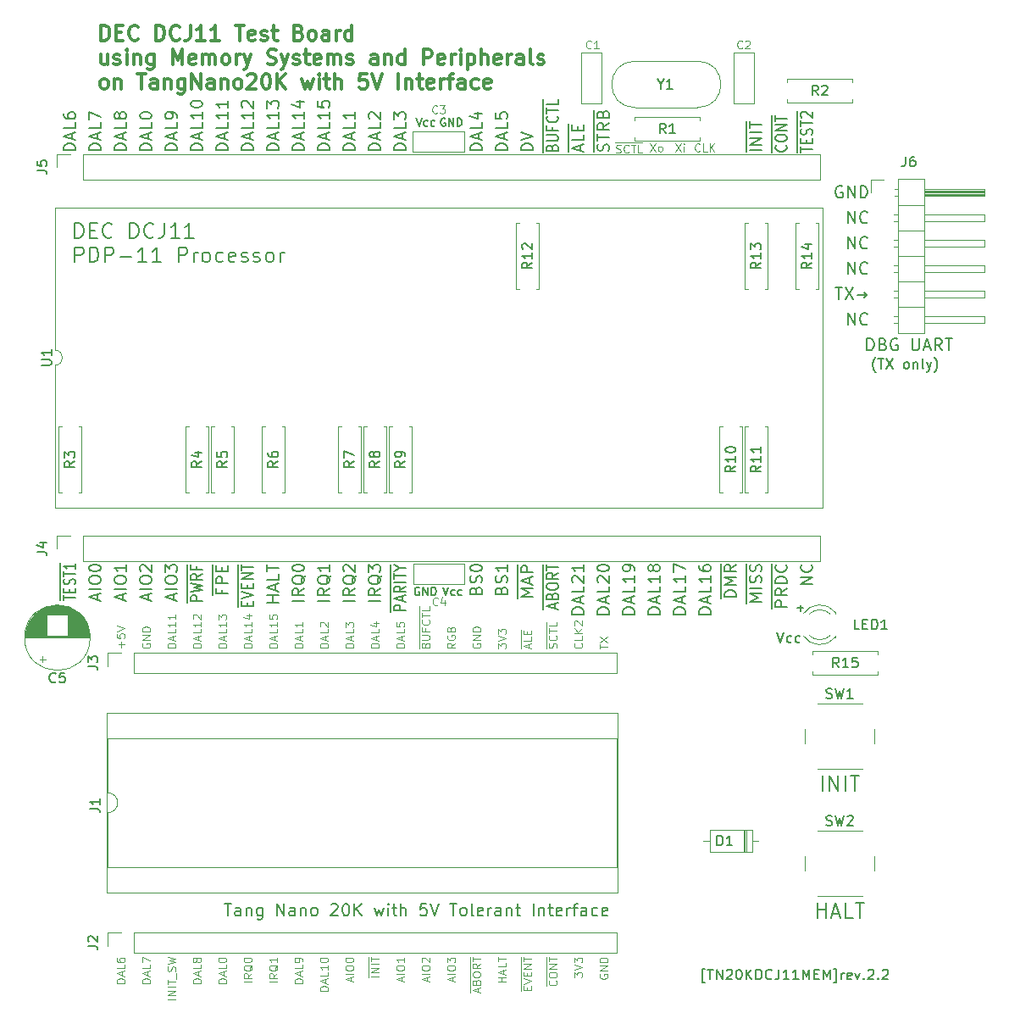
<source format=gbr>
%TF.GenerationSoftware,KiCad,Pcbnew,8.0.5*%
%TF.CreationDate,2025-09-05T14:55:07+09:00*%
%TF.ProjectId,TangNanoDCJ11MEM,54616e67-4e61-46e6-9f44-434a31314d45,rev?*%
%TF.SameCoordinates,Original*%
%TF.FileFunction,Legend,Top*%
%TF.FilePolarity,Positive*%
%FSLAX46Y46*%
G04 Gerber Fmt 4.6, Leading zero omitted, Abs format (unit mm)*
G04 Created by KiCad (PCBNEW 8.0.5) date 2025-09-05 14:55:07*
%MOMM*%
%LPD*%
G01*
G04 APERTURE LIST*
%ADD10C,0.100000*%
%ADD11C,0.150000*%
%ADD12C,0.300000*%
%ADD13C,0.200000*%
%ADD14C,0.120000*%
G04 APERTURE END LIST*
D10*
X25764895Y-96636264D02*
X24964895Y-96636264D01*
X25764895Y-95798169D02*
X25383942Y-96064836D01*
X25764895Y-96255312D02*
X24964895Y-96255312D01*
X24964895Y-96255312D02*
X24964895Y-95950550D01*
X24964895Y-95950550D02*
X25002990Y-95874360D01*
X25002990Y-95874360D02*
X25041085Y-95836265D01*
X25041085Y-95836265D02*
X25117276Y-95798169D01*
X25117276Y-95798169D02*
X25231561Y-95798169D01*
X25231561Y-95798169D02*
X25307752Y-95836265D01*
X25307752Y-95836265D02*
X25345847Y-95874360D01*
X25345847Y-95874360D02*
X25383942Y-95950550D01*
X25383942Y-95950550D02*
X25383942Y-96255312D01*
X25841085Y-94921979D02*
X25802990Y-94998169D01*
X25802990Y-94998169D02*
X25726800Y-95074360D01*
X25726800Y-95074360D02*
X25612514Y-95188646D01*
X25612514Y-95188646D02*
X25574419Y-95264836D01*
X25574419Y-95264836D02*
X25574419Y-95341027D01*
X25764895Y-95302931D02*
X25726800Y-95379122D01*
X25726800Y-95379122D02*
X25650609Y-95455312D01*
X25650609Y-95455312D02*
X25498228Y-95493408D01*
X25498228Y-95493408D02*
X25231561Y-95493408D01*
X25231561Y-95493408D02*
X25079180Y-95455312D01*
X25079180Y-95455312D02*
X25002990Y-95379122D01*
X25002990Y-95379122D02*
X24964895Y-95302931D01*
X24964895Y-95302931D02*
X24964895Y-95150550D01*
X24964895Y-95150550D02*
X25002990Y-95074360D01*
X25002990Y-95074360D02*
X25079180Y-94998169D01*
X25079180Y-94998169D02*
X25231561Y-94960074D01*
X25231561Y-94960074D02*
X25498228Y-94960074D01*
X25498228Y-94960074D02*
X25650609Y-94998169D01*
X25650609Y-94998169D02*
X25726800Y-95074360D01*
X25726800Y-95074360D02*
X25764895Y-95150550D01*
X25764895Y-95150550D02*
X25764895Y-95302931D01*
X24964895Y-94464836D02*
X24964895Y-94388646D01*
X24964895Y-94388646D02*
X25002990Y-94312455D01*
X25002990Y-94312455D02*
X25041085Y-94274360D01*
X25041085Y-94274360D02*
X25117276Y-94236265D01*
X25117276Y-94236265D02*
X25269657Y-94198170D01*
X25269657Y-94198170D02*
X25460133Y-94198170D01*
X25460133Y-94198170D02*
X25612514Y-94236265D01*
X25612514Y-94236265D02*
X25688704Y-94274360D01*
X25688704Y-94274360D02*
X25726800Y-94312455D01*
X25726800Y-94312455D02*
X25764895Y-94388646D01*
X25764895Y-94388646D02*
X25764895Y-94464836D01*
X25764895Y-94464836D02*
X25726800Y-94541027D01*
X25726800Y-94541027D02*
X25688704Y-94579122D01*
X25688704Y-94579122D02*
X25612514Y-94617217D01*
X25612514Y-94617217D02*
X25460133Y-94655313D01*
X25460133Y-94655313D02*
X25269657Y-94655313D01*
X25269657Y-94655313D02*
X25117276Y-94617217D01*
X25117276Y-94617217D02*
X25041085Y-94579122D01*
X25041085Y-94579122D02*
X25002990Y-94541027D01*
X25002990Y-94541027D02*
X24964895Y-94464836D01*
X23224895Y-96750550D02*
X22424895Y-96750550D01*
X22424895Y-96750550D02*
X22424895Y-96560074D01*
X22424895Y-96560074D02*
X22462990Y-96445788D01*
X22462990Y-96445788D02*
X22539180Y-96369598D01*
X22539180Y-96369598D02*
X22615371Y-96331503D01*
X22615371Y-96331503D02*
X22767752Y-96293407D01*
X22767752Y-96293407D02*
X22882038Y-96293407D01*
X22882038Y-96293407D02*
X23034419Y-96331503D01*
X23034419Y-96331503D02*
X23110609Y-96369598D01*
X23110609Y-96369598D02*
X23186800Y-96445788D01*
X23186800Y-96445788D02*
X23224895Y-96560074D01*
X23224895Y-96560074D02*
X23224895Y-96750550D01*
X22996323Y-95988646D02*
X22996323Y-95607693D01*
X23224895Y-96064836D02*
X22424895Y-95798169D01*
X22424895Y-95798169D02*
X23224895Y-95531503D01*
X23224895Y-94883884D02*
X23224895Y-95264836D01*
X23224895Y-95264836D02*
X22424895Y-95264836D01*
X22424895Y-94464836D02*
X22424895Y-94388646D01*
X22424895Y-94388646D02*
X22462990Y-94312455D01*
X22462990Y-94312455D02*
X22501085Y-94274360D01*
X22501085Y-94274360D02*
X22577276Y-94236265D01*
X22577276Y-94236265D02*
X22729657Y-94198170D01*
X22729657Y-94198170D02*
X22920133Y-94198170D01*
X22920133Y-94198170D02*
X23072514Y-94236265D01*
X23072514Y-94236265D02*
X23148704Y-94274360D01*
X23148704Y-94274360D02*
X23186800Y-94312455D01*
X23186800Y-94312455D02*
X23224895Y-94388646D01*
X23224895Y-94388646D02*
X23224895Y-94464836D01*
X23224895Y-94464836D02*
X23186800Y-94541027D01*
X23186800Y-94541027D02*
X23148704Y-94579122D01*
X23148704Y-94579122D02*
X23072514Y-94617217D01*
X23072514Y-94617217D02*
X22920133Y-94655313D01*
X22920133Y-94655313D02*
X22729657Y-94655313D01*
X22729657Y-94655313D02*
X22577276Y-94617217D01*
X22577276Y-94617217D02*
X22501085Y-94579122D01*
X22501085Y-94579122D02*
X22462990Y-94541027D01*
X22462990Y-94541027D02*
X22424895Y-94464836D01*
D11*
X79173057Y-13061792D02*
X79230200Y-13109411D01*
X79230200Y-13109411D02*
X79287342Y-13252268D01*
X79287342Y-13252268D02*
X79287342Y-13347506D01*
X79287342Y-13347506D02*
X79230200Y-13490363D01*
X79230200Y-13490363D02*
X79115914Y-13585601D01*
X79115914Y-13585601D02*
X79001628Y-13633220D01*
X79001628Y-13633220D02*
X78773057Y-13680839D01*
X78773057Y-13680839D02*
X78601628Y-13680839D01*
X78601628Y-13680839D02*
X78373057Y-13633220D01*
X78373057Y-13633220D02*
X78258771Y-13585601D01*
X78258771Y-13585601D02*
X78144485Y-13490363D01*
X78144485Y-13490363D02*
X78087342Y-13347506D01*
X78087342Y-13347506D02*
X78087342Y-13252268D01*
X78087342Y-13252268D02*
X78144485Y-13109411D01*
X78144485Y-13109411D02*
X78201628Y-13061792D01*
X78087342Y-12442744D02*
X78087342Y-12252268D01*
X78087342Y-12252268D02*
X78144485Y-12157030D01*
X78144485Y-12157030D02*
X78258771Y-12061792D01*
X78258771Y-12061792D02*
X78487342Y-12014173D01*
X78487342Y-12014173D02*
X78887342Y-12014173D01*
X78887342Y-12014173D02*
X79115914Y-12061792D01*
X79115914Y-12061792D02*
X79230200Y-12157030D01*
X79230200Y-12157030D02*
X79287342Y-12252268D01*
X79287342Y-12252268D02*
X79287342Y-12442744D01*
X79287342Y-12442744D02*
X79230200Y-12537982D01*
X79230200Y-12537982D02*
X79115914Y-12633220D01*
X79115914Y-12633220D02*
X78887342Y-12680839D01*
X78887342Y-12680839D02*
X78487342Y-12680839D01*
X78487342Y-12680839D02*
X78258771Y-12633220D01*
X78258771Y-12633220D02*
X78144485Y-12537982D01*
X78144485Y-12537982D02*
X78087342Y-12442744D01*
X79287342Y-11585601D02*
X78087342Y-11585601D01*
X78087342Y-11585601D02*
X79287342Y-11014173D01*
X79287342Y-11014173D02*
X78087342Y-11014173D01*
X78087342Y-10680839D02*
X78087342Y-10109411D01*
X79287342Y-10395125D02*
X78087342Y-10395125D01*
X77754200Y-13771316D02*
X77754200Y-10114173D01*
D10*
X57984895Y-96141027D02*
X57984895Y-95645789D01*
X57984895Y-95645789D02*
X58289657Y-95912455D01*
X58289657Y-95912455D02*
X58289657Y-95798170D01*
X58289657Y-95798170D02*
X58327752Y-95721979D01*
X58327752Y-95721979D02*
X58365847Y-95683884D01*
X58365847Y-95683884D02*
X58442038Y-95645789D01*
X58442038Y-95645789D02*
X58632514Y-95645789D01*
X58632514Y-95645789D02*
X58708704Y-95683884D01*
X58708704Y-95683884D02*
X58746800Y-95721979D01*
X58746800Y-95721979D02*
X58784895Y-95798170D01*
X58784895Y-95798170D02*
X58784895Y-96026741D01*
X58784895Y-96026741D02*
X58746800Y-96102932D01*
X58746800Y-96102932D02*
X58708704Y-96141027D01*
X57984895Y-95417217D02*
X58784895Y-95150550D01*
X58784895Y-95150550D02*
X57984895Y-94883884D01*
X57984895Y-94693408D02*
X57984895Y-94198170D01*
X57984895Y-94198170D02*
X58289657Y-94464836D01*
X58289657Y-94464836D02*
X58289657Y-94350551D01*
X58289657Y-94350551D02*
X58327752Y-94274360D01*
X58327752Y-94274360D02*
X58365847Y-94236265D01*
X58365847Y-94236265D02*
X58442038Y-94198170D01*
X58442038Y-94198170D02*
X58632514Y-94198170D01*
X58632514Y-94198170D02*
X58708704Y-94236265D01*
X58708704Y-94236265D02*
X58746800Y-94274360D01*
X58746800Y-94274360D02*
X58784895Y-94350551D01*
X58784895Y-94350551D02*
X58784895Y-94579122D01*
X58784895Y-94579122D02*
X58746800Y-94655313D01*
X58746800Y-94655313D02*
X58708704Y-94693408D01*
X56206800Y-63281830D02*
X56244895Y-63167544D01*
X56244895Y-63167544D02*
X56244895Y-62977068D01*
X56244895Y-62977068D02*
X56206800Y-62900877D01*
X56206800Y-62900877D02*
X56168704Y-62862782D01*
X56168704Y-62862782D02*
X56092514Y-62824687D01*
X56092514Y-62824687D02*
X56016323Y-62824687D01*
X56016323Y-62824687D02*
X55940133Y-62862782D01*
X55940133Y-62862782D02*
X55902038Y-62900877D01*
X55902038Y-62900877D02*
X55863942Y-62977068D01*
X55863942Y-62977068D02*
X55825847Y-63129449D01*
X55825847Y-63129449D02*
X55787752Y-63205639D01*
X55787752Y-63205639D02*
X55749657Y-63243734D01*
X55749657Y-63243734D02*
X55673466Y-63281830D01*
X55673466Y-63281830D02*
X55597276Y-63281830D01*
X55597276Y-63281830D02*
X55521085Y-63243734D01*
X55521085Y-63243734D02*
X55482990Y-63205639D01*
X55482990Y-63205639D02*
X55444895Y-63129449D01*
X55444895Y-63129449D02*
X55444895Y-62938972D01*
X55444895Y-62938972D02*
X55482990Y-62824687D01*
X56168704Y-62024686D02*
X56206800Y-62062782D01*
X56206800Y-62062782D02*
X56244895Y-62177067D01*
X56244895Y-62177067D02*
X56244895Y-62253258D01*
X56244895Y-62253258D02*
X56206800Y-62367544D01*
X56206800Y-62367544D02*
X56130609Y-62443734D01*
X56130609Y-62443734D02*
X56054419Y-62481829D01*
X56054419Y-62481829D02*
X55902038Y-62519925D01*
X55902038Y-62519925D02*
X55787752Y-62519925D01*
X55787752Y-62519925D02*
X55635371Y-62481829D01*
X55635371Y-62481829D02*
X55559180Y-62443734D01*
X55559180Y-62443734D02*
X55482990Y-62367544D01*
X55482990Y-62367544D02*
X55444895Y-62253258D01*
X55444895Y-62253258D02*
X55444895Y-62177067D01*
X55444895Y-62177067D02*
X55482990Y-62062782D01*
X55482990Y-62062782D02*
X55521085Y-62024686D01*
X55444895Y-61796115D02*
X55444895Y-61338972D01*
X56244895Y-61567544D02*
X55444895Y-61567544D01*
X56244895Y-60691353D02*
X56244895Y-61072305D01*
X56244895Y-61072305D02*
X55444895Y-61072305D01*
X55222800Y-63354211D02*
X55222800Y-60695163D01*
D11*
X36107342Y-13585601D02*
X34907342Y-13585601D01*
X34907342Y-13585601D02*
X34907342Y-13299887D01*
X34907342Y-13299887D02*
X34964485Y-13128458D01*
X34964485Y-13128458D02*
X35078771Y-13014173D01*
X35078771Y-13014173D02*
X35193057Y-12957030D01*
X35193057Y-12957030D02*
X35421628Y-12899887D01*
X35421628Y-12899887D02*
X35593057Y-12899887D01*
X35593057Y-12899887D02*
X35821628Y-12957030D01*
X35821628Y-12957030D02*
X35935914Y-13014173D01*
X35935914Y-13014173D02*
X36050200Y-13128458D01*
X36050200Y-13128458D02*
X36107342Y-13299887D01*
X36107342Y-13299887D02*
X36107342Y-13585601D01*
X35764485Y-12442744D02*
X35764485Y-11871316D01*
X36107342Y-12557030D02*
X34907342Y-12157030D01*
X34907342Y-12157030D02*
X36107342Y-11757030D01*
X36107342Y-10785602D02*
X36107342Y-11357030D01*
X36107342Y-11357030D02*
X34907342Y-11357030D01*
X36107342Y-9757030D02*
X36107342Y-10442744D01*
X36107342Y-10099887D02*
X34907342Y-10099887D01*
X34907342Y-10099887D02*
X35078771Y-10214173D01*
X35078771Y-10214173D02*
X35193057Y-10328458D01*
X35193057Y-10328458D02*
X35250200Y-10442744D01*
X38647342Y-13585601D02*
X37447342Y-13585601D01*
X37447342Y-13585601D02*
X37447342Y-13299887D01*
X37447342Y-13299887D02*
X37504485Y-13128458D01*
X37504485Y-13128458D02*
X37618771Y-13014173D01*
X37618771Y-13014173D02*
X37733057Y-12957030D01*
X37733057Y-12957030D02*
X37961628Y-12899887D01*
X37961628Y-12899887D02*
X38133057Y-12899887D01*
X38133057Y-12899887D02*
X38361628Y-12957030D01*
X38361628Y-12957030D02*
X38475914Y-13014173D01*
X38475914Y-13014173D02*
X38590200Y-13128458D01*
X38590200Y-13128458D02*
X38647342Y-13299887D01*
X38647342Y-13299887D02*
X38647342Y-13585601D01*
X38304485Y-12442744D02*
X38304485Y-11871316D01*
X38647342Y-12557030D02*
X37447342Y-12157030D01*
X37447342Y-12157030D02*
X38647342Y-11757030D01*
X38647342Y-10785602D02*
X38647342Y-11357030D01*
X38647342Y-11357030D02*
X37447342Y-11357030D01*
X37561628Y-10442744D02*
X37504485Y-10385601D01*
X37504485Y-10385601D02*
X37447342Y-10271316D01*
X37447342Y-10271316D02*
X37447342Y-9985601D01*
X37447342Y-9985601D02*
X37504485Y-9871316D01*
X37504485Y-9871316D02*
X37561628Y-9814173D01*
X37561628Y-9814173D02*
X37675914Y-9757030D01*
X37675914Y-9757030D02*
X37790200Y-9757030D01*
X37790200Y-9757030D02*
X37961628Y-9814173D01*
X37961628Y-9814173D02*
X38647342Y-10499887D01*
X38647342Y-10499887D02*
X38647342Y-9757030D01*
X36107342Y-58594398D02*
X34907342Y-58594398D01*
X36107342Y-57337255D02*
X35535914Y-57737255D01*
X36107342Y-58022969D02*
X34907342Y-58022969D01*
X34907342Y-58022969D02*
X34907342Y-57565826D01*
X34907342Y-57565826D02*
X34964485Y-57451541D01*
X34964485Y-57451541D02*
X35021628Y-57394398D01*
X35021628Y-57394398D02*
X35135914Y-57337255D01*
X35135914Y-57337255D02*
X35307342Y-57337255D01*
X35307342Y-57337255D02*
X35421628Y-57394398D01*
X35421628Y-57394398D02*
X35478771Y-57451541D01*
X35478771Y-57451541D02*
X35535914Y-57565826D01*
X35535914Y-57565826D02*
X35535914Y-58022969D01*
X36221628Y-56022969D02*
X36164485Y-56137255D01*
X36164485Y-56137255D02*
X36050200Y-56251541D01*
X36050200Y-56251541D02*
X35878771Y-56422969D01*
X35878771Y-56422969D02*
X35821628Y-56537255D01*
X35821628Y-56537255D02*
X35821628Y-56651541D01*
X36107342Y-56594398D02*
X36050200Y-56708684D01*
X36050200Y-56708684D02*
X35935914Y-56822969D01*
X35935914Y-56822969D02*
X35707342Y-56880112D01*
X35707342Y-56880112D02*
X35307342Y-56880112D01*
X35307342Y-56880112D02*
X35078771Y-56822969D01*
X35078771Y-56822969D02*
X34964485Y-56708684D01*
X34964485Y-56708684D02*
X34907342Y-56594398D01*
X34907342Y-56594398D02*
X34907342Y-56365826D01*
X34907342Y-56365826D02*
X34964485Y-56251541D01*
X34964485Y-56251541D02*
X35078771Y-56137255D01*
X35078771Y-56137255D02*
X35307342Y-56080112D01*
X35307342Y-56080112D02*
X35707342Y-56080112D01*
X35707342Y-56080112D02*
X35935914Y-56137255D01*
X35935914Y-56137255D02*
X36050200Y-56251541D01*
X36050200Y-56251541D02*
X36107342Y-56365826D01*
X36107342Y-56365826D02*
X36107342Y-56594398D01*
X35021628Y-55622969D02*
X34964485Y-55565826D01*
X34964485Y-55565826D02*
X34907342Y-55451541D01*
X34907342Y-55451541D02*
X34907342Y-55165826D01*
X34907342Y-55165826D02*
X34964485Y-55051541D01*
X34964485Y-55051541D02*
X35021628Y-54994398D01*
X35021628Y-54994398D02*
X35135914Y-54937255D01*
X35135914Y-54937255D02*
X35250200Y-54937255D01*
X35250200Y-54937255D02*
X35421628Y-54994398D01*
X35421628Y-54994398D02*
X36107342Y-55680112D01*
X36107342Y-55680112D02*
X36107342Y-54937255D01*
X85359887Y-31027342D02*
X85359887Y-29827342D01*
X85359887Y-29827342D02*
X86045601Y-31027342D01*
X86045601Y-31027342D02*
X86045601Y-29827342D01*
X87302744Y-30913057D02*
X87245601Y-30970200D01*
X87245601Y-30970200D02*
X87074173Y-31027342D01*
X87074173Y-31027342D02*
X86959887Y-31027342D01*
X86959887Y-31027342D02*
X86788458Y-30970200D01*
X86788458Y-30970200D02*
X86674173Y-30855914D01*
X86674173Y-30855914D02*
X86617030Y-30741628D01*
X86617030Y-30741628D02*
X86559887Y-30513057D01*
X86559887Y-30513057D02*
X86559887Y-30341628D01*
X86559887Y-30341628D02*
X86617030Y-30113057D01*
X86617030Y-30113057D02*
X86674173Y-29998771D01*
X86674173Y-29998771D02*
X86788458Y-29884485D01*
X86788458Y-29884485D02*
X86959887Y-29827342D01*
X86959887Y-29827342D02*
X87074173Y-29827342D01*
X87074173Y-29827342D02*
X87245601Y-29884485D01*
X87245601Y-29884485D02*
X87302744Y-29941628D01*
X55798771Y-13299887D02*
X55855914Y-13157030D01*
X55855914Y-13157030D02*
X55913057Y-13109411D01*
X55913057Y-13109411D02*
X56027342Y-13061792D01*
X56027342Y-13061792D02*
X56198771Y-13061792D01*
X56198771Y-13061792D02*
X56313057Y-13109411D01*
X56313057Y-13109411D02*
X56370200Y-13157030D01*
X56370200Y-13157030D02*
X56427342Y-13252268D01*
X56427342Y-13252268D02*
X56427342Y-13633220D01*
X56427342Y-13633220D02*
X55227342Y-13633220D01*
X55227342Y-13633220D02*
X55227342Y-13299887D01*
X55227342Y-13299887D02*
X55284485Y-13204649D01*
X55284485Y-13204649D02*
X55341628Y-13157030D01*
X55341628Y-13157030D02*
X55455914Y-13109411D01*
X55455914Y-13109411D02*
X55570200Y-13109411D01*
X55570200Y-13109411D02*
X55684485Y-13157030D01*
X55684485Y-13157030D02*
X55741628Y-13204649D01*
X55741628Y-13204649D02*
X55798771Y-13299887D01*
X55798771Y-13299887D02*
X55798771Y-13633220D01*
X55227342Y-12633220D02*
X56198771Y-12633220D01*
X56198771Y-12633220D02*
X56313057Y-12585601D01*
X56313057Y-12585601D02*
X56370200Y-12537982D01*
X56370200Y-12537982D02*
X56427342Y-12442744D01*
X56427342Y-12442744D02*
X56427342Y-12252268D01*
X56427342Y-12252268D02*
X56370200Y-12157030D01*
X56370200Y-12157030D02*
X56313057Y-12109411D01*
X56313057Y-12109411D02*
X56198771Y-12061792D01*
X56198771Y-12061792D02*
X55227342Y-12061792D01*
X55798771Y-11252268D02*
X55798771Y-11585601D01*
X56427342Y-11585601D02*
X55227342Y-11585601D01*
X55227342Y-11585601D02*
X55227342Y-11109411D01*
X56313057Y-10157030D02*
X56370200Y-10204649D01*
X56370200Y-10204649D02*
X56427342Y-10347506D01*
X56427342Y-10347506D02*
X56427342Y-10442744D01*
X56427342Y-10442744D02*
X56370200Y-10585601D01*
X56370200Y-10585601D02*
X56255914Y-10680839D01*
X56255914Y-10680839D02*
X56141628Y-10728458D01*
X56141628Y-10728458D02*
X55913057Y-10776077D01*
X55913057Y-10776077D02*
X55741628Y-10776077D01*
X55741628Y-10776077D02*
X55513057Y-10728458D01*
X55513057Y-10728458D02*
X55398771Y-10680839D01*
X55398771Y-10680839D02*
X55284485Y-10585601D01*
X55284485Y-10585601D02*
X55227342Y-10442744D01*
X55227342Y-10442744D02*
X55227342Y-10347506D01*
X55227342Y-10347506D02*
X55284485Y-10204649D01*
X55284485Y-10204649D02*
X55341628Y-10157030D01*
X55227342Y-9871315D02*
X55227342Y-9299887D01*
X56427342Y-9585601D02*
X55227342Y-9585601D01*
X56427342Y-8490363D02*
X56427342Y-8966553D01*
X56427342Y-8966553D02*
X55227342Y-8966553D01*
X54894200Y-13771316D02*
X54894200Y-8495125D01*
D10*
X35696323Y-96560074D02*
X35696323Y-96179121D01*
X35924895Y-96636264D02*
X35124895Y-96369597D01*
X35124895Y-96369597D02*
X35924895Y-96102931D01*
X35924895Y-95836264D02*
X35124895Y-95836264D01*
X35124895Y-95302931D02*
X35124895Y-95150550D01*
X35124895Y-95150550D02*
X35162990Y-95074360D01*
X35162990Y-95074360D02*
X35239180Y-94998169D01*
X35239180Y-94998169D02*
X35391561Y-94960074D01*
X35391561Y-94960074D02*
X35658228Y-94960074D01*
X35658228Y-94960074D02*
X35810609Y-94998169D01*
X35810609Y-94998169D02*
X35886800Y-95074360D01*
X35886800Y-95074360D02*
X35924895Y-95150550D01*
X35924895Y-95150550D02*
X35924895Y-95302931D01*
X35924895Y-95302931D02*
X35886800Y-95379122D01*
X35886800Y-95379122D02*
X35810609Y-95455312D01*
X35810609Y-95455312D02*
X35658228Y-95493408D01*
X35658228Y-95493408D02*
X35391561Y-95493408D01*
X35391561Y-95493408D02*
X35239180Y-95455312D01*
X35239180Y-95455312D02*
X35162990Y-95379122D01*
X35162990Y-95379122D02*
X35124895Y-95302931D01*
X35124895Y-94464836D02*
X35124895Y-94388646D01*
X35124895Y-94388646D02*
X35162990Y-94312455D01*
X35162990Y-94312455D02*
X35201085Y-94274360D01*
X35201085Y-94274360D02*
X35277276Y-94236265D01*
X35277276Y-94236265D02*
X35429657Y-94198170D01*
X35429657Y-94198170D02*
X35620133Y-94198170D01*
X35620133Y-94198170D02*
X35772514Y-94236265D01*
X35772514Y-94236265D02*
X35848704Y-94274360D01*
X35848704Y-94274360D02*
X35886800Y-94312455D01*
X35886800Y-94312455D02*
X35924895Y-94388646D01*
X35924895Y-94388646D02*
X35924895Y-94464836D01*
X35924895Y-94464836D02*
X35886800Y-94541027D01*
X35886800Y-94541027D02*
X35848704Y-94579122D01*
X35848704Y-94579122D02*
X35772514Y-94617217D01*
X35772514Y-94617217D02*
X35620133Y-94655313D01*
X35620133Y-94655313D02*
X35429657Y-94655313D01*
X35429657Y-94655313D02*
X35277276Y-94617217D01*
X35277276Y-94617217D02*
X35201085Y-94579122D01*
X35201085Y-94579122D02*
X35162990Y-94541027D01*
X35162990Y-94541027D02*
X35124895Y-94464836D01*
X18144895Y-98350550D02*
X17344895Y-98350550D01*
X18144895Y-97969598D02*
X17344895Y-97969598D01*
X17344895Y-97969598D02*
X18144895Y-97512455D01*
X18144895Y-97512455D02*
X17344895Y-97512455D01*
X18144895Y-97131503D02*
X17344895Y-97131503D01*
X17344895Y-96864837D02*
X17344895Y-96407694D01*
X18144895Y-96636266D02*
X17344895Y-96636266D01*
X18221085Y-96331504D02*
X18221085Y-95721980D01*
X18106800Y-95569599D02*
X18144895Y-95455313D01*
X18144895Y-95455313D02*
X18144895Y-95264837D01*
X18144895Y-95264837D02*
X18106800Y-95188646D01*
X18106800Y-95188646D02*
X18068704Y-95150551D01*
X18068704Y-95150551D02*
X17992514Y-95112456D01*
X17992514Y-95112456D02*
X17916323Y-95112456D01*
X17916323Y-95112456D02*
X17840133Y-95150551D01*
X17840133Y-95150551D02*
X17802038Y-95188646D01*
X17802038Y-95188646D02*
X17763942Y-95264837D01*
X17763942Y-95264837D02*
X17725847Y-95417218D01*
X17725847Y-95417218D02*
X17687752Y-95493408D01*
X17687752Y-95493408D02*
X17649657Y-95531503D01*
X17649657Y-95531503D02*
X17573466Y-95569599D01*
X17573466Y-95569599D02*
X17497276Y-95569599D01*
X17497276Y-95569599D02*
X17421085Y-95531503D01*
X17421085Y-95531503D02*
X17382990Y-95493408D01*
X17382990Y-95493408D02*
X17344895Y-95417218D01*
X17344895Y-95417218D02*
X17344895Y-95226741D01*
X17344895Y-95226741D02*
X17382990Y-95112456D01*
X17344895Y-94845789D02*
X18144895Y-94655313D01*
X18144895Y-94655313D02*
X17573466Y-94502932D01*
X17573466Y-94502932D02*
X18144895Y-94350551D01*
X18144895Y-94350551D02*
X17344895Y-94160075D01*
X53285847Y-97436265D02*
X53285847Y-97169599D01*
X53704895Y-97055313D02*
X53704895Y-97436265D01*
X53704895Y-97436265D02*
X52904895Y-97436265D01*
X52904895Y-97436265D02*
X52904895Y-97055313D01*
X52904895Y-96826741D02*
X53704895Y-96560074D01*
X53704895Y-96560074D02*
X52904895Y-96293408D01*
X53285847Y-96026741D02*
X53285847Y-95760075D01*
X53704895Y-95645789D02*
X53704895Y-96026741D01*
X53704895Y-96026741D02*
X52904895Y-96026741D01*
X52904895Y-96026741D02*
X52904895Y-95645789D01*
X53704895Y-95302931D02*
X52904895Y-95302931D01*
X52904895Y-95302931D02*
X53704895Y-94845788D01*
X53704895Y-94845788D02*
X52904895Y-94845788D01*
X52904895Y-94579122D02*
X52904895Y-94121979D01*
X53704895Y-94350551D02*
X52904895Y-94350551D01*
X52682800Y-97546742D02*
X52682800Y-94125789D01*
D11*
X6967342Y-58522969D02*
X6967342Y-58008684D01*
X8167342Y-58265826D02*
X6967342Y-58265826D01*
X7538771Y-57708684D02*
X7538771Y-57408684D01*
X8167342Y-57280112D02*
X8167342Y-57708684D01*
X8167342Y-57708684D02*
X6967342Y-57708684D01*
X6967342Y-57708684D02*
X6967342Y-57280112D01*
X8110200Y-56937255D02*
X8167342Y-56808684D01*
X8167342Y-56808684D02*
X8167342Y-56594398D01*
X8167342Y-56594398D02*
X8110200Y-56508684D01*
X8110200Y-56508684D02*
X8053057Y-56465826D01*
X8053057Y-56465826D02*
X7938771Y-56422969D01*
X7938771Y-56422969D02*
X7824485Y-56422969D01*
X7824485Y-56422969D02*
X7710200Y-56465826D01*
X7710200Y-56465826D02*
X7653057Y-56508684D01*
X7653057Y-56508684D02*
X7595914Y-56594398D01*
X7595914Y-56594398D02*
X7538771Y-56765826D01*
X7538771Y-56765826D02*
X7481628Y-56851541D01*
X7481628Y-56851541D02*
X7424485Y-56894398D01*
X7424485Y-56894398D02*
X7310200Y-56937255D01*
X7310200Y-56937255D02*
X7195914Y-56937255D01*
X7195914Y-56937255D02*
X7081628Y-56894398D01*
X7081628Y-56894398D02*
X7024485Y-56851541D01*
X7024485Y-56851541D02*
X6967342Y-56765826D01*
X6967342Y-56765826D02*
X6967342Y-56551541D01*
X6967342Y-56551541D02*
X7024485Y-56422969D01*
X6967342Y-56165826D02*
X6967342Y-55651541D01*
X8167342Y-55908683D02*
X6967342Y-55908683D01*
X8167342Y-54880112D02*
X8167342Y-55394398D01*
X8167342Y-55137255D02*
X6967342Y-55137255D01*
X6967342Y-55137255D02*
X7138771Y-55222969D01*
X7138771Y-55222969D02*
X7253057Y-55308684D01*
X7253057Y-55308684D02*
X7310200Y-55394398D01*
X6634200Y-58518684D02*
X6634200Y-54798684D01*
D10*
X60524895Y-63358020D02*
X60524895Y-62900877D01*
X61324895Y-63129449D02*
X60524895Y-63129449D01*
X60524895Y-62710401D02*
X61324895Y-62177067D01*
X60524895Y-62177067D02*
X61324895Y-62710401D01*
D11*
X74207342Y-58194398D02*
X73007342Y-58194398D01*
X73007342Y-58194398D02*
X73007342Y-57908684D01*
X73007342Y-57908684D02*
X73064485Y-57737255D01*
X73064485Y-57737255D02*
X73178771Y-57622970D01*
X73178771Y-57622970D02*
X73293057Y-57565827D01*
X73293057Y-57565827D02*
X73521628Y-57508684D01*
X73521628Y-57508684D02*
X73693057Y-57508684D01*
X73693057Y-57508684D02*
X73921628Y-57565827D01*
X73921628Y-57565827D02*
X74035914Y-57622970D01*
X74035914Y-57622970D02*
X74150200Y-57737255D01*
X74150200Y-57737255D02*
X74207342Y-57908684D01*
X74207342Y-57908684D02*
X74207342Y-58194398D01*
X74207342Y-56994398D02*
X73007342Y-56994398D01*
X73007342Y-56994398D02*
X73864485Y-56594398D01*
X73864485Y-56594398D02*
X73007342Y-56194398D01*
X73007342Y-56194398D02*
X74207342Y-56194398D01*
X74207342Y-54937255D02*
X73635914Y-55337255D01*
X74207342Y-55622969D02*
X73007342Y-55622969D01*
X73007342Y-55622969D02*
X73007342Y-55165826D01*
X73007342Y-55165826D02*
X73064485Y-55051541D01*
X73064485Y-55051541D02*
X73121628Y-54994398D01*
X73121628Y-54994398D02*
X73235914Y-54937255D01*
X73235914Y-54937255D02*
X73407342Y-54937255D01*
X73407342Y-54937255D02*
X73521628Y-54994398D01*
X73521628Y-54994398D02*
X73578771Y-55051541D01*
X73578771Y-55051541D02*
X73635914Y-55165826D01*
X73635914Y-55165826D02*
X73635914Y-55622969D01*
X72674200Y-58360113D02*
X72674200Y-54828684D01*
D10*
X28304895Y-96636264D02*
X27504895Y-96636264D01*
X28304895Y-95798169D02*
X27923942Y-96064836D01*
X28304895Y-96255312D02*
X27504895Y-96255312D01*
X27504895Y-96255312D02*
X27504895Y-95950550D01*
X27504895Y-95950550D02*
X27542990Y-95874360D01*
X27542990Y-95874360D02*
X27581085Y-95836265D01*
X27581085Y-95836265D02*
X27657276Y-95798169D01*
X27657276Y-95798169D02*
X27771561Y-95798169D01*
X27771561Y-95798169D02*
X27847752Y-95836265D01*
X27847752Y-95836265D02*
X27885847Y-95874360D01*
X27885847Y-95874360D02*
X27923942Y-95950550D01*
X27923942Y-95950550D02*
X27923942Y-96255312D01*
X28381085Y-94921979D02*
X28342990Y-94998169D01*
X28342990Y-94998169D02*
X28266800Y-95074360D01*
X28266800Y-95074360D02*
X28152514Y-95188646D01*
X28152514Y-95188646D02*
X28114419Y-95264836D01*
X28114419Y-95264836D02*
X28114419Y-95341027D01*
X28304895Y-95302931D02*
X28266800Y-95379122D01*
X28266800Y-95379122D02*
X28190609Y-95455312D01*
X28190609Y-95455312D02*
X28038228Y-95493408D01*
X28038228Y-95493408D02*
X27771561Y-95493408D01*
X27771561Y-95493408D02*
X27619180Y-95455312D01*
X27619180Y-95455312D02*
X27542990Y-95379122D01*
X27542990Y-95379122D02*
X27504895Y-95302931D01*
X27504895Y-95302931D02*
X27504895Y-95150550D01*
X27504895Y-95150550D02*
X27542990Y-95074360D01*
X27542990Y-95074360D02*
X27619180Y-94998169D01*
X27619180Y-94998169D02*
X27771561Y-94960074D01*
X27771561Y-94960074D02*
X28038228Y-94960074D01*
X28038228Y-94960074D02*
X28190609Y-94998169D01*
X28190609Y-94998169D02*
X28266800Y-95074360D01*
X28266800Y-95074360D02*
X28304895Y-95150550D01*
X28304895Y-95150550D02*
X28304895Y-95302931D01*
X28304895Y-94198170D02*
X28304895Y-94655313D01*
X28304895Y-94426741D02*
X27504895Y-94426741D01*
X27504895Y-94426741D02*
X27619180Y-94502932D01*
X27619180Y-94502932D02*
X27695371Y-94579122D01*
X27695371Y-94579122D02*
X27733466Y-94655313D01*
D11*
X84102744Y-27287342D02*
X84788459Y-27287342D01*
X84445601Y-28487342D02*
X84445601Y-27287342D01*
X85074173Y-27287342D02*
X85874173Y-28487342D01*
X85874173Y-27287342D02*
X85074173Y-28487342D01*
X86331316Y-28030200D02*
X87245602Y-28030200D01*
X87017030Y-28258771D02*
X87245602Y-28030200D01*
X87245602Y-28030200D02*
X87017030Y-27801628D01*
X31027342Y-58594398D02*
X29827342Y-58594398D01*
X31027342Y-57337255D02*
X30455914Y-57737255D01*
X31027342Y-58022969D02*
X29827342Y-58022969D01*
X29827342Y-58022969D02*
X29827342Y-57565826D01*
X29827342Y-57565826D02*
X29884485Y-57451541D01*
X29884485Y-57451541D02*
X29941628Y-57394398D01*
X29941628Y-57394398D02*
X30055914Y-57337255D01*
X30055914Y-57337255D02*
X30227342Y-57337255D01*
X30227342Y-57337255D02*
X30341628Y-57394398D01*
X30341628Y-57394398D02*
X30398771Y-57451541D01*
X30398771Y-57451541D02*
X30455914Y-57565826D01*
X30455914Y-57565826D02*
X30455914Y-58022969D01*
X31141628Y-56022969D02*
X31084485Y-56137255D01*
X31084485Y-56137255D02*
X30970200Y-56251541D01*
X30970200Y-56251541D02*
X30798771Y-56422969D01*
X30798771Y-56422969D02*
X30741628Y-56537255D01*
X30741628Y-56537255D02*
X30741628Y-56651541D01*
X31027342Y-56594398D02*
X30970200Y-56708684D01*
X30970200Y-56708684D02*
X30855914Y-56822969D01*
X30855914Y-56822969D02*
X30627342Y-56880112D01*
X30627342Y-56880112D02*
X30227342Y-56880112D01*
X30227342Y-56880112D02*
X29998771Y-56822969D01*
X29998771Y-56822969D02*
X29884485Y-56708684D01*
X29884485Y-56708684D02*
X29827342Y-56594398D01*
X29827342Y-56594398D02*
X29827342Y-56365826D01*
X29827342Y-56365826D02*
X29884485Y-56251541D01*
X29884485Y-56251541D02*
X29998771Y-56137255D01*
X29998771Y-56137255D02*
X30227342Y-56080112D01*
X30227342Y-56080112D02*
X30627342Y-56080112D01*
X30627342Y-56080112D02*
X30855914Y-56137255D01*
X30855914Y-56137255D02*
X30970200Y-56251541D01*
X30970200Y-56251541D02*
X31027342Y-56365826D01*
X31027342Y-56365826D02*
X31027342Y-56594398D01*
X29827342Y-55337255D02*
X29827342Y-55222969D01*
X29827342Y-55222969D02*
X29884485Y-55108683D01*
X29884485Y-55108683D02*
X29941628Y-55051541D01*
X29941628Y-55051541D02*
X30055914Y-54994398D01*
X30055914Y-54994398D02*
X30284485Y-54937255D01*
X30284485Y-54937255D02*
X30570200Y-54937255D01*
X30570200Y-54937255D02*
X30798771Y-54994398D01*
X30798771Y-54994398D02*
X30913057Y-55051541D01*
X30913057Y-55051541D02*
X30970200Y-55108683D01*
X30970200Y-55108683D02*
X31027342Y-55222969D01*
X31027342Y-55222969D02*
X31027342Y-55337255D01*
X31027342Y-55337255D02*
X30970200Y-55451541D01*
X30970200Y-55451541D02*
X30913057Y-55508683D01*
X30913057Y-55508683D02*
X30798771Y-55565826D01*
X30798771Y-55565826D02*
X30570200Y-55622969D01*
X30570200Y-55622969D02*
X30284485Y-55622969D01*
X30284485Y-55622969D02*
X30055914Y-55565826D01*
X30055914Y-55565826D02*
X29941628Y-55508683D01*
X29941628Y-55508683D02*
X29884485Y-55451541D01*
X29884485Y-55451541D02*
X29827342Y-55337255D01*
D10*
X33384895Y-63243734D02*
X32584895Y-63243734D01*
X32584895Y-63243734D02*
X32584895Y-63053258D01*
X32584895Y-63053258D02*
X32622990Y-62938972D01*
X32622990Y-62938972D02*
X32699180Y-62862782D01*
X32699180Y-62862782D02*
X32775371Y-62824687D01*
X32775371Y-62824687D02*
X32927752Y-62786591D01*
X32927752Y-62786591D02*
X33042038Y-62786591D01*
X33042038Y-62786591D02*
X33194419Y-62824687D01*
X33194419Y-62824687D02*
X33270609Y-62862782D01*
X33270609Y-62862782D02*
X33346800Y-62938972D01*
X33346800Y-62938972D02*
X33384895Y-63053258D01*
X33384895Y-63053258D02*
X33384895Y-63243734D01*
X33156323Y-62481830D02*
X33156323Y-62100877D01*
X33384895Y-62558020D02*
X32584895Y-62291353D01*
X32584895Y-62291353D02*
X33384895Y-62024687D01*
X33384895Y-61377068D02*
X33384895Y-61758020D01*
X33384895Y-61758020D02*
X32584895Y-61758020D01*
X32661085Y-61148497D02*
X32622990Y-61110401D01*
X32622990Y-61110401D02*
X32584895Y-61034211D01*
X32584895Y-61034211D02*
X32584895Y-60843735D01*
X32584895Y-60843735D02*
X32622990Y-60767544D01*
X32622990Y-60767544D02*
X32661085Y-60729449D01*
X32661085Y-60729449D02*
X32737276Y-60691354D01*
X32737276Y-60691354D02*
X32813466Y-60691354D01*
X32813466Y-60691354D02*
X32927752Y-60729449D01*
X32927752Y-60729449D02*
X33384895Y-61186592D01*
X33384895Y-61186592D02*
X33384895Y-60691354D01*
X12760133Y-63243734D02*
X12760133Y-62634211D01*
X13064895Y-62938972D02*
X12455371Y-62938972D01*
X12264895Y-61872306D02*
X12264895Y-62253258D01*
X12264895Y-62253258D02*
X12645847Y-62291354D01*
X12645847Y-62291354D02*
X12607752Y-62253258D01*
X12607752Y-62253258D02*
X12569657Y-62177068D01*
X12569657Y-62177068D02*
X12569657Y-61986592D01*
X12569657Y-61986592D02*
X12607752Y-61910401D01*
X12607752Y-61910401D02*
X12645847Y-61872306D01*
X12645847Y-61872306D02*
X12722038Y-61834211D01*
X12722038Y-61834211D02*
X12912514Y-61834211D01*
X12912514Y-61834211D02*
X12988704Y-61872306D01*
X12988704Y-61872306D02*
X13026800Y-61910401D01*
X13026800Y-61910401D02*
X13064895Y-61986592D01*
X13064895Y-61986592D02*
X13064895Y-62177068D01*
X13064895Y-62177068D02*
X13026800Y-62253258D01*
X13026800Y-62253258D02*
X12988704Y-62291354D01*
X12264895Y-61605639D02*
X13064895Y-61338972D01*
X13064895Y-61338972D02*
X12264895Y-61072306D01*
D11*
X76747342Y-58651541D02*
X75547342Y-58651541D01*
X75547342Y-58651541D02*
X76404485Y-58251541D01*
X76404485Y-58251541D02*
X75547342Y-57851541D01*
X75547342Y-57851541D02*
X76747342Y-57851541D01*
X76747342Y-57280112D02*
X75547342Y-57280112D01*
X76690200Y-56765826D02*
X76747342Y-56594398D01*
X76747342Y-56594398D02*
X76747342Y-56308683D01*
X76747342Y-56308683D02*
X76690200Y-56194398D01*
X76690200Y-56194398D02*
X76633057Y-56137255D01*
X76633057Y-56137255D02*
X76518771Y-56080112D01*
X76518771Y-56080112D02*
X76404485Y-56080112D01*
X76404485Y-56080112D02*
X76290200Y-56137255D01*
X76290200Y-56137255D02*
X76233057Y-56194398D01*
X76233057Y-56194398D02*
X76175914Y-56308683D01*
X76175914Y-56308683D02*
X76118771Y-56537255D01*
X76118771Y-56537255D02*
X76061628Y-56651540D01*
X76061628Y-56651540D02*
X76004485Y-56708683D01*
X76004485Y-56708683D02*
X75890200Y-56765826D01*
X75890200Y-56765826D02*
X75775914Y-56765826D01*
X75775914Y-56765826D02*
X75661628Y-56708683D01*
X75661628Y-56708683D02*
X75604485Y-56651540D01*
X75604485Y-56651540D02*
X75547342Y-56537255D01*
X75547342Y-56537255D02*
X75547342Y-56251540D01*
X75547342Y-56251540D02*
X75604485Y-56080112D01*
X76690200Y-55622969D02*
X76747342Y-55451541D01*
X76747342Y-55451541D02*
X76747342Y-55165826D01*
X76747342Y-55165826D02*
X76690200Y-55051541D01*
X76690200Y-55051541D02*
X76633057Y-54994398D01*
X76633057Y-54994398D02*
X76518771Y-54937255D01*
X76518771Y-54937255D02*
X76404485Y-54937255D01*
X76404485Y-54937255D02*
X76290200Y-54994398D01*
X76290200Y-54994398D02*
X76233057Y-55051541D01*
X76233057Y-55051541D02*
X76175914Y-55165826D01*
X76175914Y-55165826D02*
X76118771Y-55394398D01*
X76118771Y-55394398D02*
X76061628Y-55508683D01*
X76061628Y-55508683D02*
X76004485Y-55565826D01*
X76004485Y-55565826D02*
X75890200Y-55622969D01*
X75890200Y-55622969D02*
X75775914Y-55622969D01*
X75775914Y-55622969D02*
X75661628Y-55565826D01*
X75661628Y-55565826D02*
X75604485Y-55508683D01*
X75604485Y-55508683D02*
X75547342Y-55394398D01*
X75547342Y-55394398D02*
X75547342Y-55108683D01*
X75547342Y-55108683D02*
X75604485Y-54937255D01*
X75214200Y-58817256D02*
X75214200Y-54828684D01*
D10*
X43316323Y-96560074D02*
X43316323Y-96179121D01*
X43544895Y-96636264D02*
X42744895Y-96369597D01*
X42744895Y-96369597D02*
X43544895Y-96102931D01*
X43544895Y-95836264D02*
X42744895Y-95836264D01*
X42744895Y-95302931D02*
X42744895Y-95150550D01*
X42744895Y-95150550D02*
X42782990Y-95074360D01*
X42782990Y-95074360D02*
X42859180Y-94998169D01*
X42859180Y-94998169D02*
X43011561Y-94960074D01*
X43011561Y-94960074D02*
X43278228Y-94960074D01*
X43278228Y-94960074D02*
X43430609Y-94998169D01*
X43430609Y-94998169D02*
X43506800Y-95074360D01*
X43506800Y-95074360D02*
X43544895Y-95150550D01*
X43544895Y-95150550D02*
X43544895Y-95302931D01*
X43544895Y-95302931D02*
X43506800Y-95379122D01*
X43506800Y-95379122D02*
X43430609Y-95455312D01*
X43430609Y-95455312D02*
X43278228Y-95493408D01*
X43278228Y-95493408D02*
X43011561Y-95493408D01*
X43011561Y-95493408D02*
X42859180Y-95455312D01*
X42859180Y-95455312D02*
X42782990Y-95379122D01*
X42782990Y-95379122D02*
X42744895Y-95302931D01*
X42821085Y-94655313D02*
X42782990Y-94617217D01*
X42782990Y-94617217D02*
X42744895Y-94541027D01*
X42744895Y-94541027D02*
X42744895Y-94350551D01*
X42744895Y-94350551D02*
X42782990Y-94274360D01*
X42782990Y-94274360D02*
X42821085Y-94236265D01*
X42821085Y-94236265D02*
X42897276Y-94198170D01*
X42897276Y-94198170D02*
X42973466Y-94198170D01*
X42973466Y-94198170D02*
X43087752Y-94236265D01*
X43087752Y-94236265D02*
X43544895Y-94693408D01*
X43544895Y-94693408D02*
X43544895Y-94198170D01*
X18144895Y-63243734D02*
X17344895Y-63243734D01*
X17344895Y-63243734D02*
X17344895Y-63053258D01*
X17344895Y-63053258D02*
X17382990Y-62938972D01*
X17382990Y-62938972D02*
X17459180Y-62862782D01*
X17459180Y-62862782D02*
X17535371Y-62824687D01*
X17535371Y-62824687D02*
X17687752Y-62786591D01*
X17687752Y-62786591D02*
X17802038Y-62786591D01*
X17802038Y-62786591D02*
X17954419Y-62824687D01*
X17954419Y-62824687D02*
X18030609Y-62862782D01*
X18030609Y-62862782D02*
X18106800Y-62938972D01*
X18106800Y-62938972D02*
X18144895Y-63053258D01*
X18144895Y-63053258D02*
X18144895Y-63243734D01*
X17916323Y-62481830D02*
X17916323Y-62100877D01*
X18144895Y-62558020D02*
X17344895Y-62291353D01*
X17344895Y-62291353D02*
X18144895Y-62024687D01*
X18144895Y-61377068D02*
X18144895Y-61758020D01*
X18144895Y-61758020D02*
X17344895Y-61758020D01*
X18144895Y-60691354D02*
X18144895Y-61148497D01*
X18144895Y-60919925D02*
X17344895Y-60919925D01*
X17344895Y-60919925D02*
X17459180Y-60996116D01*
X17459180Y-60996116D02*
X17535371Y-61072306D01*
X17535371Y-61072306D02*
X17573466Y-61148497D01*
X18144895Y-59929449D02*
X18144895Y-60386592D01*
X18144895Y-60158020D02*
X17344895Y-60158020D01*
X17344895Y-60158020D02*
X17459180Y-60234211D01*
X17459180Y-60234211D02*
X17535371Y-60310401D01*
X17535371Y-60310401D02*
X17573466Y-60386592D01*
D11*
X80627342Y-13776077D02*
X80627342Y-13204649D01*
X81827342Y-13490363D02*
X80627342Y-13490363D01*
X81198771Y-12871315D02*
X81198771Y-12537982D01*
X81827342Y-12395125D02*
X81827342Y-12871315D01*
X81827342Y-12871315D02*
X80627342Y-12871315D01*
X80627342Y-12871315D02*
X80627342Y-12395125D01*
X81770200Y-12014172D02*
X81827342Y-11871315D01*
X81827342Y-11871315D02*
X81827342Y-11633220D01*
X81827342Y-11633220D02*
X81770200Y-11537982D01*
X81770200Y-11537982D02*
X81713057Y-11490363D01*
X81713057Y-11490363D02*
X81598771Y-11442744D01*
X81598771Y-11442744D02*
X81484485Y-11442744D01*
X81484485Y-11442744D02*
X81370200Y-11490363D01*
X81370200Y-11490363D02*
X81313057Y-11537982D01*
X81313057Y-11537982D02*
X81255914Y-11633220D01*
X81255914Y-11633220D02*
X81198771Y-11823696D01*
X81198771Y-11823696D02*
X81141628Y-11918934D01*
X81141628Y-11918934D02*
X81084485Y-11966553D01*
X81084485Y-11966553D02*
X80970200Y-12014172D01*
X80970200Y-12014172D02*
X80855914Y-12014172D01*
X80855914Y-12014172D02*
X80741628Y-11966553D01*
X80741628Y-11966553D02*
X80684485Y-11918934D01*
X80684485Y-11918934D02*
X80627342Y-11823696D01*
X80627342Y-11823696D02*
X80627342Y-11585601D01*
X80627342Y-11585601D02*
X80684485Y-11442744D01*
X80627342Y-11157029D02*
X80627342Y-10585601D01*
X81827342Y-10871315D02*
X80627342Y-10871315D01*
X80741628Y-10299886D02*
X80684485Y-10252267D01*
X80684485Y-10252267D02*
X80627342Y-10157029D01*
X80627342Y-10157029D02*
X80627342Y-9918934D01*
X80627342Y-9918934D02*
X80684485Y-9823696D01*
X80684485Y-9823696D02*
X80741628Y-9776077D01*
X80741628Y-9776077D02*
X80855914Y-9728458D01*
X80855914Y-9728458D02*
X80970200Y-9728458D01*
X80970200Y-9728458D02*
X81141628Y-9776077D01*
X81141628Y-9776077D02*
X81827342Y-10347505D01*
X81827342Y-10347505D02*
X81827342Y-9728458D01*
X80294200Y-13771316D02*
X80294200Y-9637982D01*
X69127342Y-59908683D02*
X67927342Y-59908683D01*
X67927342Y-59908683D02*
X67927342Y-59622969D01*
X67927342Y-59622969D02*
X67984485Y-59451540D01*
X67984485Y-59451540D02*
X68098771Y-59337255D01*
X68098771Y-59337255D02*
X68213057Y-59280112D01*
X68213057Y-59280112D02*
X68441628Y-59222969D01*
X68441628Y-59222969D02*
X68613057Y-59222969D01*
X68613057Y-59222969D02*
X68841628Y-59280112D01*
X68841628Y-59280112D02*
X68955914Y-59337255D01*
X68955914Y-59337255D02*
X69070200Y-59451540D01*
X69070200Y-59451540D02*
X69127342Y-59622969D01*
X69127342Y-59622969D02*
X69127342Y-59908683D01*
X68784485Y-58765826D02*
X68784485Y-58194398D01*
X69127342Y-58880112D02*
X67927342Y-58480112D01*
X67927342Y-58480112D02*
X69127342Y-58080112D01*
X69127342Y-57108684D02*
X69127342Y-57680112D01*
X69127342Y-57680112D02*
X67927342Y-57680112D01*
X69127342Y-56080112D02*
X69127342Y-56765826D01*
X69127342Y-56422969D02*
X67927342Y-56422969D01*
X67927342Y-56422969D02*
X68098771Y-56537255D01*
X68098771Y-56537255D02*
X68213057Y-56651540D01*
X68213057Y-56651540D02*
X68270200Y-56765826D01*
X67927342Y-55680112D02*
X67927342Y-54880112D01*
X67927342Y-54880112D02*
X69127342Y-55394398D01*
X41187342Y-59549969D02*
X39987342Y-59549969D01*
X39987342Y-59549969D02*
X39987342Y-59169017D01*
X39987342Y-59169017D02*
X40044485Y-59073779D01*
X40044485Y-59073779D02*
X40101628Y-59026160D01*
X40101628Y-59026160D02*
X40215914Y-58978541D01*
X40215914Y-58978541D02*
X40387342Y-58978541D01*
X40387342Y-58978541D02*
X40501628Y-59026160D01*
X40501628Y-59026160D02*
X40558771Y-59073779D01*
X40558771Y-59073779D02*
X40615914Y-59169017D01*
X40615914Y-59169017D02*
X40615914Y-59549969D01*
X40844485Y-58597588D02*
X40844485Y-58121398D01*
X41187342Y-58692826D02*
X39987342Y-58359493D01*
X39987342Y-58359493D02*
X41187342Y-58026160D01*
X41187342Y-57121398D02*
X40615914Y-57454731D01*
X41187342Y-57692826D02*
X39987342Y-57692826D01*
X39987342Y-57692826D02*
X39987342Y-57311874D01*
X39987342Y-57311874D02*
X40044485Y-57216636D01*
X40044485Y-57216636D02*
X40101628Y-57169017D01*
X40101628Y-57169017D02*
X40215914Y-57121398D01*
X40215914Y-57121398D02*
X40387342Y-57121398D01*
X40387342Y-57121398D02*
X40501628Y-57169017D01*
X40501628Y-57169017D02*
X40558771Y-57216636D01*
X40558771Y-57216636D02*
X40615914Y-57311874D01*
X40615914Y-57311874D02*
X40615914Y-57692826D01*
X41187342Y-56692826D02*
X39987342Y-56692826D01*
X39987342Y-56359493D02*
X39987342Y-55788065D01*
X41187342Y-56073779D02*
X39987342Y-56073779D01*
X40615914Y-55264255D02*
X41187342Y-55264255D01*
X39987342Y-55597588D02*
X40615914Y-55264255D01*
X40615914Y-55264255D02*
X39987342Y-54930922D01*
X39654200Y-59688065D02*
X39654200Y-54935684D01*
X33567342Y-13585601D02*
X32367342Y-13585601D01*
X32367342Y-13585601D02*
X32367342Y-13299887D01*
X32367342Y-13299887D02*
X32424485Y-13128458D01*
X32424485Y-13128458D02*
X32538771Y-13014173D01*
X32538771Y-13014173D02*
X32653057Y-12957030D01*
X32653057Y-12957030D02*
X32881628Y-12899887D01*
X32881628Y-12899887D02*
X33053057Y-12899887D01*
X33053057Y-12899887D02*
X33281628Y-12957030D01*
X33281628Y-12957030D02*
X33395914Y-13014173D01*
X33395914Y-13014173D02*
X33510200Y-13128458D01*
X33510200Y-13128458D02*
X33567342Y-13299887D01*
X33567342Y-13299887D02*
X33567342Y-13585601D01*
X33224485Y-12442744D02*
X33224485Y-11871316D01*
X33567342Y-12557030D02*
X32367342Y-12157030D01*
X32367342Y-12157030D02*
X33567342Y-11757030D01*
X33567342Y-10785602D02*
X33567342Y-11357030D01*
X33567342Y-11357030D02*
X32367342Y-11357030D01*
X33567342Y-9757030D02*
X33567342Y-10442744D01*
X33567342Y-10099887D02*
X32367342Y-10099887D01*
X32367342Y-10099887D02*
X32538771Y-10214173D01*
X32538771Y-10214173D02*
X32653057Y-10328458D01*
X32653057Y-10328458D02*
X32710200Y-10442744D01*
X32367342Y-8671316D02*
X32367342Y-9242744D01*
X32367342Y-9242744D02*
X32938771Y-9299887D01*
X32938771Y-9299887D02*
X32881628Y-9242744D01*
X32881628Y-9242744D02*
X32824485Y-9128459D01*
X32824485Y-9128459D02*
X32824485Y-8842744D01*
X32824485Y-8842744D02*
X32881628Y-8728459D01*
X32881628Y-8728459D02*
X32938771Y-8671316D01*
X32938771Y-8671316D02*
X33053057Y-8614173D01*
X33053057Y-8614173D02*
X33338771Y-8614173D01*
X33338771Y-8614173D02*
X33453057Y-8671316D01*
X33453057Y-8671316D02*
X33510200Y-8728459D01*
X33510200Y-8728459D02*
X33567342Y-8842744D01*
X33567342Y-8842744D02*
X33567342Y-9128459D01*
X33567342Y-9128459D02*
X33510200Y-9242744D01*
X33510200Y-9242744D02*
X33453057Y-9299887D01*
X20867342Y-58597588D02*
X19667342Y-58597588D01*
X19667342Y-58597588D02*
X19667342Y-58216636D01*
X19667342Y-58216636D02*
X19724485Y-58121398D01*
X19724485Y-58121398D02*
X19781628Y-58073779D01*
X19781628Y-58073779D02*
X19895914Y-58026160D01*
X19895914Y-58026160D02*
X20067342Y-58026160D01*
X20067342Y-58026160D02*
X20181628Y-58073779D01*
X20181628Y-58073779D02*
X20238771Y-58121398D01*
X20238771Y-58121398D02*
X20295914Y-58216636D01*
X20295914Y-58216636D02*
X20295914Y-58597588D01*
X19667342Y-57692826D02*
X20867342Y-57454731D01*
X20867342Y-57454731D02*
X20010200Y-57264255D01*
X20010200Y-57264255D02*
X20867342Y-57073779D01*
X20867342Y-57073779D02*
X19667342Y-56835684D01*
X20867342Y-55883303D02*
X20295914Y-56216636D01*
X20867342Y-56454731D02*
X19667342Y-56454731D01*
X19667342Y-56454731D02*
X19667342Y-56073779D01*
X19667342Y-56073779D02*
X19724485Y-55978541D01*
X19724485Y-55978541D02*
X19781628Y-55930922D01*
X19781628Y-55930922D02*
X19895914Y-55883303D01*
X19895914Y-55883303D02*
X20067342Y-55883303D01*
X20067342Y-55883303D02*
X20181628Y-55930922D01*
X20181628Y-55930922D02*
X20238771Y-55978541D01*
X20238771Y-55978541D02*
X20295914Y-56073779D01*
X20295914Y-56073779D02*
X20295914Y-56454731D01*
X20238771Y-55121398D02*
X20238771Y-55454731D01*
X20867342Y-55454731D02*
X19667342Y-55454731D01*
X19667342Y-55454731D02*
X19667342Y-54978541D01*
X19334200Y-58735684D02*
X19334200Y-54935684D01*
X28487342Y-13585601D02*
X27287342Y-13585601D01*
X27287342Y-13585601D02*
X27287342Y-13299887D01*
X27287342Y-13299887D02*
X27344485Y-13128458D01*
X27344485Y-13128458D02*
X27458771Y-13014173D01*
X27458771Y-13014173D02*
X27573057Y-12957030D01*
X27573057Y-12957030D02*
X27801628Y-12899887D01*
X27801628Y-12899887D02*
X27973057Y-12899887D01*
X27973057Y-12899887D02*
X28201628Y-12957030D01*
X28201628Y-12957030D02*
X28315914Y-13014173D01*
X28315914Y-13014173D02*
X28430200Y-13128458D01*
X28430200Y-13128458D02*
X28487342Y-13299887D01*
X28487342Y-13299887D02*
X28487342Y-13585601D01*
X28144485Y-12442744D02*
X28144485Y-11871316D01*
X28487342Y-12557030D02*
X27287342Y-12157030D01*
X27287342Y-12157030D02*
X28487342Y-11757030D01*
X28487342Y-10785602D02*
X28487342Y-11357030D01*
X28487342Y-11357030D02*
X27287342Y-11357030D01*
X28487342Y-9757030D02*
X28487342Y-10442744D01*
X28487342Y-10099887D02*
X27287342Y-10099887D01*
X27287342Y-10099887D02*
X27458771Y-10214173D01*
X27458771Y-10214173D02*
X27573057Y-10328458D01*
X27573057Y-10328458D02*
X27630200Y-10442744D01*
X27287342Y-9357030D02*
X27287342Y-8614173D01*
X27287342Y-8614173D02*
X27744485Y-9014173D01*
X27744485Y-9014173D02*
X27744485Y-8842744D01*
X27744485Y-8842744D02*
X27801628Y-8728459D01*
X27801628Y-8728459D02*
X27858771Y-8671316D01*
X27858771Y-8671316D02*
X27973057Y-8614173D01*
X27973057Y-8614173D02*
X28258771Y-8614173D01*
X28258771Y-8614173D02*
X28373057Y-8671316D01*
X28373057Y-8671316D02*
X28430200Y-8728459D01*
X28430200Y-8728459D02*
X28487342Y-8842744D01*
X28487342Y-8842744D02*
X28487342Y-9185601D01*
X28487342Y-9185601D02*
X28430200Y-9299887D01*
X28430200Y-9299887D02*
X28373057Y-9357030D01*
D10*
X23224895Y-63243734D02*
X22424895Y-63243734D01*
X22424895Y-63243734D02*
X22424895Y-63053258D01*
X22424895Y-63053258D02*
X22462990Y-62938972D01*
X22462990Y-62938972D02*
X22539180Y-62862782D01*
X22539180Y-62862782D02*
X22615371Y-62824687D01*
X22615371Y-62824687D02*
X22767752Y-62786591D01*
X22767752Y-62786591D02*
X22882038Y-62786591D01*
X22882038Y-62786591D02*
X23034419Y-62824687D01*
X23034419Y-62824687D02*
X23110609Y-62862782D01*
X23110609Y-62862782D02*
X23186800Y-62938972D01*
X23186800Y-62938972D02*
X23224895Y-63053258D01*
X23224895Y-63053258D02*
X23224895Y-63243734D01*
X22996323Y-62481830D02*
X22996323Y-62100877D01*
X23224895Y-62558020D02*
X22424895Y-62291353D01*
X22424895Y-62291353D02*
X23224895Y-62024687D01*
X23224895Y-61377068D02*
X23224895Y-61758020D01*
X23224895Y-61758020D02*
X22424895Y-61758020D01*
X23224895Y-60691354D02*
X23224895Y-61148497D01*
X23224895Y-60919925D02*
X22424895Y-60919925D01*
X22424895Y-60919925D02*
X22539180Y-60996116D01*
X22539180Y-60996116D02*
X22615371Y-61072306D01*
X22615371Y-61072306D02*
X22653466Y-61148497D01*
X22424895Y-60424687D02*
X22424895Y-59929449D01*
X22424895Y-59929449D02*
X22729657Y-60196115D01*
X22729657Y-60196115D02*
X22729657Y-60081830D01*
X22729657Y-60081830D02*
X22767752Y-60005639D01*
X22767752Y-60005639D02*
X22805847Y-59967544D01*
X22805847Y-59967544D02*
X22882038Y-59929449D01*
X22882038Y-59929449D02*
X23072514Y-59929449D01*
X23072514Y-59929449D02*
X23148704Y-59967544D01*
X23148704Y-59967544D02*
X23186800Y-60005639D01*
X23186800Y-60005639D02*
X23224895Y-60081830D01*
X23224895Y-60081830D02*
X23224895Y-60310401D01*
X23224895Y-60310401D02*
X23186800Y-60386592D01*
X23186800Y-60386592D02*
X23148704Y-60424687D01*
D11*
X61450200Y-13642744D02*
X61507342Y-13471316D01*
X61507342Y-13471316D02*
X61507342Y-13185601D01*
X61507342Y-13185601D02*
X61450200Y-13071316D01*
X61450200Y-13071316D02*
X61393057Y-13014173D01*
X61393057Y-13014173D02*
X61278771Y-12957030D01*
X61278771Y-12957030D02*
X61164485Y-12957030D01*
X61164485Y-12957030D02*
X61050200Y-13014173D01*
X61050200Y-13014173D02*
X60993057Y-13071316D01*
X60993057Y-13071316D02*
X60935914Y-13185601D01*
X60935914Y-13185601D02*
X60878771Y-13414173D01*
X60878771Y-13414173D02*
X60821628Y-13528458D01*
X60821628Y-13528458D02*
X60764485Y-13585601D01*
X60764485Y-13585601D02*
X60650200Y-13642744D01*
X60650200Y-13642744D02*
X60535914Y-13642744D01*
X60535914Y-13642744D02*
X60421628Y-13585601D01*
X60421628Y-13585601D02*
X60364485Y-13528458D01*
X60364485Y-13528458D02*
X60307342Y-13414173D01*
X60307342Y-13414173D02*
X60307342Y-13128458D01*
X60307342Y-13128458D02*
X60364485Y-12957030D01*
X60307342Y-12614173D02*
X60307342Y-11928459D01*
X61507342Y-12271316D02*
X60307342Y-12271316D01*
X61507342Y-10842744D02*
X60935914Y-11242744D01*
X61507342Y-11528458D02*
X60307342Y-11528458D01*
X60307342Y-11528458D02*
X60307342Y-11071315D01*
X60307342Y-11071315D02*
X60364485Y-10957030D01*
X60364485Y-10957030D02*
X60421628Y-10899887D01*
X60421628Y-10899887D02*
X60535914Y-10842744D01*
X60535914Y-10842744D02*
X60707342Y-10842744D01*
X60707342Y-10842744D02*
X60821628Y-10899887D01*
X60821628Y-10899887D02*
X60878771Y-10957030D01*
X60878771Y-10957030D02*
X60935914Y-11071315D01*
X60935914Y-11071315D02*
X60935914Y-11528458D01*
X60878771Y-9928458D02*
X60935914Y-9757030D01*
X60935914Y-9757030D02*
X60993057Y-9699887D01*
X60993057Y-9699887D02*
X61107342Y-9642744D01*
X61107342Y-9642744D02*
X61278771Y-9642744D01*
X61278771Y-9642744D02*
X61393057Y-9699887D01*
X61393057Y-9699887D02*
X61450200Y-9757030D01*
X61450200Y-9757030D02*
X61507342Y-9871315D01*
X61507342Y-9871315D02*
X61507342Y-10328458D01*
X61507342Y-10328458D02*
X60307342Y-10328458D01*
X60307342Y-10328458D02*
X60307342Y-9928458D01*
X60307342Y-9928458D02*
X60364485Y-9814173D01*
X60364485Y-9814173D02*
X60421628Y-9757030D01*
X60421628Y-9757030D02*
X60535914Y-9699887D01*
X60535914Y-9699887D02*
X60650200Y-9699887D01*
X60650200Y-9699887D02*
X60764485Y-9757030D01*
X60764485Y-9757030D02*
X60821628Y-9814173D01*
X60821628Y-9814173D02*
X60878771Y-9928458D01*
X60878771Y-9928458D02*
X60878771Y-10328458D01*
X59974200Y-13751316D02*
X59974200Y-9534173D01*
X85359887Y-23407342D02*
X85359887Y-22207342D01*
X85359887Y-22207342D02*
X86045601Y-23407342D01*
X86045601Y-23407342D02*
X86045601Y-22207342D01*
X87302744Y-23293057D02*
X87245601Y-23350200D01*
X87245601Y-23350200D02*
X87074173Y-23407342D01*
X87074173Y-23407342D02*
X86959887Y-23407342D01*
X86959887Y-23407342D02*
X86788458Y-23350200D01*
X86788458Y-23350200D02*
X86674173Y-23235914D01*
X86674173Y-23235914D02*
X86617030Y-23121628D01*
X86617030Y-23121628D02*
X86559887Y-22893057D01*
X86559887Y-22893057D02*
X86559887Y-22721628D01*
X86559887Y-22721628D02*
X86617030Y-22493057D01*
X86617030Y-22493057D02*
X86674173Y-22378771D01*
X86674173Y-22378771D02*
X86788458Y-22264485D01*
X86788458Y-22264485D02*
X86959887Y-22207342D01*
X86959887Y-22207342D02*
X87074173Y-22207342D01*
X87074173Y-22207342D02*
X87245601Y-22264485D01*
X87245601Y-22264485D02*
X87302744Y-22321628D01*
X41187342Y-13585601D02*
X39987342Y-13585601D01*
X39987342Y-13585601D02*
X39987342Y-13299887D01*
X39987342Y-13299887D02*
X40044485Y-13128458D01*
X40044485Y-13128458D02*
X40158771Y-13014173D01*
X40158771Y-13014173D02*
X40273057Y-12957030D01*
X40273057Y-12957030D02*
X40501628Y-12899887D01*
X40501628Y-12899887D02*
X40673057Y-12899887D01*
X40673057Y-12899887D02*
X40901628Y-12957030D01*
X40901628Y-12957030D02*
X41015914Y-13014173D01*
X41015914Y-13014173D02*
X41130200Y-13128458D01*
X41130200Y-13128458D02*
X41187342Y-13299887D01*
X41187342Y-13299887D02*
X41187342Y-13585601D01*
X40844485Y-12442744D02*
X40844485Y-11871316D01*
X41187342Y-12557030D02*
X39987342Y-12157030D01*
X39987342Y-12157030D02*
X41187342Y-11757030D01*
X41187342Y-10785602D02*
X41187342Y-11357030D01*
X41187342Y-11357030D02*
X39987342Y-11357030D01*
X39987342Y-10499887D02*
X39987342Y-9757030D01*
X39987342Y-9757030D02*
X40444485Y-10157030D01*
X40444485Y-10157030D02*
X40444485Y-9985601D01*
X40444485Y-9985601D02*
X40501628Y-9871316D01*
X40501628Y-9871316D02*
X40558771Y-9814173D01*
X40558771Y-9814173D02*
X40673057Y-9757030D01*
X40673057Y-9757030D02*
X40958771Y-9757030D01*
X40958771Y-9757030D02*
X41073057Y-9814173D01*
X41073057Y-9814173D02*
X41130200Y-9871316D01*
X41130200Y-9871316D02*
X41187342Y-9985601D01*
X41187342Y-9985601D02*
X41187342Y-10328458D01*
X41187342Y-10328458D02*
X41130200Y-10442744D01*
X41130200Y-10442744D02*
X41073057Y-10499887D01*
X48178771Y-57508683D02*
X48235914Y-57337255D01*
X48235914Y-57337255D02*
X48293057Y-57280112D01*
X48293057Y-57280112D02*
X48407342Y-57222969D01*
X48407342Y-57222969D02*
X48578771Y-57222969D01*
X48578771Y-57222969D02*
X48693057Y-57280112D01*
X48693057Y-57280112D02*
X48750200Y-57337255D01*
X48750200Y-57337255D02*
X48807342Y-57451540D01*
X48807342Y-57451540D02*
X48807342Y-57908683D01*
X48807342Y-57908683D02*
X47607342Y-57908683D01*
X47607342Y-57908683D02*
X47607342Y-57508683D01*
X47607342Y-57508683D02*
X47664485Y-57394398D01*
X47664485Y-57394398D02*
X47721628Y-57337255D01*
X47721628Y-57337255D02*
X47835914Y-57280112D01*
X47835914Y-57280112D02*
X47950200Y-57280112D01*
X47950200Y-57280112D02*
X48064485Y-57337255D01*
X48064485Y-57337255D02*
X48121628Y-57394398D01*
X48121628Y-57394398D02*
X48178771Y-57508683D01*
X48178771Y-57508683D02*
X48178771Y-57908683D01*
X48750200Y-56765826D02*
X48807342Y-56594398D01*
X48807342Y-56594398D02*
X48807342Y-56308683D01*
X48807342Y-56308683D02*
X48750200Y-56194398D01*
X48750200Y-56194398D02*
X48693057Y-56137255D01*
X48693057Y-56137255D02*
X48578771Y-56080112D01*
X48578771Y-56080112D02*
X48464485Y-56080112D01*
X48464485Y-56080112D02*
X48350200Y-56137255D01*
X48350200Y-56137255D02*
X48293057Y-56194398D01*
X48293057Y-56194398D02*
X48235914Y-56308683D01*
X48235914Y-56308683D02*
X48178771Y-56537255D01*
X48178771Y-56537255D02*
X48121628Y-56651540D01*
X48121628Y-56651540D02*
X48064485Y-56708683D01*
X48064485Y-56708683D02*
X47950200Y-56765826D01*
X47950200Y-56765826D02*
X47835914Y-56765826D01*
X47835914Y-56765826D02*
X47721628Y-56708683D01*
X47721628Y-56708683D02*
X47664485Y-56651540D01*
X47664485Y-56651540D02*
X47607342Y-56537255D01*
X47607342Y-56537255D02*
X47607342Y-56251540D01*
X47607342Y-56251540D02*
X47664485Y-56080112D01*
X47607342Y-55337255D02*
X47607342Y-55222969D01*
X47607342Y-55222969D02*
X47664485Y-55108683D01*
X47664485Y-55108683D02*
X47721628Y-55051541D01*
X47721628Y-55051541D02*
X47835914Y-54994398D01*
X47835914Y-54994398D02*
X48064485Y-54937255D01*
X48064485Y-54937255D02*
X48350200Y-54937255D01*
X48350200Y-54937255D02*
X48578771Y-54994398D01*
X48578771Y-54994398D02*
X48693057Y-55051541D01*
X48693057Y-55051541D02*
X48750200Y-55108683D01*
X48750200Y-55108683D02*
X48807342Y-55222969D01*
X48807342Y-55222969D02*
X48807342Y-55337255D01*
X48807342Y-55337255D02*
X48750200Y-55451541D01*
X48750200Y-55451541D02*
X48693057Y-55508683D01*
X48693057Y-55508683D02*
X48578771Y-55565826D01*
X48578771Y-55565826D02*
X48350200Y-55622969D01*
X48350200Y-55622969D02*
X48064485Y-55622969D01*
X48064485Y-55622969D02*
X47835914Y-55565826D01*
X47835914Y-55565826D02*
X47721628Y-55508683D01*
X47721628Y-55508683D02*
X47664485Y-55451541D01*
X47664485Y-55451541D02*
X47607342Y-55337255D01*
X42522744Y-57258390D02*
X42446554Y-57220295D01*
X42446554Y-57220295D02*
X42332268Y-57220295D01*
X42332268Y-57220295D02*
X42217982Y-57258390D01*
X42217982Y-57258390D02*
X42141792Y-57334580D01*
X42141792Y-57334580D02*
X42103697Y-57410771D01*
X42103697Y-57410771D02*
X42065601Y-57563152D01*
X42065601Y-57563152D02*
X42065601Y-57677438D01*
X42065601Y-57677438D02*
X42103697Y-57829819D01*
X42103697Y-57829819D02*
X42141792Y-57906009D01*
X42141792Y-57906009D02*
X42217982Y-57982200D01*
X42217982Y-57982200D02*
X42332268Y-58020295D01*
X42332268Y-58020295D02*
X42408459Y-58020295D01*
X42408459Y-58020295D02*
X42522744Y-57982200D01*
X42522744Y-57982200D02*
X42560840Y-57944104D01*
X42560840Y-57944104D02*
X42560840Y-57677438D01*
X42560840Y-57677438D02*
X42408459Y-57677438D01*
X42903697Y-58020295D02*
X42903697Y-57220295D01*
X42903697Y-57220295D02*
X43360840Y-58020295D01*
X43360840Y-58020295D02*
X43360840Y-57220295D01*
X43741792Y-58020295D02*
X43741792Y-57220295D01*
X43741792Y-57220295D02*
X43932268Y-57220295D01*
X43932268Y-57220295D02*
X44046554Y-57258390D01*
X44046554Y-57258390D02*
X44122744Y-57334580D01*
X44122744Y-57334580D02*
X44160839Y-57410771D01*
X44160839Y-57410771D02*
X44198935Y-57563152D01*
X44198935Y-57563152D02*
X44198935Y-57677438D01*
X44198935Y-57677438D02*
X44160839Y-57829819D01*
X44160839Y-57829819D02*
X44122744Y-57906009D01*
X44122744Y-57906009D02*
X44046554Y-57982200D01*
X44046554Y-57982200D02*
X43932268Y-58020295D01*
X43932268Y-58020295D02*
X43741792Y-58020295D01*
D10*
X33384895Y-97512455D02*
X32584895Y-97512455D01*
X32584895Y-97512455D02*
X32584895Y-97321979D01*
X32584895Y-97321979D02*
X32622990Y-97207693D01*
X32622990Y-97207693D02*
X32699180Y-97131503D01*
X32699180Y-97131503D02*
X32775371Y-97093408D01*
X32775371Y-97093408D02*
X32927752Y-97055312D01*
X32927752Y-97055312D02*
X33042038Y-97055312D01*
X33042038Y-97055312D02*
X33194419Y-97093408D01*
X33194419Y-97093408D02*
X33270609Y-97131503D01*
X33270609Y-97131503D02*
X33346800Y-97207693D01*
X33346800Y-97207693D02*
X33384895Y-97321979D01*
X33384895Y-97321979D02*
X33384895Y-97512455D01*
X33156323Y-96750551D02*
X33156323Y-96369598D01*
X33384895Y-96826741D02*
X32584895Y-96560074D01*
X32584895Y-96560074D02*
X33384895Y-96293408D01*
X33384895Y-95645789D02*
X33384895Y-96026741D01*
X33384895Y-96026741D02*
X32584895Y-96026741D01*
X33384895Y-94960075D02*
X33384895Y-95417218D01*
X33384895Y-95188646D02*
X32584895Y-95188646D01*
X32584895Y-95188646D02*
X32699180Y-95264837D01*
X32699180Y-95264837D02*
X32775371Y-95341027D01*
X32775371Y-95341027D02*
X32813466Y-95417218D01*
X32584895Y-94464836D02*
X32584895Y-94388646D01*
X32584895Y-94388646D02*
X32622990Y-94312455D01*
X32622990Y-94312455D02*
X32661085Y-94274360D01*
X32661085Y-94274360D02*
X32737276Y-94236265D01*
X32737276Y-94236265D02*
X32889657Y-94198170D01*
X32889657Y-94198170D02*
X33080133Y-94198170D01*
X33080133Y-94198170D02*
X33232514Y-94236265D01*
X33232514Y-94236265D02*
X33308704Y-94274360D01*
X33308704Y-94274360D02*
X33346800Y-94312455D01*
X33346800Y-94312455D02*
X33384895Y-94388646D01*
X33384895Y-94388646D02*
X33384895Y-94464836D01*
X33384895Y-94464836D02*
X33346800Y-94541027D01*
X33346800Y-94541027D02*
X33308704Y-94579122D01*
X33308704Y-94579122D02*
X33232514Y-94617217D01*
X33232514Y-94617217D02*
X33080133Y-94655313D01*
X33080133Y-94655313D02*
X32889657Y-94655313D01*
X32889657Y-94655313D02*
X32737276Y-94617217D01*
X32737276Y-94617217D02*
X32661085Y-94579122D01*
X32661085Y-94579122D02*
X32622990Y-94541027D01*
X32622990Y-94541027D02*
X32584895Y-94464836D01*
D11*
X71667342Y-59908683D02*
X70467342Y-59908683D01*
X70467342Y-59908683D02*
X70467342Y-59622969D01*
X70467342Y-59622969D02*
X70524485Y-59451540D01*
X70524485Y-59451540D02*
X70638771Y-59337255D01*
X70638771Y-59337255D02*
X70753057Y-59280112D01*
X70753057Y-59280112D02*
X70981628Y-59222969D01*
X70981628Y-59222969D02*
X71153057Y-59222969D01*
X71153057Y-59222969D02*
X71381628Y-59280112D01*
X71381628Y-59280112D02*
X71495914Y-59337255D01*
X71495914Y-59337255D02*
X71610200Y-59451540D01*
X71610200Y-59451540D02*
X71667342Y-59622969D01*
X71667342Y-59622969D02*
X71667342Y-59908683D01*
X71324485Y-58765826D02*
X71324485Y-58194398D01*
X71667342Y-58880112D02*
X70467342Y-58480112D01*
X70467342Y-58480112D02*
X71667342Y-58080112D01*
X71667342Y-57108684D02*
X71667342Y-57680112D01*
X71667342Y-57680112D02*
X70467342Y-57680112D01*
X71667342Y-56080112D02*
X71667342Y-56765826D01*
X71667342Y-56422969D02*
X70467342Y-56422969D01*
X70467342Y-56422969D02*
X70638771Y-56537255D01*
X70638771Y-56537255D02*
X70753057Y-56651540D01*
X70753057Y-56651540D02*
X70810200Y-56765826D01*
X70467342Y-55051541D02*
X70467342Y-55280112D01*
X70467342Y-55280112D02*
X70524485Y-55394398D01*
X70524485Y-55394398D02*
X70581628Y-55451541D01*
X70581628Y-55451541D02*
X70753057Y-55565826D01*
X70753057Y-55565826D02*
X70981628Y-55622969D01*
X70981628Y-55622969D02*
X71438771Y-55622969D01*
X71438771Y-55622969D02*
X71553057Y-55565826D01*
X71553057Y-55565826D02*
X71610200Y-55508683D01*
X71610200Y-55508683D02*
X71667342Y-55394398D01*
X71667342Y-55394398D02*
X71667342Y-55165826D01*
X71667342Y-55165826D02*
X71610200Y-55051541D01*
X71610200Y-55051541D02*
X71553057Y-54994398D01*
X71553057Y-54994398D02*
X71438771Y-54937255D01*
X71438771Y-54937255D02*
X71153057Y-54937255D01*
X71153057Y-54937255D02*
X71038771Y-54994398D01*
X71038771Y-54994398D02*
X70981628Y-55051541D01*
X70981628Y-55051541D02*
X70924485Y-55165826D01*
X70924485Y-55165826D02*
X70924485Y-55394398D01*
X70924485Y-55394398D02*
X70981628Y-55508683D01*
X70981628Y-55508683D02*
X71038771Y-55565826D01*
X71038771Y-55565826D02*
X71153057Y-55622969D01*
X25947342Y-13585601D02*
X24747342Y-13585601D01*
X24747342Y-13585601D02*
X24747342Y-13299887D01*
X24747342Y-13299887D02*
X24804485Y-13128458D01*
X24804485Y-13128458D02*
X24918771Y-13014173D01*
X24918771Y-13014173D02*
X25033057Y-12957030D01*
X25033057Y-12957030D02*
X25261628Y-12899887D01*
X25261628Y-12899887D02*
X25433057Y-12899887D01*
X25433057Y-12899887D02*
X25661628Y-12957030D01*
X25661628Y-12957030D02*
X25775914Y-13014173D01*
X25775914Y-13014173D02*
X25890200Y-13128458D01*
X25890200Y-13128458D02*
X25947342Y-13299887D01*
X25947342Y-13299887D02*
X25947342Y-13585601D01*
X25604485Y-12442744D02*
X25604485Y-11871316D01*
X25947342Y-12557030D02*
X24747342Y-12157030D01*
X24747342Y-12157030D02*
X25947342Y-11757030D01*
X25947342Y-10785602D02*
X25947342Y-11357030D01*
X25947342Y-11357030D02*
X24747342Y-11357030D01*
X25947342Y-9757030D02*
X25947342Y-10442744D01*
X25947342Y-10099887D02*
X24747342Y-10099887D01*
X24747342Y-10099887D02*
X24918771Y-10214173D01*
X24918771Y-10214173D02*
X25033057Y-10328458D01*
X25033057Y-10328458D02*
X25090200Y-10442744D01*
X24861628Y-9299887D02*
X24804485Y-9242744D01*
X24804485Y-9242744D02*
X24747342Y-9128459D01*
X24747342Y-9128459D02*
X24747342Y-8842744D01*
X24747342Y-8842744D02*
X24804485Y-8728459D01*
X24804485Y-8728459D02*
X24861628Y-8671316D01*
X24861628Y-8671316D02*
X24975914Y-8614173D01*
X24975914Y-8614173D02*
X25090200Y-8614173D01*
X25090200Y-8614173D02*
X25261628Y-8671316D01*
X25261628Y-8671316D02*
X25947342Y-9357030D01*
X25947342Y-9357030D02*
X25947342Y-8614173D01*
X13247342Y-13585601D02*
X12047342Y-13585601D01*
X12047342Y-13585601D02*
X12047342Y-13299887D01*
X12047342Y-13299887D02*
X12104485Y-13128458D01*
X12104485Y-13128458D02*
X12218771Y-13014173D01*
X12218771Y-13014173D02*
X12333057Y-12957030D01*
X12333057Y-12957030D02*
X12561628Y-12899887D01*
X12561628Y-12899887D02*
X12733057Y-12899887D01*
X12733057Y-12899887D02*
X12961628Y-12957030D01*
X12961628Y-12957030D02*
X13075914Y-13014173D01*
X13075914Y-13014173D02*
X13190200Y-13128458D01*
X13190200Y-13128458D02*
X13247342Y-13299887D01*
X13247342Y-13299887D02*
X13247342Y-13585601D01*
X12904485Y-12442744D02*
X12904485Y-11871316D01*
X13247342Y-12557030D02*
X12047342Y-12157030D01*
X12047342Y-12157030D02*
X13247342Y-11757030D01*
X13247342Y-10785602D02*
X13247342Y-11357030D01*
X13247342Y-11357030D02*
X12047342Y-11357030D01*
X12561628Y-10214173D02*
X12504485Y-10328458D01*
X12504485Y-10328458D02*
X12447342Y-10385601D01*
X12447342Y-10385601D02*
X12333057Y-10442744D01*
X12333057Y-10442744D02*
X12275914Y-10442744D01*
X12275914Y-10442744D02*
X12161628Y-10385601D01*
X12161628Y-10385601D02*
X12104485Y-10328458D01*
X12104485Y-10328458D02*
X12047342Y-10214173D01*
X12047342Y-10214173D02*
X12047342Y-9985601D01*
X12047342Y-9985601D02*
X12104485Y-9871316D01*
X12104485Y-9871316D02*
X12161628Y-9814173D01*
X12161628Y-9814173D02*
X12275914Y-9757030D01*
X12275914Y-9757030D02*
X12333057Y-9757030D01*
X12333057Y-9757030D02*
X12447342Y-9814173D01*
X12447342Y-9814173D02*
X12504485Y-9871316D01*
X12504485Y-9871316D02*
X12561628Y-9985601D01*
X12561628Y-9985601D02*
X12561628Y-10214173D01*
X12561628Y-10214173D02*
X12618771Y-10328458D01*
X12618771Y-10328458D02*
X12675914Y-10385601D01*
X12675914Y-10385601D02*
X12790200Y-10442744D01*
X12790200Y-10442744D02*
X13018771Y-10442744D01*
X13018771Y-10442744D02*
X13133057Y-10385601D01*
X13133057Y-10385601D02*
X13190200Y-10328458D01*
X13190200Y-10328458D02*
X13247342Y-10214173D01*
X13247342Y-10214173D02*
X13247342Y-9985601D01*
X13247342Y-9985601D02*
X13190200Y-9871316D01*
X13190200Y-9871316D02*
X13133057Y-9814173D01*
X13133057Y-9814173D02*
X13018771Y-9757030D01*
X13018771Y-9757030D02*
X12790200Y-9757030D01*
X12790200Y-9757030D02*
X12675914Y-9814173D01*
X12675914Y-9814173D02*
X12618771Y-9871316D01*
X12618771Y-9871316D02*
X12561628Y-9985601D01*
X58967342Y-59908683D02*
X57767342Y-59908683D01*
X57767342Y-59908683D02*
X57767342Y-59622969D01*
X57767342Y-59622969D02*
X57824485Y-59451540D01*
X57824485Y-59451540D02*
X57938771Y-59337255D01*
X57938771Y-59337255D02*
X58053057Y-59280112D01*
X58053057Y-59280112D02*
X58281628Y-59222969D01*
X58281628Y-59222969D02*
X58453057Y-59222969D01*
X58453057Y-59222969D02*
X58681628Y-59280112D01*
X58681628Y-59280112D02*
X58795914Y-59337255D01*
X58795914Y-59337255D02*
X58910200Y-59451540D01*
X58910200Y-59451540D02*
X58967342Y-59622969D01*
X58967342Y-59622969D02*
X58967342Y-59908683D01*
X58624485Y-58765826D02*
X58624485Y-58194398D01*
X58967342Y-58880112D02*
X57767342Y-58480112D01*
X57767342Y-58480112D02*
X58967342Y-58080112D01*
X58967342Y-57108684D02*
X58967342Y-57680112D01*
X58967342Y-57680112D02*
X57767342Y-57680112D01*
X57881628Y-56765826D02*
X57824485Y-56708683D01*
X57824485Y-56708683D02*
X57767342Y-56594398D01*
X57767342Y-56594398D02*
X57767342Y-56308683D01*
X57767342Y-56308683D02*
X57824485Y-56194398D01*
X57824485Y-56194398D02*
X57881628Y-56137255D01*
X57881628Y-56137255D02*
X57995914Y-56080112D01*
X57995914Y-56080112D02*
X58110200Y-56080112D01*
X58110200Y-56080112D02*
X58281628Y-56137255D01*
X58281628Y-56137255D02*
X58967342Y-56822969D01*
X58967342Y-56822969D02*
X58967342Y-56080112D01*
X58967342Y-54937255D02*
X58967342Y-55622969D01*
X58967342Y-55280112D02*
X57767342Y-55280112D01*
X57767342Y-55280112D02*
X57938771Y-55394398D01*
X57938771Y-55394398D02*
X58053057Y-55508683D01*
X58053057Y-55508683D02*
X58110200Y-55622969D01*
D10*
X28304895Y-63243734D02*
X27504895Y-63243734D01*
X27504895Y-63243734D02*
X27504895Y-63053258D01*
X27504895Y-63053258D02*
X27542990Y-62938972D01*
X27542990Y-62938972D02*
X27619180Y-62862782D01*
X27619180Y-62862782D02*
X27695371Y-62824687D01*
X27695371Y-62824687D02*
X27847752Y-62786591D01*
X27847752Y-62786591D02*
X27962038Y-62786591D01*
X27962038Y-62786591D02*
X28114419Y-62824687D01*
X28114419Y-62824687D02*
X28190609Y-62862782D01*
X28190609Y-62862782D02*
X28266800Y-62938972D01*
X28266800Y-62938972D02*
X28304895Y-63053258D01*
X28304895Y-63053258D02*
X28304895Y-63243734D01*
X28076323Y-62481830D02*
X28076323Y-62100877D01*
X28304895Y-62558020D02*
X27504895Y-62291353D01*
X27504895Y-62291353D02*
X28304895Y-62024687D01*
X28304895Y-61377068D02*
X28304895Y-61758020D01*
X28304895Y-61758020D02*
X27504895Y-61758020D01*
X28304895Y-60691354D02*
X28304895Y-61148497D01*
X28304895Y-60919925D02*
X27504895Y-60919925D01*
X27504895Y-60919925D02*
X27619180Y-60996116D01*
X27619180Y-60996116D02*
X27695371Y-61072306D01*
X27695371Y-61072306D02*
X27733466Y-61148497D01*
X27504895Y-59967544D02*
X27504895Y-60348496D01*
X27504895Y-60348496D02*
X27885847Y-60386592D01*
X27885847Y-60386592D02*
X27847752Y-60348496D01*
X27847752Y-60348496D02*
X27809657Y-60272306D01*
X27809657Y-60272306D02*
X27809657Y-60081830D01*
X27809657Y-60081830D02*
X27847752Y-60005639D01*
X27847752Y-60005639D02*
X27885847Y-59967544D01*
X27885847Y-59967544D02*
X27962038Y-59929449D01*
X27962038Y-59929449D02*
X28152514Y-59929449D01*
X28152514Y-59929449D02*
X28228704Y-59967544D01*
X28228704Y-59967544D02*
X28266800Y-60005639D01*
X28266800Y-60005639D02*
X28304895Y-60081830D01*
X28304895Y-60081830D02*
X28304895Y-60272306D01*
X28304895Y-60272306D02*
X28266800Y-60348496D01*
X28266800Y-60348496D02*
X28228704Y-60386592D01*
D11*
X58624485Y-13642744D02*
X58624485Y-13071316D01*
X58967342Y-13757030D02*
X57767342Y-13357030D01*
X57767342Y-13357030D02*
X58967342Y-12957030D01*
X58967342Y-11985602D02*
X58967342Y-12557030D01*
X58967342Y-12557030D02*
X57767342Y-12557030D01*
X58338771Y-11585601D02*
X58338771Y-11185601D01*
X58967342Y-11014173D02*
X58967342Y-11585601D01*
X58967342Y-11585601D02*
X57767342Y-11585601D01*
X57767342Y-11585601D02*
X57767342Y-11014173D01*
X57434200Y-13751316D02*
X57434200Y-10905602D01*
D10*
X25764895Y-63243734D02*
X24964895Y-63243734D01*
X24964895Y-63243734D02*
X24964895Y-63053258D01*
X24964895Y-63053258D02*
X25002990Y-62938972D01*
X25002990Y-62938972D02*
X25079180Y-62862782D01*
X25079180Y-62862782D02*
X25155371Y-62824687D01*
X25155371Y-62824687D02*
X25307752Y-62786591D01*
X25307752Y-62786591D02*
X25422038Y-62786591D01*
X25422038Y-62786591D02*
X25574419Y-62824687D01*
X25574419Y-62824687D02*
X25650609Y-62862782D01*
X25650609Y-62862782D02*
X25726800Y-62938972D01*
X25726800Y-62938972D02*
X25764895Y-63053258D01*
X25764895Y-63053258D02*
X25764895Y-63243734D01*
X25536323Y-62481830D02*
X25536323Y-62100877D01*
X25764895Y-62558020D02*
X24964895Y-62291353D01*
X24964895Y-62291353D02*
X25764895Y-62024687D01*
X25764895Y-61377068D02*
X25764895Y-61758020D01*
X25764895Y-61758020D02*
X24964895Y-61758020D01*
X25764895Y-60691354D02*
X25764895Y-61148497D01*
X25764895Y-60919925D02*
X24964895Y-60919925D01*
X24964895Y-60919925D02*
X25079180Y-60996116D01*
X25079180Y-60996116D02*
X25155371Y-61072306D01*
X25155371Y-61072306D02*
X25193466Y-61148497D01*
X25231561Y-60005639D02*
X25764895Y-60005639D01*
X24926800Y-60196115D02*
X25498228Y-60386592D01*
X25498228Y-60386592D02*
X25498228Y-59891353D01*
X38464895Y-96064835D02*
X37664895Y-96064835D01*
X38464895Y-95683883D02*
X37664895Y-95683883D01*
X37664895Y-95683883D02*
X38464895Y-95226740D01*
X38464895Y-95226740D02*
X37664895Y-95226740D01*
X38464895Y-94845788D02*
X37664895Y-94845788D01*
X37664895Y-94579122D02*
X37664895Y-94121979D01*
X38464895Y-94350551D02*
X37664895Y-94350551D01*
X37442800Y-96175312D02*
X37442800Y-94125789D01*
D11*
X85359887Y-25947342D02*
X85359887Y-24747342D01*
X85359887Y-24747342D02*
X86045601Y-25947342D01*
X86045601Y-25947342D02*
X86045601Y-24747342D01*
X87302744Y-25833057D02*
X87245601Y-25890200D01*
X87245601Y-25890200D02*
X87074173Y-25947342D01*
X87074173Y-25947342D02*
X86959887Y-25947342D01*
X86959887Y-25947342D02*
X86788458Y-25890200D01*
X86788458Y-25890200D02*
X86674173Y-25775914D01*
X86674173Y-25775914D02*
X86617030Y-25661628D01*
X86617030Y-25661628D02*
X86559887Y-25433057D01*
X86559887Y-25433057D02*
X86559887Y-25261628D01*
X86559887Y-25261628D02*
X86617030Y-25033057D01*
X86617030Y-25033057D02*
X86674173Y-24918771D01*
X86674173Y-24918771D02*
X86788458Y-24804485D01*
X86788458Y-24804485D02*
X86959887Y-24747342D01*
X86959887Y-24747342D02*
X87074173Y-24747342D01*
X87074173Y-24747342D02*
X87245601Y-24804485D01*
X87245601Y-24804485D02*
X87302744Y-24861628D01*
D10*
X62194169Y-13788800D02*
X62308455Y-13826895D01*
X62308455Y-13826895D02*
X62498931Y-13826895D01*
X62498931Y-13826895D02*
X62575122Y-13788800D01*
X62575122Y-13788800D02*
X62613217Y-13750704D01*
X62613217Y-13750704D02*
X62651312Y-13674514D01*
X62651312Y-13674514D02*
X62651312Y-13598323D01*
X62651312Y-13598323D02*
X62613217Y-13522133D01*
X62613217Y-13522133D02*
X62575122Y-13484038D01*
X62575122Y-13484038D02*
X62498931Y-13445942D01*
X62498931Y-13445942D02*
X62346550Y-13407847D01*
X62346550Y-13407847D02*
X62270360Y-13369752D01*
X62270360Y-13369752D02*
X62232265Y-13331657D01*
X62232265Y-13331657D02*
X62194169Y-13255466D01*
X62194169Y-13255466D02*
X62194169Y-13179276D01*
X62194169Y-13179276D02*
X62232265Y-13103085D01*
X62232265Y-13103085D02*
X62270360Y-13064990D01*
X62270360Y-13064990D02*
X62346550Y-13026895D01*
X62346550Y-13026895D02*
X62537027Y-13026895D01*
X62537027Y-13026895D02*
X62651312Y-13064990D01*
X63451313Y-13750704D02*
X63413217Y-13788800D01*
X63413217Y-13788800D02*
X63298932Y-13826895D01*
X63298932Y-13826895D02*
X63222741Y-13826895D01*
X63222741Y-13826895D02*
X63108455Y-13788800D01*
X63108455Y-13788800D02*
X63032265Y-13712609D01*
X63032265Y-13712609D02*
X62994170Y-13636419D01*
X62994170Y-13636419D02*
X62956074Y-13484038D01*
X62956074Y-13484038D02*
X62956074Y-13369752D01*
X62956074Y-13369752D02*
X62994170Y-13217371D01*
X62994170Y-13217371D02*
X63032265Y-13141180D01*
X63032265Y-13141180D02*
X63108455Y-13064990D01*
X63108455Y-13064990D02*
X63222741Y-13026895D01*
X63222741Y-13026895D02*
X63298932Y-13026895D01*
X63298932Y-13026895D02*
X63413217Y-13064990D01*
X63413217Y-13064990D02*
X63451313Y-13103085D01*
X63679884Y-13026895D02*
X64137027Y-13026895D01*
X63908455Y-13826895D02*
X63908455Y-13026895D01*
X64784646Y-13826895D02*
X64403694Y-13826895D01*
X64403694Y-13826895D02*
X64403694Y-13026895D01*
X62121789Y-12804800D02*
X64780837Y-12804800D01*
X13064895Y-96750550D02*
X12264895Y-96750550D01*
X12264895Y-96750550D02*
X12264895Y-96560074D01*
X12264895Y-96560074D02*
X12302990Y-96445788D01*
X12302990Y-96445788D02*
X12379180Y-96369598D01*
X12379180Y-96369598D02*
X12455371Y-96331503D01*
X12455371Y-96331503D02*
X12607752Y-96293407D01*
X12607752Y-96293407D02*
X12722038Y-96293407D01*
X12722038Y-96293407D02*
X12874419Y-96331503D01*
X12874419Y-96331503D02*
X12950609Y-96369598D01*
X12950609Y-96369598D02*
X13026800Y-96445788D01*
X13026800Y-96445788D02*
X13064895Y-96560074D01*
X13064895Y-96560074D02*
X13064895Y-96750550D01*
X12836323Y-95988646D02*
X12836323Y-95607693D01*
X13064895Y-96064836D02*
X12264895Y-95798169D01*
X12264895Y-95798169D02*
X13064895Y-95531503D01*
X13064895Y-94883884D02*
X13064895Y-95264836D01*
X13064895Y-95264836D02*
X12264895Y-95264836D01*
X12264895Y-94274360D02*
X12264895Y-94426741D01*
X12264895Y-94426741D02*
X12302990Y-94502932D01*
X12302990Y-94502932D02*
X12341085Y-94541027D01*
X12341085Y-94541027D02*
X12455371Y-94617217D01*
X12455371Y-94617217D02*
X12607752Y-94655313D01*
X12607752Y-94655313D02*
X12912514Y-94655313D01*
X12912514Y-94655313D02*
X12988704Y-94617217D01*
X12988704Y-94617217D02*
X13026800Y-94579122D01*
X13026800Y-94579122D02*
X13064895Y-94502932D01*
X13064895Y-94502932D02*
X13064895Y-94350551D01*
X13064895Y-94350551D02*
X13026800Y-94274360D01*
X13026800Y-94274360D02*
X12988704Y-94236265D01*
X12988704Y-94236265D02*
X12912514Y-94198170D01*
X12912514Y-94198170D02*
X12722038Y-94198170D01*
X12722038Y-94198170D02*
X12645847Y-94236265D01*
X12645847Y-94236265D02*
X12607752Y-94274360D01*
X12607752Y-94274360D02*
X12569657Y-94350551D01*
X12569657Y-94350551D02*
X12569657Y-94502932D01*
X12569657Y-94502932D02*
X12607752Y-94579122D01*
X12607752Y-94579122D02*
X12645847Y-94617217D01*
X12645847Y-94617217D02*
X12722038Y-94655313D01*
D11*
X28487342Y-58721398D02*
X27287342Y-58721398D01*
X27858771Y-58721398D02*
X27858771Y-58035684D01*
X28487342Y-58035684D02*
X27287342Y-58035684D01*
X28144485Y-57521398D02*
X28144485Y-56949970D01*
X28487342Y-57635684D02*
X27287342Y-57235684D01*
X27287342Y-57235684D02*
X28487342Y-56835684D01*
X28487342Y-55864256D02*
X28487342Y-56435684D01*
X28487342Y-56435684D02*
X27287342Y-56435684D01*
X27287342Y-55635684D02*
X27287342Y-54949970D01*
X28487342Y-55292827D02*
X27287342Y-55292827D01*
X12904485Y-58480112D02*
X12904485Y-57908684D01*
X13247342Y-58594398D02*
X12047342Y-58194398D01*
X12047342Y-58194398D02*
X13247342Y-57794398D01*
X13247342Y-57394398D02*
X12047342Y-57394398D01*
X12047342Y-56594398D02*
X12047342Y-56365826D01*
X12047342Y-56365826D02*
X12104485Y-56251541D01*
X12104485Y-56251541D02*
X12218771Y-56137255D01*
X12218771Y-56137255D02*
X12447342Y-56080112D01*
X12447342Y-56080112D02*
X12847342Y-56080112D01*
X12847342Y-56080112D02*
X13075914Y-56137255D01*
X13075914Y-56137255D02*
X13190200Y-56251541D01*
X13190200Y-56251541D02*
X13247342Y-56365826D01*
X13247342Y-56365826D02*
X13247342Y-56594398D01*
X13247342Y-56594398D02*
X13190200Y-56708684D01*
X13190200Y-56708684D02*
X13075914Y-56822969D01*
X13075914Y-56822969D02*
X12847342Y-56880112D01*
X12847342Y-56880112D02*
X12447342Y-56880112D01*
X12447342Y-56880112D02*
X12218771Y-56822969D01*
X12218771Y-56822969D02*
X12104485Y-56708684D01*
X12104485Y-56708684D02*
X12047342Y-56594398D01*
X13247342Y-54937255D02*
X13247342Y-55622969D01*
X13247342Y-55280112D02*
X12047342Y-55280112D01*
X12047342Y-55280112D02*
X12218771Y-55394398D01*
X12218771Y-55394398D02*
X12333057Y-55508683D01*
X12333057Y-55508683D02*
X12390200Y-55622969D01*
X61507342Y-59908683D02*
X60307342Y-59908683D01*
X60307342Y-59908683D02*
X60307342Y-59622969D01*
X60307342Y-59622969D02*
X60364485Y-59451540D01*
X60364485Y-59451540D02*
X60478771Y-59337255D01*
X60478771Y-59337255D02*
X60593057Y-59280112D01*
X60593057Y-59280112D02*
X60821628Y-59222969D01*
X60821628Y-59222969D02*
X60993057Y-59222969D01*
X60993057Y-59222969D02*
X61221628Y-59280112D01*
X61221628Y-59280112D02*
X61335914Y-59337255D01*
X61335914Y-59337255D02*
X61450200Y-59451540D01*
X61450200Y-59451540D02*
X61507342Y-59622969D01*
X61507342Y-59622969D02*
X61507342Y-59908683D01*
X61164485Y-58765826D02*
X61164485Y-58194398D01*
X61507342Y-58880112D02*
X60307342Y-58480112D01*
X60307342Y-58480112D02*
X61507342Y-58080112D01*
X61507342Y-57108684D02*
X61507342Y-57680112D01*
X61507342Y-57680112D02*
X60307342Y-57680112D01*
X60421628Y-56765826D02*
X60364485Y-56708683D01*
X60364485Y-56708683D02*
X60307342Y-56594398D01*
X60307342Y-56594398D02*
X60307342Y-56308683D01*
X60307342Y-56308683D02*
X60364485Y-56194398D01*
X60364485Y-56194398D02*
X60421628Y-56137255D01*
X60421628Y-56137255D02*
X60535914Y-56080112D01*
X60535914Y-56080112D02*
X60650200Y-56080112D01*
X60650200Y-56080112D02*
X60821628Y-56137255D01*
X60821628Y-56137255D02*
X61507342Y-56822969D01*
X61507342Y-56822969D02*
X61507342Y-56080112D01*
X60307342Y-55337255D02*
X60307342Y-55222969D01*
X60307342Y-55222969D02*
X60364485Y-55108683D01*
X60364485Y-55108683D02*
X60421628Y-55051541D01*
X60421628Y-55051541D02*
X60535914Y-54994398D01*
X60535914Y-54994398D02*
X60764485Y-54937255D01*
X60764485Y-54937255D02*
X61050200Y-54937255D01*
X61050200Y-54937255D02*
X61278771Y-54994398D01*
X61278771Y-54994398D02*
X61393057Y-55051541D01*
X61393057Y-55051541D02*
X61450200Y-55108683D01*
X61450200Y-55108683D02*
X61507342Y-55222969D01*
X61507342Y-55222969D02*
X61507342Y-55337255D01*
X61507342Y-55337255D02*
X61450200Y-55451541D01*
X61450200Y-55451541D02*
X61393057Y-55508683D01*
X61393057Y-55508683D02*
X61278771Y-55565826D01*
X61278771Y-55565826D02*
X61050200Y-55622969D01*
X61050200Y-55622969D02*
X60764485Y-55622969D01*
X60764485Y-55622969D02*
X60535914Y-55565826D01*
X60535914Y-55565826D02*
X60421628Y-55508683D01*
X60421628Y-55508683D02*
X60364485Y-55451541D01*
X60364485Y-55451541D02*
X60307342Y-55337255D01*
X64047342Y-59908683D02*
X62847342Y-59908683D01*
X62847342Y-59908683D02*
X62847342Y-59622969D01*
X62847342Y-59622969D02*
X62904485Y-59451540D01*
X62904485Y-59451540D02*
X63018771Y-59337255D01*
X63018771Y-59337255D02*
X63133057Y-59280112D01*
X63133057Y-59280112D02*
X63361628Y-59222969D01*
X63361628Y-59222969D02*
X63533057Y-59222969D01*
X63533057Y-59222969D02*
X63761628Y-59280112D01*
X63761628Y-59280112D02*
X63875914Y-59337255D01*
X63875914Y-59337255D02*
X63990200Y-59451540D01*
X63990200Y-59451540D02*
X64047342Y-59622969D01*
X64047342Y-59622969D02*
X64047342Y-59908683D01*
X63704485Y-58765826D02*
X63704485Y-58194398D01*
X64047342Y-58880112D02*
X62847342Y-58480112D01*
X62847342Y-58480112D02*
X64047342Y-58080112D01*
X64047342Y-57108684D02*
X64047342Y-57680112D01*
X64047342Y-57680112D02*
X62847342Y-57680112D01*
X64047342Y-56080112D02*
X64047342Y-56765826D01*
X64047342Y-56422969D02*
X62847342Y-56422969D01*
X62847342Y-56422969D02*
X63018771Y-56537255D01*
X63018771Y-56537255D02*
X63133057Y-56651540D01*
X63133057Y-56651540D02*
X63190200Y-56765826D01*
X64047342Y-55508683D02*
X64047342Y-55280112D01*
X64047342Y-55280112D02*
X63990200Y-55165826D01*
X63990200Y-55165826D02*
X63933057Y-55108683D01*
X63933057Y-55108683D02*
X63761628Y-54994398D01*
X63761628Y-54994398D02*
X63533057Y-54937255D01*
X63533057Y-54937255D02*
X63075914Y-54937255D01*
X63075914Y-54937255D02*
X62961628Y-54994398D01*
X62961628Y-54994398D02*
X62904485Y-55051541D01*
X62904485Y-55051541D02*
X62847342Y-55165826D01*
X62847342Y-55165826D02*
X62847342Y-55394398D01*
X62847342Y-55394398D02*
X62904485Y-55508683D01*
X62904485Y-55508683D02*
X62961628Y-55565826D01*
X62961628Y-55565826D02*
X63075914Y-55622969D01*
X63075914Y-55622969D02*
X63361628Y-55622969D01*
X63361628Y-55622969D02*
X63475914Y-55565826D01*
X63475914Y-55565826D02*
X63533057Y-55508683D01*
X63533057Y-55508683D02*
X63590200Y-55394398D01*
X63590200Y-55394398D02*
X63590200Y-55165826D01*
X63590200Y-55165826D02*
X63533057Y-55051541D01*
X63533057Y-55051541D02*
X63475914Y-54994398D01*
X63475914Y-54994398D02*
X63361628Y-54937255D01*
D10*
X45856323Y-96560074D02*
X45856323Y-96179121D01*
X46084895Y-96636264D02*
X45284895Y-96369597D01*
X45284895Y-96369597D02*
X46084895Y-96102931D01*
X46084895Y-95836264D02*
X45284895Y-95836264D01*
X45284895Y-95302931D02*
X45284895Y-95150550D01*
X45284895Y-95150550D02*
X45322990Y-95074360D01*
X45322990Y-95074360D02*
X45399180Y-94998169D01*
X45399180Y-94998169D02*
X45551561Y-94960074D01*
X45551561Y-94960074D02*
X45818228Y-94960074D01*
X45818228Y-94960074D02*
X45970609Y-94998169D01*
X45970609Y-94998169D02*
X46046800Y-95074360D01*
X46046800Y-95074360D02*
X46084895Y-95150550D01*
X46084895Y-95150550D02*
X46084895Y-95302931D01*
X46084895Y-95302931D02*
X46046800Y-95379122D01*
X46046800Y-95379122D02*
X45970609Y-95455312D01*
X45970609Y-95455312D02*
X45818228Y-95493408D01*
X45818228Y-95493408D02*
X45551561Y-95493408D01*
X45551561Y-95493408D02*
X45399180Y-95455312D01*
X45399180Y-95455312D02*
X45322990Y-95379122D01*
X45322990Y-95379122D02*
X45284895Y-95302931D01*
X45284895Y-94693408D02*
X45284895Y-94198170D01*
X45284895Y-94198170D02*
X45589657Y-94464836D01*
X45589657Y-94464836D02*
X45589657Y-94350551D01*
X45589657Y-94350551D02*
X45627752Y-94274360D01*
X45627752Y-94274360D02*
X45665847Y-94236265D01*
X45665847Y-94236265D02*
X45742038Y-94198170D01*
X45742038Y-94198170D02*
X45932514Y-94198170D01*
X45932514Y-94198170D02*
X46008704Y-94236265D01*
X46008704Y-94236265D02*
X46046800Y-94274360D01*
X46046800Y-94274360D02*
X46084895Y-94350551D01*
X46084895Y-94350551D02*
X46084895Y-94579122D01*
X46084895Y-94579122D02*
X46046800Y-94655313D01*
X46046800Y-94655313D02*
X46008704Y-94693408D01*
D11*
X80299160Y-59279533D02*
X80908684Y-59279533D01*
X80603922Y-59584295D02*
X80603922Y-58974771D01*
X84788458Y-17184485D02*
X84674173Y-17127342D01*
X84674173Y-17127342D02*
X84502744Y-17127342D01*
X84502744Y-17127342D02*
X84331315Y-17184485D01*
X84331315Y-17184485D02*
X84217030Y-17298771D01*
X84217030Y-17298771D02*
X84159887Y-17413057D01*
X84159887Y-17413057D02*
X84102744Y-17641628D01*
X84102744Y-17641628D02*
X84102744Y-17813057D01*
X84102744Y-17813057D02*
X84159887Y-18041628D01*
X84159887Y-18041628D02*
X84217030Y-18155914D01*
X84217030Y-18155914D02*
X84331315Y-18270200D01*
X84331315Y-18270200D02*
X84502744Y-18327342D01*
X84502744Y-18327342D02*
X84617030Y-18327342D01*
X84617030Y-18327342D02*
X84788458Y-18270200D01*
X84788458Y-18270200D02*
X84845601Y-18213057D01*
X84845601Y-18213057D02*
X84845601Y-17813057D01*
X84845601Y-17813057D02*
X84617030Y-17813057D01*
X85359887Y-18327342D02*
X85359887Y-17127342D01*
X85359887Y-17127342D02*
X86045601Y-18327342D01*
X86045601Y-18327342D02*
X86045601Y-17127342D01*
X86617030Y-18327342D02*
X86617030Y-17127342D01*
X86617030Y-17127342D02*
X86902744Y-17127342D01*
X86902744Y-17127342D02*
X87074173Y-17184485D01*
X87074173Y-17184485D02*
X87188458Y-17298771D01*
X87188458Y-17298771D02*
X87245601Y-17413057D01*
X87245601Y-17413057D02*
X87302744Y-17641628D01*
X87302744Y-17641628D02*
X87302744Y-17813057D01*
X87302744Y-17813057D02*
X87245601Y-18041628D01*
X87245601Y-18041628D02*
X87188458Y-18155914D01*
X87188458Y-18155914D02*
X87074173Y-18270200D01*
X87074173Y-18270200D02*
X86902744Y-18327342D01*
X86902744Y-18327342D02*
X86617030Y-18327342D01*
X42227619Y-10357295D02*
X42494286Y-11157295D01*
X42494286Y-11157295D02*
X42760952Y-10357295D01*
X43370476Y-11119200D02*
X43294285Y-11157295D01*
X43294285Y-11157295D02*
X43141904Y-11157295D01*
X43141904Y-11157295D02*
X43065714Y-11119200D01*
X43065714Y-11119200D02*
X43027619Y-11081104D01*
X43027619Y-11081104D02*
X42989523Y-11004914D01*
X42989523Y-11004914D02*
X42989523Y-10776342D01*
X42989523Y-10776342D02*
X43027619Y-10700152D01*
X43027619Y-10700152D02*
X43065714Y-10662057D01*
X43065714Y-10662057D02*
X43141904Y-10623961D01*
X43141904Y-10623961D02*
X43294285Y-10623961D01*
X43294285Y-10623961D02*
X43370476Y-10662057D01*
X44056190Y-11119200D02*
X43979999Y-11157295D01*
X43979999Y-11157295D02*
X43827618Y-11157295D01*
X43827618Y-11157295D02*
X43751428Y-11119200D01*
X43751428Y-11119200D02*
X43713333Y-11081104D01*
X43713333Y-11081104D02*
X43675237Y-11004914D01*
X43675237Y-11004914D02*
X43675237Y-10776342D01*
X43675237Y-10776342D02*
X43713333Y-10700152D01*
X43713333Y-10700152D02*
X43751428Y-10662057D01*
X43751428Y-10662057D02*
X43827618Y-10623961D01*
X43827618Y-10623961D02*
X43979999Y-10623961D01*
X43979999Y-10623961D02*
X44056190Y-10662057D01*
X10364485Y-58480112D02*
X10364485Y-57908684D01*
X10707342Y-58594398D02*
X9507342Y-58194398D01*
X9507342Y-58194398D02*
X10707342Y-57794398D01*
X10707342Y-57394398D02*
X9507342Y-57394398D01*
X9507342Y-56594398D02*
X9507342Y-56365826D01*
X9507342Y-56365826D02*
X9564485Y-56251541D01*
X9564485Y-56251541D02*
X9678771Y-56137255D01*
X9678771Y-56137255D02*
X9907342Y-56080112D01*
X9907342Y-56080112D02*
X10307342Y-56080112D01*
X10307342Y-56080112D02*
X10535914Y-56137255D01*
X10535914Y-56137255D02*
X10650200Y-56251541D01*
X10650200Y-56251541D02*
X10707342Y-56365826D01*
X10707342Y-56365826D02*
X10707342Y-56594398D01*
X10707342Y-56594398D02*
X10650200Y-56708684D01*
X10650200Y-56708684D02*
X10535914Y-56822969D01*
X10535914Y-56822969D02*
X10307342Y-56880112D01*
X10307342Y-56880112D02*
X9907342Y-56880112D01*
X9907342Y-56880112D02*
X9678771Y-56822969D01*
X9678771Y-56822969D02*
X9564485Y-56708684D01*
X9564485Y-56708684D02*
X9507342Y-56594398D01*
X9507342Y-55337255D02*
X9507342Y-55222969D01*
X9507342Y-55222969D02*
X9564485Y-55108683D01*
X9564485Y-55108683D02*
X9621628Y-55051541D01*
X9621628Y-55051541D02*
X9735914Y-54994398D01*
X9735914Y-54994398D02*
X9964485Y-54937255D01*
X9964485Y-54937255D02*
X10250200Y-54937255D01*
X10250200Y-54937255D02*
X10478771Y-54994398D01*
X10478771Y-54994398D02*
X10593057Y-55051541D01*
X10593057Y-55051541D02*
X10650200Y-55108683D01*
X10650200Y-55108683D02*
X10707342Y-55222969D01*
X10707342Y-55222969D02*
X10707342Y-55337255D01*
X10707342Y-55337255D02*
X10650200Y-55451541D01*
X10650200Y-55451541D02*
X10593057Y-55508683D01*
X10593057Y-55508683D02*
X10478771Y-55565826D01*
X10478771Y-55565826D02*
X10250200Y-55622969D01*
X10250200Y-55622969D02*
X9964485Y-55622969D01*
X9964485Y-55622969D02*
X9735914Y-55565826D01*
X9735914Y-55565826D02*
X9621628Y-55508683D01*
X9621628Y-55508683D02*
X9564485Y-55451541D01*
X9564485Y-55451541D02*
X9507342Y-55337255D01*
X88135361Y-35760771D02*
X88087742Y-35713152D01*
X88087742Y-35713152D02*
X87992504Y-35570295D01*
X87992504Y-35570295D02*
X87944885Y-35475057D01*
X87944885Y-35475057D02*
X87897266Y-35332200D01*
X87897266Y-35332200D02*
X87849647Y-35094104D01*
X87849647Y-35094104D02*
X87849647Y-34903628D01*
X87849647Y-34903628D02*
X87897266Y-34665533D01*
X87897266Y-34665533D02*
X87944885Y-34522676D01*
X87944885Y-34522676D02*
X87992504Y-34427438D01*
X87992504Y-34427438D02*
X88087742Y-34284580D01*
X88087742Y-34284580D02*
X88135361Y-34236961D01*
X88373457Y-34379819D02*
X88944885Y-34379819D01*
X88659171Y-35379819D02*
X88659171Y-34379819D01*
X89182981Y-34379819D02*
X89849647Y-35379819D01*
X89849647Y-34379819D02*
X89182981Y-35379819D01*
X91135362Y-35379819D02*
X91040124Y-35332200D01*
X91040124Y-35332200D02*
X90992505Y-35284580D01*
X90992505Y-35284580D02*
X90944886Y-35189342D01*
X90944886Y-35189342D02*
X90944886Y-34903628D01*
X90944886Y-34903628D02*
X90992505Y-34808390D01*
X90992505Y-34808390D02*
X91040124Y-34760771D01*
X91040124Y-34760771D02*
X91135362Y-34713152D01*
X91135362Y-34713152D02*
X91278219Y-34713152D01*
X91278219Y-34713152D02*
X91373457Y-34760771D01*
X91373457Y-34760771D02*
X91421076Y-34808390D01*
X91421076Y-34808390D02*
X91468695Y-34903628D01*
X91468695Y-34903628D02*
X91468695Y-35189342D01*
X91468695Y-35189342D02*
X91421076Y-35284580D01*
X91421076Y-35284580D02*
X91373457Y-35332200D01*
X91373457Y-35332200D02*
X91278219Y-35379819D01*
X91278219Y-35379819D02*
X91135362Y-35379819D01*
X91897267Y-34713152D02*
X91897267Y-35379819D01*
X91897267Y-34808390D02*
X91944886Y-34760771D01*
X91944886Y-34760771D02*
X92040124Y-34713152D01*
X92040124Y-34713152D02*
X92182981Y-34713152D01*
X92182981Y-34713152D02*
X92278219Y-34760771D01*
X92278219Y-34760771D02*
X92325838Y-34856009D01*
X92325838Y-34856009D02*
X92325838Y-35379819D01*
X92944886Y-35379819D02*
X92849648Y-35332200D01*
X92849648Y-35332200D02*
X92802029Y-35236961D01*
X92802029Y-35236961D02*
X92802029Y-34379819D01*
X93230601Y-34713152D02*
X93468696Y-35379819D01*
X93706791Y-34713152D02*
X93468696Y-35379819D01*
X93468696Y-35379819D02*
X93373458Y-35617914D01*
X93373458Y-35617914D02*
X93325839Y-35665533D01*
X93325839Y-35665533D02*
X93230601Y-35713152D01*
X93992506Y-35760771D02*
X94040125Y-35713152D01*
X94040125Y-35713152D02*
X94135363Y-35570295D01*
X94135363Y-35570295D02*
X94182982Y-35475057D01*
X94182982Y-35475057D02*
X94230601Y-35332200D01*
X94230601Y-35332200D02*
X94278220Y-35094104D01*
X94278220Y-35094104D02*
X94278220Y-34903628D01*
X94278220Y-34903628D02*
X94230601Y-34665533D01*
X94230601Y-34665533D02*
X94182982Y-34522676D01*
X94182982Y-34522676D02*
X94135363Y-34427438D01*
X94135363Y-34427438D02*
X94040125Y-34284580D01*
X94040125Y-34284580D02*
X93992506Y-34236961D01*
D10*
X48396323Y-97626741D02*
X48396323Y-97245788D01*
X48624895Y-97702931D02*
X47824895Y-97436264D01*
X47824895Y-97436264D02*
X48624895Y-97169598D01*
X48205847Y-96636265D02*
X48243942Y-96521979D01*
X48243942Y-96521979D02*
X48282038Y-96483884D01*
X48282038Y-96483884D02*
X48358228Y-96445788D01*
X48358228Y-96445788D02*
X48472514Y-96445788D01*
X48472514Y-96445788D02*
X48548704Y-96483884D01*
X48548704Y-96483884D02*
X48586800Y-96521979D01*
X48586800Y-96521979D02*
X48624895Y-96598169D01*
X48624895Y-96598169D02*
X48624895Y-96902931D01*
X48624895Y-96902931D02*
X47824895Y-96902931D01*
X47824895Y-96902931D02*
X47824895Y-96636265D01*
X47824895Y-96636265D02*
X47862990Y-96560074D01*
X47862990Y-96560074D02*
X47901085Y-96521979D01*
X47901085Y-96521979D02*
X47977276Y-96483884D01*
X47977276Y-96483884D02*
X48053466Y-96483884D01*
X48053466Y-96483884D02*
X48129657Y-96521979D01*
X48129657Y-96521979D02*
X48167752Y-96560074D01*
X48167752Y-96560074D02*
X48205847Y-96636265D01*
X48205847Y-96636265D02*
X48205847Y-96902931D01*
X47824895Y-95950550D02*
X47824895Y-95798169D01*
X47824895Y-95798169D02*
X47862990Y-95721979D01*
X47862990Y-95721979D02*
X47939180Y-95645788D01*
X47939180Y-95645788D02*
X48091561Y-95607693D01*
X48091561Y-95607693D02*
X48358228Y-95607693D01*
X48358228Y-95607693D02*
X48510609Y-95645788D01*
X48510609Y-95645788D02*
X48586800Y-95721979D01*
X48586800Y-95721979D02*
X48624895Y-95798169D01*
X48624895Y-95798169D02*
X48624895Y-95950550D01*
X48624895Y-95950550D02*
X48586800Y-96026741D01*
X48586800Y-96026741D02*
X48510609Y-96102931D01*
X48510609Y-96102931D02*
X48358228Y-96141027D01*
X48358228Y-96141027D02*
X48091561Y-96141027D01*
X48091561Y-96141027D02*
X47939180Y-96102931D01*
X47939180Y-96102931D02*
X47862990Y-96026741D01*
X47862990Y-96026741D02*
X47824895Y-95950550D01*
X48624895Y-94807693D02*
X48243942Y-95074360D01*
X48624895Y-95264836D02*
X47824895Y-95264836D01*
X47824895Y-95264836D02*
X47824895Y-94960074D01*
X47824895Y-94960074D02*
X47862990Y-94883884D01*
X47862990Y-94883884D02*
X47901085Y-94845789D01*
X47901085Y-94845789D02*
X47977276Y-94807693D01*
X47977276Y-94807693D02*
X48091561Y-94807693D01*
X48091561Y-94807693D02*
X48167752Y-94845789D01*
X48167752Y-94845789D02*
X48205847Y-94883884D01*
X48205847Y-94883884D02*
X48243942Y-94960074D01*
X48243942Y-94960074D02*
X48243942Y-95264836D01*
X47824895Y-94579122D02*
X47824895Y-94121979D01*
X48624895Y-94350551D02*
X47824895Y-94350551D01*
X47602800Y-97699122D02*
X47602800Y-94125789D01*
D11*
X15444485Y-58480112D02*
X15444485Y-57908684D01*
X15787342Y-58594398D02*
X14587342Y-58194398D01*
X14587342Y-58194398D02*
X15787342Y-57794398D01*
X15787342Y-57394398D02*
X14587342Y-57394398D01*
X14587342Y-56594398D02*
X14587342Y-56365826D01*
X14587342Y-56365826D02*
X14644485Y-56251541D01*
X14644485Y-56251541D02*
X14758771Y-56137255D01*
X14758771Y-56137255D02*
X14987342Y-56080112D01*
X14987342Y-56080112D02*
X15387342Y-56080112D01*
X15387342Y-56080112D02*
X15615914Y-56137255D01*
X15615914Y-56137255D02*
X15730200Y-56251541D01*
X15730200Y-56251541D02*
X15787342Y-56365826D01*
X15787342Y-56365826D02*
X15787342Y-56594398D01*
X15787342Y-56594398D02*
X15730200Y-56708684D01*
X15730200Y-56708684D02*
X15615914Y-56822969D01*
X15615914Y-56822969D02*
X15387342Y-56880112D01*
X15387342Y-56880112D02*
X14987342Y-56880112D01*
X14987342Y-56880112D02*
X14758771Y-56822969D01*
X14758771Y-56822969D02*
X14644485Y-56708684D01*
X14644485Y-56708684D02*
X14587342Y-56594398D01*
X14701628Y-55622969D02*
X14644485Y-55565826D01*
X14644485Y-55565826D02*
X14587342Y-55451541D01*
X14587342Y-55451541D02*
X14587342Y-55165826D01*
X14587342Y-55165826D02*
X14644485Y-55051541D01*
X14644485Y-55051541D02*
X14701628Y-54994398D01*
X14701628Y-54994398D02*
X14815914Y-54937255D01*
X14815914Y-54937255D02*
X14930200Y-54937255D01*
X14930200Y-54937255D02*
X15101628Y-54994398D01*
X15101628Y-54994398D02*
X15787342Y-55680112D01*
X15787342Y-55680112D02*
X15787342Y-54937255D01*
D10*
X70563408Y-13623704D02*
X70525312Y-13661800D01*
X70525312Y-13661800D02*
X70411027Y-13699895D01*
X70411027Y-13699895D02*
X70334836Y-13699895D01*
X70334836Y-13699895D02*
X70220550Y-13661800D01*
X70220550Y-13661800D02*
X70144360Y-13585609D01*
X70144360Y-13585609D02*
X70106265Y-13509419D01*
X70106265Y-13509419D02*
X70068169Y-13357038D01*
X70068169Y-13357038D02*
X70068169Y-13242752D01*
X70068169Y-13242752D02*
X70106265Y-13090371D01*
X70106265Y-13090371D02*
X70144360Y-13014180D01*
X70144360Y-13014180D02*
X70220550Y-12937990D01*
X70220550Y-12937990D02*
X70334836Y-12899895D01*
X70334836Y-12899895D02*
X70411027Y-12899895D01*
X70411027Y-12899895D02*
X70525312Y-12937990D01*
X70525312Y-12937990D02*
X70563408Y-12976085D01*
X71287217Y-13699895D02*
X70906265Y-13699895D01*
X70906265Y-13699895D02*
X70906265Y-12899895D01*
X71553884Y-13699895D02*
X71553884Y-12899895D01*
X72011027Y-13699895D02*
X71668169Y-13242752D01*
X72011027Y-12899895D02*
X71553884Y-13357038D01*
D12*
X10714510Y-2590996D02*
X10714510Y-1090996D01*
X10714510Y-1090996D02*
X11071653Y-1090996D01*
X11071653Y-1090996D02*
X11285939Y-1162425D01*
X11285939Y-1162425D02*
X11428796Y-1305282D01*
X11428796Y-1305282D02*
X11500225Y-1448139D01*
X11500225Y-1448139D02*
X11571653Y-1733853D01*
X11571653Y-1733853D02*
X11571653Y-1948139D01*
X11571653Y-1948139D02*
X11500225Y-2233853D01*
X11500225Y-2233853D02*
X11428796Y-2376710D01*
X11428796Y-2376710D02*
X11285939Y-2519568D01*
X11285939Y-2519568D02*
X11071653Y-2590996D01*
X11071653Y-2590996D02*
X10714510Y-2590996D01*
X12214510Y-1805282D02*
X12714510Y-1805282D01*
X12928796Y-2590996D02*
X12214510Y-2590996D01*
X12214510Y-2590996D02*
X12214510Y-1090996D01*
X12214510Y-1090996D02*
X12928796Y-1090996D01*
X14428796Y-2448139D02*
X14357368Y-2519568D01*
X14357368Y-2519568D02*
X14143082Y-2590996D01*
X14143082Y-2590996D02*
X14000225Y-2590996D01*
X14000225Y-2590996D02*
X13785939Y-2519568D01*
X13785939Y-2519568D02*
X13643082Y-2376710D01*
X13643082Y-2376710D02*
X13571653Y-2233853D01*
X13571653Y-2233853D02*
X13500225Y-1948139D01*
X13500225Y-1948139D02*
X13500225Y-1733853D01*
X13500225Y-1733853D02*
X13571653Y-1448139D01*
X13571653Y-1448139D02*
X13643082Y-1305282D01*
X13643082Y-1305282D02*
X13785939Y-1162425D01*
X13785939Y-1162425D02*
X14000225Y-1090996D01*
X14000225Y-1090996D02*
X14143082Y-1090996D01*
X14143082Y-1090996D02*
X14357368Y-1162425D01*
X14357368Y-1162425D02*
X14428796Y-1233853D01*
X16214510Y-2590996D02*
X16214510Y-1090996D01*
X16214510Y-1090996D02*
X16571653Y-1090996D01*
X16571653Y-1090996D02*
X16785939Y-1162425D01*
X16785939Y-1162425D02*
X16928796Y-1305282D01*
X16928796Y-1305282D02*
X17000225Y-1448139D01*
X17000225Y-1448139D02*
X17071653Y-1733853D01*
X17071653Y-1733853D02*
X17071653Y-1948139D01*
X17071653Y-1948139D02*
X17000225Y-2233853D01*
X17000225Y-2233853D02*
X16928796Y-2376710D01*
X16928796Y-2376710D02*
X16785939Y-2519568D01*
X16785939Y-2519568D02*
X16571653Y-2590996D01*
X16571653Y-2590996D02*
X16214510Y-2590996D01*
X18571653Y-2448139D02*
X18500225Y-2519568D01*
X18500225Y-2519568D02*
X18285939Y-2590996D01*
X18285939Y-2590996D02*
X18143082Y-2590996D01*
X18143082Y-2590996D02*
X17928796Y-2519568D01*
X17928796Y-2519568D02*
X17785939Y-2376710D01*
X17785939Y-2376710D02*
X17714510Y-2233853D01*
X17714510Y-2233853D02*
X17643082Y-1948139D01*
X17643082Y-1948139D02*
X17643082Y-1733853D01*
X17643082Y-1733853D02*
X17714510Y-1448139D01*
X17714510Y-1448139D02*
X17785939Y-1305282D01*
X17785939Y-1305282D02*
X17928796Y-1162425D01*
X17928796Y-1162425D02*
X18143082Y-1090996D01*
X18143082Y-1090996D02*
X18285939Y-1090996D01*
X18285939Y-1090996D02*
X18500225Y-1162425D01*
X18500225Y-1162425D02*
X18571653Y-1233853D01*
X19643082Y-1090996D02*
X19643082Y-2162425D01*
X19643082Y-2162425D02*
X19571653Y-2376710D01*
X19571653Y-2376710D02*
X19428796Y-2519568D01*
X19428796Y-2519568D02*
X19214510Y-2590996D01*
X19214510Y-2590996D02*
X19071653Y-2590996D01*
X21143082Y-2590996D02*
X20285939Y-2590996D01*
X20714510Y-2590996D02*
X20714510Y-1090996D01*
X20714510Y-1090996D02*
X20571653Y-1305282D01*
X20571653Y-1305282D02*
X20428796Y-1448139D01*
X20428796Y-1448139D02*
X20285939Y-1519568D01*
X22571653Y-2590996D02*
X21714510Y-2590996D01*
X22143081Y-2590996D02*
X22143081Y-1090996D01*
X22143081Y-1090996D02*
X22000224Y-1305282D01*
X22000224Y-1305282D02*
X21857367Y-1448139D01*
X21857367Y-1448139D02*
X21714510Y-1519568D01*
X24143081Y-1090996D02*
X25000224Y-1090996D01*
X24571652Y-2590996D02*
X24571652Y-1090996D01*
X26071652Y-2519568D02*
X25928795Y-2590996D01*
X25928795Y-2590996D02*
X25643081Y-2590996D01*
X25643081Y-2590996D02*
X25500223Y-2519568D01*
X25500223Y-2519568D02*
X25428795Y-2376710D01*
X25428795Y-2376710D02*
X25428795Y-1805282D01*
X25428795Y-1805282D02*
X25500223Y-1662425D01*
X25500223Y-1662425D02*
X25643081Y-1590996D01*
X25643081Y-1590996D02*
X25928795Y-1590996D01*
X25928795Y-1590996D02*
X26071652Y-1662425D01*
X26071652Y-1662425D02*
X26143081Y-1805282D01*
X26143081Y-1805282D02*
X26143081Y-1948139D01*
X26143081Y-1948139D02*
X25428795Y-2090996D01*
X26714509Y-2519568D02*
X26857366Y-2590996D01*
X26857366Y-2590996D02*
X27143080Y-2590996D01*
X27143080Y-2590996D02*
X27285937Y-2519568D01*
X27285937Y-2519568D02*
X27357366Y-2376710D01*
X27357366Y-2376710D02*
X27357366Y-2305282D01*
X27357366Y-2305282D02*
X27285937Y-2162425D01*
X27285937Y-2162425D02*
X27143080Y-2090996D01*
X27143080Y-2090996D02*
X26928795Y-2090996D01*
X26928795Y-2090996D02*
X26785937Y-2019568D01*
X26785937Y-2019568D02*
X26714509Y-1876710D01*
X26714509Y-1876710D02*
X26714509Y-1805282D01*
X26714509Y-1805282D02*
X26785937Y-1662425D01*
X26785937Y-1662425D02*
X26928795Y-1590996D01*
X26928795Y-1590996D02*
X27143080Y-1590996D01*
X27143080Y-1590996D02*
X27285937Y-1662425D01*
X27785938Y-1590996D02*
X28357366Y-1590996D01*
X28000223Y-1090996D02*
X28000223Y-2376710D01*
X28000223Y-2376710D02*
X28071652Y-2519568D01*
X28071652Y-2519568D02*
X28214509Y-2590996D01*
X28214509Y-2590996D02*
X28357366Y-2590996D01*
X30500223Y-1805282D02*
X30714509Y-1876710D01*
X30714509Y-1876710D02*
X30785938Y-1948139D01*
X30785938Y-1948139D02*
X30857366Y-2090996D01*
X30857366Y-2090996D02*
X30857366Y-2305282D01*
X30857366Y-2305282D02*
X30785938Y-2448139D01*
X30785938Y-2448139D02*
X30714509Y-2519568D01*
X30714509Y-2519568D02*
X30571652Y-2590996D01*
X30571652Y-2590996D02*
X30000223Y-2590996D01*
X30000223Y-2590996D02*
X30000223Y-1090996D01*
X30000223Y-1090996D02*
X30500223Y-1090996D01*
X30500223Y-1090996D02*
X30643081Y-1162425D01*
X30643081Y-1162425D02*
X30714509Y-1233853D01*
X30714509Y-1233853D02*
X30785938Y-1376710D01*
X30785938Y-1376710D02*
X30785938Y-1519568D01*
X30785938Y-1519568D02*
X30714509Y-1662425D01*
X30714509Y-1662425D02*
X30643081Y-1733853D01*
X30643081Y-1733853D02*
X30500223Y-1805282D01*
X30500223Y-1805282D02*
X30000223Y-1805282D01*
X31714509Y-2590996D02*
X31571652Y-2519568D01*
X31571652Y-2519568D02*
X31500223Y-2448139D01*
X31500223Y-2448139D02*
X31428795Y-2305282D01*
X31428795Y-2305282D02*
X31428795Y-1876710D01*
X31428795Y-1876710D02*
X31500223Y-1733853D01*
X31500223Y-1733853D02*
X31571652Y-1662425D01*
X31571652Y-1662425D02*
X31714509Y-1590996D01*
X31714509Y-1590996D02*
X31928795Y-1590996D01*
X31928795Y-1590996D02*
X32071652Y-1662425D01*
X32071652Y-1662425D02*
X32143081Y-1733853D01*
X32143081Y-1733853D02*
X32214509Y-1876710D01*
X32214509Y-1876710D02*
X32214509Y-2305282D01*
X32214509Y-2305282D02*
X32143081Y-2448139D01*
X32143081Y-2448139D02*
X32071652Y-2519568D01*
X32071652Y-2519568D02*
X31928795Y-2590996D01*
X31928795Y-2590996D02*
X31714509Y-2590996D01*
X33500224Y-2590996D02*
X33500224Y-1805282D01*
X33500224Y-1805282D02*
X33428795Y-1662425D01*
X33428795Y-1662425D02*
X33285938Y-1590996D01*
X33285938Y-1590996D02*
X33000224Y-1590996D01*
X33000224Y-1590996D02*
X32857366Y-1662425D01*
X33500224Y-2519568D02*
X33357366Y-2590996D01*
X33357366Y-2590996D02*
X33000224Y-2590996D01*
X33000224Y-2590996D02*
X32857366Y-2519568D01*
X32857366Y-2519568D02*
X32785938Y-2376710D01*
X32785938Y-2376710D02*
X32785938Y-2233853D01*
X32785938Y-2233853D02*
X32857366Y-2090996D01*
X32857366Y-2090996D02*
X33000224Y-2019568D01*
X33000224Y-2019568D02*
X33357366Y-2019568D01*
X33357366Y-2019568D02*
X33500224Y-1948139D01*
X34214509Y-2590996D02*
X34214509Y-1590996D01*
X34214509Y-1876710D02*
X34285938Y-1733853D01*
X34285938Y-1733853D02*
X34357367Y-1662425D01*
X34357367Y-1662425D02*
X34500224Y-1590996D01*
X34500224Y-1590996D02*
X34643081Y-1590996D01*
X35785938Y-2590996D02*
X35785938Y-1090996D01*
X35785938Y-2519568D02*
X35643080Y-2590996D01*
X35643080Y-2590996D02*
X35357366Y-2590996D01*
X35357366Y-2590996D02*
X35214509Y-2519568D01*
X35214509Y-2519568D02*
X35143080Y-2448139D01*
X35143080Y-2448139D02*
X35071652Y-2305282D01*
X35071652Y-2305282D02*
X35071652Y-1876710D01*
X35071652Y-1876710D02*
X35143080Y-1733853D01*
X35143080Y-1733853D02*
X35214509Y-1662425D01*
X35214509Y-1662425D02*
X35357366Y-1590996D01*
X35357366Y-1590996D02*
X35643080Y-1590996D01*
X35643080Y-1590996D02*
X35785938Y-1662425D01*
X11357368Y-4005912D02*
X11357368Y-5005912D01*
X10714510Y-4005912D02*
X10714510Y-4791626D01*
X10714510Y-4791626D02*
X10785939Y-4934484D01*
X10785939Y-4934484D02*
X10928796Y-5005912D01*
X10928796Y-5005912D02*
X11143082Y-5005912D01*
X11143082Y-5005912D02*
X11285939Y-4934484D01*
X11285939Y-4934484D02*
X11357368Y-4863055D01*
X12000225Y-4934484D02*
X12143082Y-5005912D01*
X12143082Y-5005912D02*
X12428796Y-5005912D01*
X12428796Y-5005912D02*
X12571653Y-4934484D01*
X12571653Y-4934484D02*
X12643082Y-4791626D01*
X12643082Y-4791626D02*
X12643082Y-4720198D01*
X12643082Y-4720198D02*
X12571653Y-4577341D01*
X12571653Y-4577341D02*
X12428796Y-4505912D01*
X12428796Y-4505912D02*
X12214511Y-4505912D01*
X12214511Y-4505912D02*
X12071653Y-4434484D01*
X12071653Y-4434484D02*
X12000225Y-4291626D01*
X12000225Y-4291626D02*
X12000225Y-4220198D01*
X12000225Y-4220198D02*
X12071653Y-4077341D01*
X12071653Y-4077341D02*
X12214511Y-4005912D01*
X12214511Y-4005912D02*
X12428796Y-4005912D01*
X12428796Y-4005912D02*
X12571653Y-4077341D01*
X13285939Y-5005912D02*
X13285939Y-4005912D01*
X13285939Y-3505912D02*
X13214511Y-3577341D01*
X13214511Y-3577341D02*
X13285939Y-3648769D01*
X13285939Y-3648769D02*
X13357368Y-3577341D01*
X13357368Y-3577341D02*
X13285939Y-3505912D01*
X13285939Y-3505912D02*
X13285939Y-3648769D01*
X14000225Y-4005912D02*
X14000225Y-5005912D01*
X14000225Y-4148769D02*
X14071654Y-4077341D01*
X14071654Y-4077341D02*
X14214511Y-4005912D01*
X14214511Y-4005912D02*
X14428797Y-4005912D01*
X14428797Y-4005912D02*
X14571654Y-4077341D01*
X14571654Y-4077341D02*
X14643083Y-4220198D01*
X14643083Y-4220198D02*
X14643083Y-5005912D01*
X16000226Y-4005912D02*
X16000226Y-5220198D01*
X16000226Y-5220198D02*
X15928797Y-5363055D01*
X15928797Y-5363055D02*
X15857368Y-5434484D01*
X15857368Y-5434484D02*
X15714511Y-5505912D01*
X15714511Y-5505912D02*
X15500226Y-5505912D01*
X15500226Y-5505912D02*
X15357368Y-5434484D01*
X16000226Y-4934484D02*
X15857368Y-5005912D01*
X15857368Y-5005912D02*
X15571654Y-5005912D01*
X15571654Y-5005912D02*
X15428797Y-4934484D01*
X15428797Y-4934484D02*
X15357368Y-4863055D01*
X15357368Y-4863055D02*
X15285940Y-4720198D01*
X15285940Y-4720198D02*
X15285940Y-4291626D01*
X15285940Y-4291626D02*
X15357368Y-4148769D01*
X15357368Y-4148769D02*
X15428797Y-4077341D01*
X15428797Y-4077341D02*
X15571654Y-4005912D01*
X15571654Y-4005912D02*
X15857368Y-4005912D01*
X15857368Y-4005912D02*
X16000226Y-4077341D01*
X17857368Y-5005912D02*
X17857368Y-3505912D01*
X17857368Y-3505912D02*
X18357368Y-4577341D01*
X18357368Y-4577341D02*
X18857368Y-3505912D01*
X18857368Y-3505912D02*
X18857368Y-5005912D01*
X20143083Y-4934484D02*
X20000226Y-5005912D01*
X20000226Y-5005912D02*
X19714512Y-5005912D01*
X19714512Y-5005912D02*
X19571654Y-4934484D01*
X19571654Y-4934484D02*
X19500226Y-4791626D01*
X19500226Y-4791626D02*
X19500226Y-4220198D01*
X19500226Y-4220198D02*
X19571654Y-4077341D01*
X19571654Y-4077341D02*
X19714512Y-4005912D01*
X19714512Y-4005912D02*
X20000226Y-4005912D01*
X20000226Y-4005912D02*
X20143083Y-4077341D01*
X20143083Y-4077341D02*
X20214512Y-4220198D01*
X20214512Y-4220198D02*
X20214512Y-4363055D01*
X20214512Y-4363055D02*
X19500226Y-4505912D01*
X20857368Y-5005912D02*
X20857368Y-4005912D01*
X20857368Y-4148769D02*
X20928797Y-4077341D01*
X20928797Y-4077341D02*
X21071654Y-4005912D01*
X21071654Y-4005912D02*
X21285940Y-4005912D01*
X21285940Y-4005912D02*
X21428797Y-4077341D01*
X21428797Y-4077341D02*
X21500226Y-4220198D01*
X21500226Y-4220198D02*
X21500226Y-5005912D01*
X21500226Y-4220198D02*
X21571654Y-4077341D01*
X21571654Y-4077341D02*
X21714511Y-4005912D01*
X21714511Y-4005912D02*
X21928797Y-4005912D01*
X21928797Y-4005912D02*
X22071654Y-4077341D01*
X22071654Y-4077341D02*
X22143083Y-4220198D01*
X22143083Y-4220198D02*
X22143083Y-5005912D01*
X23071654Y-5005912D02*
X22928797Y-4934484D01*
X22928797Y-4934484D02*
X22857368Y-4863055D01*
X22857368Y-4863055D02*
X22785940Y-4720198D01*
X22785940Y-4720198D02*
X22785940Y-4291626D01*
X22785940Y-4291626D02*
X22857368Y-4148769D01*
X22857368Y-4148769D02*
X22928797Y-4077341D01*
X22928797Y-4077341D02*
X23071654Y-4005912D01*
X23071654Y-4005912D02*
X23285940Y-4005912D01*
X23285940Y-4005912D02*
X23428797Y-4077341D01*
X23428797Y-4077341D02*
X23500226Y-4148769D01*
X23500226Y-4148769D02*
X23571654Y-4291626D01*
X23571654Y-4291626D02*
X23571654Y-4720198D01*
X23571654Y-4720198D02*
X23500226Y-4863055D01*
X23500226Y-4863055D02*
X23428797Y-4934484D01*
X23428797Y-4934484D02*
X23285940Y-5005912D01*
X23285940Y-5005912D02*
X23071654Y-5005912D01*
X24214511Y-5005912D02*
X24214511Y-4005912D01*
X24214511Y-4291626D02*
X24285940Y-4148769D01*
X24285940Y-4148769D02*
X24357369Y-4077341D01*
X24357369Y-4077341D02*
X24500226Y-4005912D01*
X24500226Y-4005912D02*
X24643083Y-4005912D01*
X25000225Y-4005912D02*
X25357368Y-5005912D01*
X25714511Y-4005912D02*
X25357368Y-5005912D01*
X25357368Y-5005912D02*
X25214511Y-5363055D01*
X25214511Y-5363055D02*
X25143082Y-5434484D01*
X25143082Y-5434484D02*
X25000225Y-5505912D01*
X27357368Y-4934484D02*
X27571654Y-5005912D01*
X27571654Y-5005912D02*
X27928796Y-5005912D01*
X27928796Y-5005912D02*
X28071654Y-4934484D01*
X28071654Y-4934484D02*
X28143082Y-4863055D01*
X28143082Y-4863055D02*
X28214511Y-4720198D01*
X28214511Y-4720198D02*
X28214511Y-4577341D01*
X28214511Y-4577341D02*
X28143082Y-4434484D01*
X28143082Y-4434484D02*
X28071654Y-4363055D01*
X28071654Y-4363055D02*
X27928796Y-4291626D01*
X27928796Y-4291626D02*
X27643082Y-4220198D01*
X27643082Y-4220198D02*
X27500225Y-4148769D01*
X27500225Y-4148769D02*
X27428796Y-4077341D01*
X27428796Y-4077341D02*
X27357368Y-3934484D01*
X27357368Y-3934484D02*
X27357368Y-3791626D01*
X27357368Y-3791626D02*
X27428796Y-3648769D01*
X27428796Y-3648769D02*
X27500225Y-3577341D01*
X27500225Y-3577341D02*
X27643082Y-3505912D01*
X27643082Y-3505912D02*
X28000225Y-3505912D01*
X28000225Y-3505912D02*
X28214511Y-3577341D01*
X28714510Y-4005912D02*
X29071653Y-5005912D01*
X29428796Y-4005912D02*
X29071653Y-5005912D01*
X29071653Y-5005912D02*
X28928796Y-5363055D01*
X28928796Y-5363055D02*
X28857367Y-5434484D01*
X28857367Y-5434484D02*
X28714510Y-5505912D01*
X29928796Y-4934484D02*
X30071653Y-5005912D01*
X30071653Y-5005912D02*
X30357367Y-5005912D01*
X30357367Y-5005912D02*
X30500224Y-4934484D01*
X30500224Y-4934484D02*
X30571653Y-4791626D01*
X30571653Y-4791626D02*
X30571653Y-4720198D01*
X30571653Y-4720198D02*
X30500224Y-4577341D01*
X30500224Y-4577341D02*
X30357367Y-4505912D01*
X30357367Y-4505912D02*
X30143082Y-4505912D01*
X30143082Y-4505912D02*
X30000224Y-4434484D01*
X30000224Y-4434484D02*
X29928796Y-4291626D01*
X29928796Y-4291626D02*
X29928796Y-4220198D01*
X29928796Y-4220198D02*
X30000224Y-4077341D01*
X30000224Y-4077341D02*
X30143082Y-4005912D01*
X30143082Y-4005912D02*
X30357367Y-4005912D01*
X30357367Y-4005912D02*
X30500224Y-4077341D01*
X31000225Y-4005912D02*
X31571653Y-4005912D01*
X31214510Y-3505912D02*
X31214510Y-4791626D01*
X31214510Y-4791626D02*
X31285939Y-4934484D01*
X31285939Y-4934484D02*
X31428796Y-5005912D01*
X31428796Y-5005912D02*
X31571653Y-5005912D01*
X32643082Y-4934484D02*
X32500225Y-5005912D01*
X32500225Y-5005912D02*
X32214511Y-5005912D01*
X32214511Y-5005912D02*
X32071653Y-4934484D01*
X32071653Y-4934484D02*
X32000225Y-4791626D01*
X32000225Y-4791626D02*
X32000225Y-4220198D01*
X32000225Y-4220198D02*
X32071653Y-4077341D01*
X32071653Y-4077341D02*
X32214511Y-4005912D01*
X32214511Y-4005912D02*
X32500225Y-4005912D01*
X32500225Y-4005912D02*
X32643082Y-4077341D01*
X32643082Y-4077341D02*
X32714511Y-4220198D01*
X32714511Y-4220198D02*
X32714511Y-4363055D01*
X32714511Y-4363055D02*
X32000225Y-4505912D01*
X33357367Y-5005912D02*
X33357367Y-4005912D01*
X33357367Y-4148769D02*
X33428796Y-4077341D01*
X33428796Y-4077341D02*
X33571653Y-4005912D01*
X33571653Y-4005912D02*
X33785939Y-4005912D01*
X33785939Y-4005912D02*
X33928796Y-4077341D01*
X33928796Y-4077341D02*
X34000225Y-4220198D01*
X34000225Y-4220198D02*
X34000225Y-5005912D01*
X34000225Y-4220198D02*
X34071653Y-4077341D01*
X34071653Y-4077341D02*
X34214510Y-4005912D01*
X34214510Y-4005912D02*
X34428796Y-4005912D01*
X34428796Y-4005912D02*
X34571653Y-4077341D01*
X34571653Y-4077341D02*
X34643082Y-4220198D01*
X34643082Y-4220198D02*
X34643082Y-5005912D01*
X35285939Y-4934484D02*
X35428796Y-5005912D01*
X35428796Y-5005912D02*
X35714510Y-5005912D01*
X35714510Y-5005912D02*
X35857367Y-4934484D01*
X35857367Y-4934484D02*
X35928796Y-4791626D01*
X35928796Y-4791626D02*
X35928796Y-4720198D01*
X35928796Y-4720198D02*
X35857367Y-4577341D01*
X35857367Y-4577341D02*
X35714510Y-4505912D01*
X35714510Y-4505912D02*
X35500225Y-4505912D01*
X35500225Y-4505912D02*
X35357367Y-4434484D01*
X35357367Y-4434484D02*
X35285939Y-4291626D01*
X35285939Y-4291626D02*
X35285939Y-4220198D01*
X35285939Y-4220198D02*
X35357367Y-4077341D01*
X35357367Y-4077341D02*
X35500225Y-4005912D01*
X35500225Y-4005912D02*
X35714510Y-4005912D01*
X35714510Y-4005912D02*
X35857367Y-4077341D01*
X38357368Y-5005912D02*
X38357368Y-4220198D01*
X38357368Y-4220198D02*
X38285939Y-4077341D01*
X38285939Y-4077341D02*
X38143082Y-4005912D01*
X38143082Y-4005912D02*
X37857368Y-4005912D01*
X37857368Y-4005912D02*
X37714510Y-4077341D01*
X38357368Y-4934484D02*
X38214510Y-5005912D01*
X38214510Y-5005912D02*
X37857368Y-5005912D01*
X37857368Y-5005912D02*
X37714510Y-4934484D01*
X37714510Y-4934484D02*
X37643082Y-4791626D01*
X37643082Y-4791626D02*
X37643082Y-4648769D01*
X37643082Y-4648769D02*
X37714510Y-4505912D01*
X37714510Y-4505912D02*
X37857368Y-4434484D01*
X37857368Y-4434484D02*
X38214510Y-4434484D01*
X38214510Y-4434484D02*
X38357368Y-4363055D01*
X39071653Y-4005912D02*
X39071653Y-5005912D01*
X39071653Y-4148769D02*
X39143082Y-4077341D01*
X39143082Y-4077341D02*
X39285939Y-4005912D01*
X39285939Y-4005912D02*
X39500225Y-4005912D01*
X39500225Y-4005912D02*
X39643082Y-4077341D01*
X39643082Y-4077341D02*
X39714511Y-4220198D01*
X39714511Y-4220198D02*
X39714511Y-5005912D01*
X41071654Y-5005912D02*
X41071654Y-3505912D01*
X41071654Y-4934484D02*
X40928796Y-5005912D01*
X40928796Y-5005912D02*
X40643082Y-5005912D01*
X40643082Y-5005912D02*
X40500225Y-4934484D01*
X40500225Y-4934484D02*
X40428796Y-4863055D01*
X40428796Y-4863055D02*
X40357368Y-4720198D01*
X40357368Y-4720198D02*
X40357368Y-4291626D01*
X40357368Y-4291626D02*
X40428796Y-4148769D01*
X40428796Y-4148769D02*
X40500225Y-4077341D01*
X40500225Y-4077341D02*
X40643082Y-4005912D01*
X40643082Y-4005912D02*
X40928796Y-4005912D01*
X40928796Y-4005912D02*
X41071654Y-4077341D01*
X42928796Y-5005912D02*
X42928796Y-3505912D01*
X42928796Y-3505912D02*
X43500225Y-3505912D01*
X43500225Y-3505912D02*
X43643082Y-3577341D01*
X43643082Y-3577341D02*
X43714511Y-3648769D01*
X43714511Y-3648769D02*
X43785939Y-3791626D01*
X43785939Y-3791626D02*
X43785939Y-4005912D01*
X43785939Y-4005912D02*
X43714511Y-4148769D01*
X43714511Y-4148769D02*
X43643082Y-4220198D01*
X43643082Y-4220198D02*
X43500225Y-4291626D01*
X43500225Y-4291626D02*
X42928796Y-4291626D01*
X45000225Y-4934484D02*
X44857368Y-5005912D01*
X44857368Y-5005912D02*
X44571654Y-5005912D01*
X44571654Y-5005912D02*
X44428796Y-4934484D01*
X44428796Y-4934484D02*
X44357368Y-4791626D01*
X44357368Y-4791626D02*
X44357368Y-4220198D01*
X44357368Y-4220198D02*
X44428796Y-4077341D01*
X44428796Y-4077341D02*
X44571654Y-4005912D01*
X44571654Y-4005912D02*
X44857368Y-4005912D01*
X44857368Y-4005912D02*
X45000225Y-4077341D01*
X45000225Y-4077341D02*
X45071654Y-4220198D01*
X45071654Y-4220198D02*
X45071654Y-4363055D01*
X45071654Y-4363055D02*
X44357368Y-4505912D01*
X45714510Y-5005912D02*
X45714510Y-4005912D01*
X45714510Y-4291626D02*
X45785939Y-4148769D01*
X45785939Y-4148769D02*
X45857368Y-4077341D01*
X45857368Y-4077341D02*
X46000225Y-4005912D01*
X46000225Y-4005912D02*
X46143082Y-4005912D01*
X46643081Y-5005912D02*
X46643081Y-4005912D01*
X46643081Y-3505912D02*
X46571653Y-3577341D01*
X46571653Y-3577341D02*
X46643081Y-3648769D01*
X46643081Y-3648769D02*
X46714510Y-3577341D01*
X46714510Y-3577341D02*
X46643081Y-3505912D01*
X46643081Y-3505912D02*
X46643081Y-3648769D01*
X47357367Y-4005912D02*
X47357367Y-5505912D01*
X47357367Y-4077341D02*
X47500225Y-4005912D01*
X47500225Y-4005912D02*
X47785939Y-4005912D01*
X47785939Y-4005912D02*
X47928796Y-4077341D01*
X47928796Y-4077341D02*
X48000225Y-4148769D01*
X48000225Y-4148769D02*
X48071653Y-4291626D01*
X48071653Y-4291626D02*
X48071653Y-4720198D01*
X48071653Y-4720198D02*
X48000225Y-4863055D01*
X48000225Y-4863055D02*
X47928796Y-4934484D01*
X47928796Y-4934484D02*
X47785939Y-5005912D01*
X47785939Y-5005912D02*
X47500225Y-5005912D01*
X47500225Y-5005912D02*
X47357367Y-4934484D01*
X48714510Y-5005912D02*
X48714510Y-3505912D01*
X49357368Y-5005912D02*
X49357368Y-4220198D01*
X49357368Y-4220198D02*
X49285939Y-4077341D01*
X49285939Y-4077341D02*
X49143082Y-4005912D01*
X49143082Y-4005912D02*
X48928796Y-4005912D01*
X48928796Y-4005912D02*
X48785939Y-4077341D01*
X48785939Y-4077341D02*
X48714510Y-4148769D01*
X50643082Y-4934484D02*
X50500225Y-5005912D01*
X50500225Y-5005912D02*
X50214511Y-5005912D01*
X50214511Y-5005912D02*
X50071653Y-4934484D01*
X50071653Y-4934484D02*
X50000225Y-4791626D01*
X50000225Y-4791626D02*
X50000225Y-4220198D01*
X50000225Y-4220198D02*
X50071653Y-4077341D01*
X50071653Y-4077341D02*
X50214511Y-4005912D01*
X50214511Y-4005912D02*
X50500225Y-4005912D01*
X50500225Y-4005912D02*
X50643082Y-4077341D01*
X50643082Y-4077341D02*
X50714511Y-4220198D01*
X50714511Y-4220198D02*
X50714511Y-4363055D01*
X50714511Y-4363055D02*
X50000225Y-4505912D01*
X51357367Y-5005912D02*
X51357367Y-4005912D01*
X51357367Y-4291626D02*
X51428796Y-4148769D01*
X51428796Y-4148769D02*
X51500225Y-4077341D01*
X51500225Y-4077341D02*
X51643082Y-4005912D01*
X51643082Y-4005912D02*
X51785939Y-4005912D01*
X52928796Y-5005912D02*
X52928796Y-4220198D01*
X52928796Y-4220198D02*
X52857367Y-4077341D01*
X52857367Y-4077341D02*
X52714510Y-4005912D01*
X52714510Y-4005912D02*
X52428796Y-4005912D01*
X52428796Y-4005912D02*
X52285938Y-4077341D01*
X52928796Y-4934484D02*
X52785938Y-5005912D01*
X52785938Y-5005912D02*
X52428796Y-5005912D01*
X52428796Y-5005912D02*
X52285938Y-4934484D01*
X52285938Y-4934484D02*
X52214510Y-4791626D01*
X52214510Y-4791626D02*
X52214510Y-4648769D01*
X52214510Y-4648769D02*
X52285938Y-4505912D01*
X52285938Y-4505912D02*
X52428796Y-4434484D01*
X52428796Y-4434484D02*
X52785938Y-4434484D01*
X52785938Y-4434484D02*
X52928796Y-4363055D01*
X53857367Y-5005912D02*
X53714510Y-4934484D01*
X53714510Y-4934484D02*
X53643081Y-4791626D01*
X53643081Y-4791626D02*
X53643081Y-3505912D01*
X54357367Y-4934484D02*
X54500224Y-5005912D01*
X54500224Y-5005912D02*
X54785938Y-5005912D01*
X54785938Y-5005912D02*
X54928795Y-4934484D01*
X54928795Y-4934484D02*
X55000224Y-4791626D01*
X55000224Y-4791626D02*
X55000224Y-4720198D01*
X55000224Y-4720198D02*
X54928795Y-4577341D01*
X54928795Y-4577341D02*
X54785938Y-4505912D01*
X54785938Y-4505912D02*
X54571653Y-4505912D01*
X54571653Y-4505912D02*
X54428795Y-4434484D01*
X54428795Y-4434484D02*
X54357367Y-4291626D01*
X54357367Y-4291626D02*
X54357367Y-4220198D01*
X54357367Y-4220198D02*
X54428795Y-4077341D01*
X54428795Y-4077341D02*
X54571653Y-4005912D01*
X54571653Y-4005912D02*
X54785938Y-4005912D01*
X54785938Y-4005912D02*
X54928795Y-4077341D01*
X10928796Y-7420828D02*
X10785939Y-7349400D01*
X10785939Y-7349400D02*
X10714510Y-7277971D01*
X10714510Y-7277971D02*
X10643082Y-7135114D01*
X10643082Y-7135114D02*
X10643082Y-6706542D01*
X10643082Y-6706542D02*
X10714510Y-6563685D01*
X10714510Y-6563685D02*
X10785939Y-6492257D01*
X10785939Y-6492257D02*
X10928796Y-6420828D01*
X10928796Y-6420828D02*
X11143082Y-6420828D01*
X11143082Y-6420828D02*
X11285939Y-6492257D01*
X11285939Y-6492257D02*
X11357368Y-6563685D01*
X11357368Y-6563685D02*
X11428796Y-6706542D01*
X11428796Y-6706542D02*
X11428796Y-7135114D01*
X11428796Y-7135114D02*
X11357368Y-7277971D01*
X11357368Y-7277971D02*
X11285939Y-7349400D01*
X11285939Y-7349400D02*
X11143082Y-7420828D01*
X11143082Y-7420828D02*
X10928796Y-7420828D01*
X12071653Y-6420828D02*
X12071653Y-7420828D01*
X12071653Y-6563685D02*
X12143082Y-6492257D01*
X12143082Y-6492257D02*
X12285939Y-6420828D01*
X12285939Y-6420828D02*
X12500225Y-6420828D01*
X12500225Y-6420828D02*
X12643082Y-6492257D01*
X12643082Y-6492257D02*
X12714511Y-6635114D01*
X12714511Y-6635114D02*
X12714511Y-7420828D01*
X14357368Y-5920828D02*
X15214511Y-5920828D01*
X14785939Y-7420828D02*
X14785939Y-5920828D01*
X16357368Y-7420828D02*
X16357368Y-6635114D01*
X16357368Y-6635114D02*
X16285939Y-6492257D01*
X16285939Y-6492257D02*
X16143082Y-6420828D01*
X16143082Y-6420828D02*
X15857368Y-6420828D01*
X15857368Y-6420828D02*
X15714510Y-6492257D01*
X16357368Y-7349400D02*
X16214510Y-7420828D01*
X16214510Y-7420828D02*
X15857368Y-7420828D01*
X15857368Y-7420828D02*
X15714510Y-7349400D01*
X15714510Y-7349400D02*
X15643082Y-7206542D01*
X15643082Y-7206542D02*
X15643082Y-7063685D01*
X15643082Y-7063685D02*
X15714510Y-6920828D01*
X15714510Y-6920828D02*
X15857368Y-6849400D01*
X15857368Y-6849400D02*
X16214510Y-6849400D01*
X16214510Y-6849400D02*
X16357368Y-6777971D01*
X17071653Y-6420828D02*
X17071653Y-7420828D01*
X17071653Y-6563685D02*
X17143082Y-6492257D01*
X17143082Y-6492257D02*
X17285939Y-6420828D01*
X17285939Y-6420828D02*
X17500225Y-6420828D01*
X17500225Y-6420828D02*
X17643082Y-6492257D01*
X17643082Y-6492257D02*
X17714511Y-6635114D01*
X17714511Y-6635114D02*
X17714511Y-7420828D01*
X19071654Y-6420828D02*
X19071654Y-7635114D01*
X19071654Y-7635114D02*
X19000225Y-7777971D01*
X19000225Y-7777971D02*
X18928796Y-7849400D01*
X18928796Y-7849400D02*
X18785939Y-7920828D01*
X18785939Y-7920828D02*
X18571654Y-7920828D01*
X18571654Y-7920828D02*
X18428796Y-7849400D01*
X19071654Y-7349400D02*
X18928796Y-7420828D01*
X18928796Y-7420828D02*
X18643082Y-7420828D01*
X18643082Y-7420828D02*
X18500225Y-7349400D01*
X18500225Y-7349400D02*
X18428796Y-7277971D01*
X18428796Y-7277971D02*
X18357368Y-7135114D01*
X18357368Y-7135114D02*
X18357368Y-6706542D01*
X18357368Y-6706542D02*
X18428796Y-6563685D01*
X18428796Y-6563685D02*
X18500225Y-6492257D01*
X18500225Y-6492257D02*
X18643082Y-6420828D01*
X18643082Y-6420828D02*
X18928796Y-6420828D01*
X18928796Y-6420828D02*
X19071654Y-6492257D01*
X19785939Y-7420828D02*
X19785939Y-5920828D01*
X19785939Y-5920828D02*
X20643082Y-7420828D01*
X20643082Y-7420828D02*
X20643082Y-5920828D01*
X22000226Y-7420828D02*
X22000226Y-6635114D01*
X22000226Y-6635114D02*
X21928797Y-6492257D01*
X21928797Y-6492257D02*
X21785940Y-6420828D01*
X21785940Y-6420828D02*
X21500226Y-6420828D01*
X21500226Y-6420828D02*
X21357368Y-6492257D01*
X22000226Y-7349400D02*
X21857368Y-7420828D01*
X21857368Y-7420828D02*
X21500226Y-7420828D01*
X21500226Y-7420828D02*
X21357368Y-7349400D01*
X21357368Y-7349400D02*
X21285940Y-7206542D01*
X21285940Y-7206542D02*
X21285940Y-7063685D01*
X21285940Y-7063685D02*
X21357368Y-6920828D01*
X21357368Y-6920828D02*
X21500226Y-6849400D01*
X21500226Y-6849400D02*
X21857368Y-6849400D01*
X21857368Y-6849400D02*
X22000226Y-6777971D01*
X22714511Y-6420828D02*
X22714511Y-7420828D01*
X22714511Y-6563685D02*
X22785940Y-6492257D01*
X22785940Y-6492257D02*
X22928797Y-6420828D01*
X22928797Y-6420828D02*
X23143083Y-6420828D01*
X23143083Y-6420828D02*
X23285940Y-6492257D01*
X23285940Y-6492257D02*
X23357369Y-6635114D01*
X23357369Y-6635114D02*
X23357369Y-7420828D01*
X24285940Y-7420828D02*
X24143083Y-7349400D01*
X24143083Y-7349400D02*
X24071654Y-7277971D01*
X24071654Y-7277971D02*
X24000226Y-7135114D01*
X24000226Y-7135114D02*
X24000226Y-6706542D01*
X24000226Y-6706542D02*
X24071654Y-6563685D01*
X24071654Y-6563685D02*
X24143083Y-6492257D01*
X24143083Y-6492257D02*
X24285940Y-6420828D01*
X24285940Y-6420828D02*
X24500226Y-6420828D01*
X24500226Y-6420828D02*
X24643083Y-6492257D01*
X24643083Y-6492257D02*
X24714512Y-6563685D01*
X24714512Y-6563685D02*
X24785940Y-6706542D01*
X24785940Y-6706542D02*
X24785940Y-7135114D01*
X24785940Y-7135114D02*
X24714512Y-7277971D01*
X24714512Y-7277971D02*
X24643083Y-7349400D01*
X24643083Y-7349400D02*
X24500226Y-7420828D01*
X24500226Y-7420828D02*
X24285940Y-7420828D01*
X25357369Y-6063685D02*
X25428797Y-5992257D01*
X25428797Y-5992257D02*
X25571655Y-5920828D01*
X25571655Y-5920828D02*
X25928797Y-5920828D01*
X25928797Y-5920828D02*
X26071655Y-5992257D01*
X26071655Y-5992257D02*
X26143083Y-6063685D01*
X26143083Y-6063685D02*
X26214512Y-6206542D01*
X26214512Y-6206542D02*
X26214512Y-6349400D01*
X26214512Y-6349400D02*
X26143083Y-6563685D01*
X26143083Y-6563685D02*
X25285940Y-7420828D01*
X25285940Y-7420828D02*
X26214512Y-7420828D01*
X27143083Y-5920828D02*
X27285940Y-5920828D01*
X27285940Y-5920828D02*
X27428797Y-5992257D01*
X27428797Y-5992257D02*
X27500226Y-6063685D01*
X27500226Y-6063685D02*
X27571654Y-6206542D01*
X27571654Y-6206542D02*
X27643083Y-6492257D01*
X27643083Y-6492257D02*
X27643083Y-6849400D01*
X27643083Y-6849400D02*
X27571654Y-7135114D01*
X27571654Y-7135114D02*
X27500226Y-7277971D01*
X27500226Y-7277971D02*
X27428797Y-7349400D01*
X27428797Y-7349400D02*
X27285940Y-7420828D01*
X27285940Y-7420828D02*
X27143083Y-7420828D01*
X27143083Y-7420828D02*
X27000226Y-7349400D01*
X27000226Y-7349400D02*
X26928797Y-7277971D01*
X26928797Y-7277971D02*
X26857368Y-7135114D01*
X26857368Y-7135114D02*
X26785940Y-6849400D01*
X26785940Y-6849400D02*
X26785940Y-6492257D01*
X26785940Y-6492257D02*
X26857368Y-6206542D01*
X26857368Y-6206542D02*
X26928797Y-6063685D01*
X26928797Y-6063685D02*
X27000226Y-5992257D01*
X27000226Y-5992257D02*
X27143083Y-5920828D01*
X28285939Y-7420828D02*
X28285939Y-5920828D01*
X29143082Y-7420828D02*
X28500225Y-6563685D01*
X29143082Y-5920828D02*
X28285939Y-6777971D01*
X30785939Y-6420828D02*
X31071654Y-7420828D01*
X31071654Y-7420828D02*
X31357368Y-6706542D01*
X31357368Y-6706542D02*
X31643082Y-7420828D01*
X31643082Y-7420828D02*
X31928796Y-6420828D01*
X32500225Y-7420828D02*
X32500225Y-6420828D01*
X32500225Y-5920828D02*
X32428797Y-5992257D01*
X32428797Y-5992257D02*
X32500225Y-6063685D01*
X32500225Y-6063685D02*
X32571654Y-5992257D01*
X32571654Y-5992257D02*
X32500225Y-5920828D01*
X32500225Y-5920828D02*
X32500225Y-6063685D01*
X33000226Y-6420828D02*
X33571654Y-6420828D01*
X33214511Y-5920828D02*
X33214511Y-7206542D01*
X33214511Y-7206542D02*
X33285940Y-7349400D01*
X33285940Y-7349400D02*
X33428797Y-7420828D01*
X33428797Y-7420828D02*
X33571654Y-7420828D01*
X34071654Y-7420828D02*
X34071654Y-5920828D01*
X34714512Y-7420828D02*
X34714512Y-6635114D01*
X34714512Y-6635114D02*
X34643083Y-6492257D01*
X34643083Y-6492257D02*
X34500226Y-6420828D01*
X34500226Y-6420828D02*
X34285940Y-6420828D01*
X34285940Y-6420828D02*
X34143083Y-6492257D01*
X34143083Y-6492257D02*
X34071654Y-6563685D01*
X37285940Y-5920828D02*
X36571654Y-5920828D01*
X36571654Y-5920828D02*
X36500226Y-6635114D01*
X36500226Y-6635114D02*
X36571654Y-6563685D01*
X36571654Y-6563685D02*
X36714512Y-6492257D01*
X36714512Y-6492257D02*
X37071654Y-6492257D01*
X37071654Y-6492257D02*
X37214512Y-6563685D01*
X37214512Y-6563685D02*
X37285940Y-6635114D01*
X37285940Y-6635114D02*
X37357369Y-6777971D01*
X37357369Y-6777971D02*
X37357369Y-7135114D01*
X37357369Y-7135114D02*
X37285940Y-7277971D01*
X37285940Y-7277971D02*
X37214512Y-7349400D01*
X37214512Y-7349400D02*
X37071654Y-7420828D01*
X37071654Y-7420828D02*
X36714512Y-7420828D01*
X36714512Y-7420828D02*
X36571654Y-7349400D01*
X36571654Y-7349400D02*
X36500226Y-7277971D01*
X37785940Y-5920828D02*
X38285940Y-7420828D01*
X38285940Y-7420828D02*
X38785940Y-5920828D01*
X40428796Y-7420828D02*
X40428796Y-5920828D01*
X41143082Y-6420828D02*
X41143082Y-7420828D01*
X41143082Y-6563685D02*
X41214511Y-6492257D01*
X41214511Y-6492257D02*
X41357368Y-6420828D01*
X41357368Y-6420828D02*
X41571654Y-6420828D01*
X41571654Y-6420828D02*
X41714511Y-6492257D01*
X41714511Y-6492257D02*
X41785940Y-6635114D01*
X41785940Y-6635114D02*
X41785940Y-7420828D01*
X42285940Y-6420828D02*
X42857368Y-6420828D01*
X42500225Y-5920828D02*
X42500225Y-7206542D01*
X42500225Y-7206542D02*
X42571654Y-7349400D01*
X42571654Y-7349400D02*
X42714511Y-7420828D01*
X42714511Y-7420828D02*
X42857368Y-7420828D01*
X43928797Y-7349400D02*
X43785940Y-7420828D01*
X43785940Y-7420828D02*
X43500226Y-7420828D01*
X43500226Y-7420828D02*
X43357368Y-7349400D01*
X43357368Y-7349400D02*
X43285940Y-7206542D01*
X43285940Y-7206542D02*
X43285940Y-6635114D01*
X43285940Y-6635114D02*
X43357368Y-6492257D01*
X43357368Y-6492257D02*
X43500226Y-6420828D01*
X43500226Y-6420828D02*
X43785940Y-6420828D01*
X43785940Y-6420828D02*
X43928797Y-6492257D01*
X43928797Y-6492257D02*
X44000226Y-6635114D01*
X44000226Y-6635114D02*
X44000226Y-6777971D01*
X44000226Y-6777971D02*
X43285940Y-6920828D01*
X44643082Y-7420828D02*
X44643082Y-6420828D01*
X44643082Y-6706542D02*
X44714511Y-6563685D01*
X44714511Y-6563685D02*
X44785940Y-6492257D01*
X44785940Y-6492257D02*
X44928797Y-6420828D01*
X44928797Y-6420828D02*
X45071654Y-6420828D01*
X45357368Y-6420828D02*
X45928796Y-6420828D01*
X45571653Y-7420828D02*
X45571653Y-6135114D01*
X45571653Y-6135114D02*
X45643082Y-5992257D01*
X45643082Y-5992257D02*
X45785939Y-5920828D01*
X45785939Y-5920828D02*
X45928796Y-5920828D01*
X47071654Y-7420828D02*
X47071654Y-6635114D01*
X47071654Y-6635114D02*
X47000225Y-6492257D01*
X47000225Y-6492257D02*
X46857368Y-6420828D01*
X46857368Y-6420828D02*
X46571654Y-6420828D01*
X46571654Y-6420828D02*
X46428796Y-6492257D01*
X47071654Y-7349400D02*
X46928796Y-7420828D01*
X46928796Y-7420828D02*
X46571654Y-7420828D01*
X46571654Y-7420828D02*
X46428796Y-7349400D01*
X46428796Y-7349400D02*
X46357368Y-7206542D01*
X46357368Y-7206542D02*
X46357368Y-7063685D01*
X46357368Y-7063685D02*
X46428796Y-6920828D01*
X46428796Y-6920828D02*
X46571654Y-6849400D01*
X46571654Y-6849400D02*
X46928796Y-6849400D01*
X46928796Y-6849400D02*
X47071654Y-6777971D01*
X48428797Y-7349400D02*
X48285939Y-7420828D01*
X48285939Y-7420828D02*
X48000225Y-7420828D01*
X48000225Y-7420828D02*
X47857368Y-7349400D01*
X47857368Y-7349400D02*
X47785939Y-7277971D01*
X47785939Y-7277971D02*
X47714511Y-7135114D01*
X47714511Y-7135114D02*
X47714511Y-6706542D01*
X47714511Y-6706542D02*
X47785939Y-6563685D01*
X47785939Y-6563685D02*
X47857368Y-6492257D01*
X47857368Y-6492257D02*
X48000225Y-6420828D01*
X48000225Y-6420828D02*
X48285939Y-6420828D01*
X48285939Y-6420828D02*
X48428797Y-6492257D01*
X49643082Y-7349400D02*
X49500225Y-7420828D01*
X49500225Y-7420828D02*
X49214511Y-7420828D01*
X49214511Y-7420828D02*
X49071653Y-7349400D01*
X49071653Y-7349400D02*
X49000225Y-7206542D01*
X49000225Y-7206542D02*
X49000225Y-6635114D01*
X49000225Y-6635114D02*
X49071653Y-6492257D01*
X49071653Y-6492257D02*
X49214511Y-6420828D01*
X49214511Y-6420828D02*
X49500225Y-6420828D01*
X49500225Y-6420828D02*
X49643082Y-6492257D01*
X49643082Y-6492257D02*
X49714511Y-6635114D01*
X49714511Y-6635114D02*
X49714511Y-6777971D01*
X49714511Y-6777971D02*
X49000225Y-6920828D01*
D11*
X33567342Y-58594398D02*
X32367342Y-58594398D01*
X33567342Y-57337255D02*
X32995914Y-57737255D01*
X33567342Y-58022969D02*
X32367342Y-58022969D01*
X32367342Y-58022969D02*
X32367342Y-57565826D01*
X32367342Y-57565826D02*
X32424485Y-57451541D01*
X32424485Y-57451541D02*
X32481628Y-57394398D01*
X32481628Y-57394398D02*
X32595914Y-57337255D01*
X32595914Y-57337255D02*
X32767342Y-57337255D01*
X32767342Y-57337255D02*
X32881628Y-57394398D01*
X32881628Y-57394398D02*
X32938771Y-57451541D01*
X32938771Y-57451541D02*
X32995914Y-57565826D01*
X32995914Y-57565826D02*
X32995914Y-58022969D01*
X33681628Y-56022969D02*
X33624485Y-56137255D01*
X33624485Y-56137255D02*
X33510200Y-56251541D01*
X33510200Y-56251541D02*
X33338771Y-56422969D01*
X33338771Y-56422969D02*
X33281628Y-56537255D01*
X33281628Y-56537255D02*
X33281628Y-56651541D01*
X33567342Y-56594398D02*
X33510200Y-56708684D01*
X33510200Y-56708684D02*
X33395914Y-56822969D01*
X33395914Y-56822969D02*
X33167342Y-56880112D01*
X33167342Y-56880112D02*
X32767342Y-56880112D01*
X32767342Y-56880112D02*
X32538771Y-56822969D01*
X32538771Y-56822969D02*
X32424485Y-56708684D01*
X32424485Y-56708684D02*
X32367342Y-56594398D01*
X32367342Y-56594398D02*
X32367342Y-56365826D01*
X32367342Y-56365826D02*
X32424485Y-56251541D01*
X32424485Y-56251541D02*
X32538771Y-56137255D01*
X32538771Y-56137255D02*
X32767342Y-56080112D01*
X32767342Y-56080112D02*
X33167342Y-56080112D01*
X33167342Y-56080112D02*
X33395914Y-56137255D01*
X33395914Y-56137255D02*
X33510200Y-56251541D01*
X33510200Y-56251541D02*
X33567342Y-56365826D01*
X33567342Y-56365826D02*
X33567342Y-56594398D01*
X33567342Y-54937255D02*
X33567342Y-55622969D01*
X33567342Y-55280112D02*
X32367342Y-55280112D01*
X32367342Y-55280112D02*
X32538771Y-55394398D01*
X32538771Y-55394398D02*
X32653057Y-55508683D01*
X32653057Y-55508683D02*
X32710200Y-55622969D01*
D10*
X68125074Y-12899895D02*
X68658408Y-13699895D01*
X68658408Y-12899895D02*
X68125074Y-13699895D01*
X68963170Y-13699895D02*
X68963170Y-13166561D01*
X68963170Y-12899895D02*
X68925074Y-12937990D01*
X68925074Y-12937990D02*
X68963170Y-12976085D01*
X68963170Y-12976085D02*
X69001265Y-12937990D01*
X69001265Y-12937990D02*
X68963170Y-12899895D01*
X68963170Y-12899895D02*
X68963170Y-12976085D01*
D11*
X48807342Y-13585601D02*
X47607342Y-13585601D01*
X47607342Y-13585601D02*
X47607342Y-13299887D01*
X47607342Y-13299887D02*
X47664485Y-13128458D01*
X47664485Y-13128458D02*
X47778771Y-13014173D01*
X47778771Y-13014173D02*
X47893057Y-12957030D01*
X47893057Y-12957030D02*
X48121628Y-12899887D01*
X48121628Y-12899887D02*
X48293057Y-12899887D01*
X48293057Y-12899887D02*
X48521628Y-12957030D01*
X48521628Y-12957030D02*
X48635914Y-13014173D01*
X48635914Y-13014173D02*
X48750200Y-13128458D01*
X48750200Y-13128458D02*
X48807342Y-13299887D01*
X48807342Y-13299887D02*
X48807342Y-13585601D01*
X48464485Y-12442744D02*
X48464485Y-11871316D01*
X48807342Y-12557030D02*
X47607342Y-12157030D01*
X47607342Y-12157030D02*
X48807342Y-11757030D01*
X48807342Y-10785602D02*
X48807342Y-11357030D01*
X48807342Y-11357030D02*
X47607342Y-11357030D01*
X48007342Y-9871316D02*
X48807342Y-9871316D01*
X47550200Y-10157030D02*
X48407342Y-10442744D01*
X48407342Y-10442744D02*
X48407342Y-9699887D01*
D10*
X56168704Y-96483883D02*
X56206800Y-96521979D01*
X56206800Y-96521979D02*
X56244895Y-96636264D01*
X56244895Y-96636264D02*
X56244895Y-96712455D01*
X56244895Y-96712455D02*
X56206800Y-96826741D01*
X56206800Y-96826741D02*
X56130609Y-96902931D01*
X56130609Y-96902931D02*
X56054419Y-96941026D01*
X56054419Y-96941026D02*
X55902038Y-96979122D01*
X55902038Y-96979122D02*
X55787752Y-96979122D01*
X55787752Y-96979122D02*
X55635371Y-96941026D01*
X55635371Y-96941026D02*
X55559180Y-96902931D01*
X55559180Y-96902931D02*
X55482990Y-96826741D01*
X55482990Y-96826741D02*
X55444895Y-96712455D01*
X55444895Y-96712455D02*
X55444895Y-96636264D01*
X55444895Y-96636264D02*
X55482990Y-96521979D01*
X55482990Y-96521979D02*
X55521085Y-96483883D01*
X55444895Y-95988645D02*
X55444895Y-95836264D01*
X55444895Y-95836264D02*
X55482990Y-95760074D01*
X55482990Y-95760074D02*
X55559180Y-95683883D01*
X55559180Y-95683883D02*
X55711561Y-95645788D01*
X55711561Y-95645788D02*
X55978228Y-95645788D01*
X55978228Y-95645788D02*
X56130609Y-95683883D01*
X56130609Y-95683883D02*
X56206800Y-95760074D01*
X56206800Y-95760074D02*
X56244895Y-95836264D01*
X56244895Y-95836264D02*
X56244895Y-95988645D01*
X56244895Y-95988645D02*
X56206800Y-96064836D01*
X56206800Y-96064836D02*
X56130609Y-96141026D01*
X56130609Y-96141026D02*
X55978228Y-96179122D01*
X55978228Y-96179122D02*
X55711561Y-96179122D01*
X55711561Y-96179122D02*
X55559180Y-96141026D01*
X55559180Y-96141026D02*
X55482990Y-96064836D01*
X55482990Y-96064836D02*
X55444895Y-95988645D01*
X56244895Y-95302931D02*
X55444895Y-95302931D01*
X55444895Y-95302931D02*
X56244895Y-94845788D01*
X56244895Y-94845788D02*
X55444895Y-94845788D01*
X55444895Y-94579122D02*
X55444895Y-94121979D01*
X56244895Y-94350551D02*
X55444895Y-94350551D01*
X55222800Y-97051503D02*
X55222800Y-94125789D01*
X65585074Y-12899895D02*
X66118408Y-13699895D01*
X66118408Y-12899895D02*
X65585074Y-13699895D01*
X66537455Y-13699895D02*
X66461265Y-13661800D01*
X66461265Y-13661800D02*
X66423170Y-13623704D01*
X66423170Y-13623704D02*
X66385074Y-13547514D01*
X66385074Y-13547514D02*
X66385074Y-13318942D01*
X66385074Y-13318942D02*
X66423170Y-13242752D01*
X66423170Y-13242752D02*
X66461265Y-13204657D01*
X66461265Y-13204657D02*
X66537455Y-13166561D01*
X66537455Y-13166561D02*
X66651741Y-13166561D01*
X66651741Y-13166561D02*
X66727932Y-13204657D01*
X66727932Y-13204657D02*
X66766027Y-13242752D01*
X66766027Y-13242752D02*
X66804122Y-13318942D01*
X66804122Y-13318942D02*
X66804122Y-13547514D01*
X66804122Y-13547514D02*
X66766027Y-13623704D01*
X66766027Y-13623704D02*
X66727932Y-13661800D01*
X66727932Y-13661800D02*
X66651741Y-13699895D01*
X66651741Y-13699895D02*
X66537455Y-13699895D01*
X53476323Y-63281830D02*
X53476323Y-62900877D01*
X53704895Y-63358020D02*
X52904895Y-63091353D01*
X52904895Y-63091353D02*
X53704895Y-62824687D01*
X53704895Y-62177068D02*
X53704895Y-62558020D01*
X53704895Y-62558020D02*
X52904895Y-62558020D01*
X53285847Y-61910401D02*
X53285847Y-61643735D01*
X53704895Y-61529449D02*
X53704895Y-61910401D01*
X53704895Y-61910401D02*
X52904895Y-61910401D01*
X52904895Y-61910401D02*
X52904895Y-61529449D01*
X52682800Y-63354211D02*
X52682800Y-61457068D01*
X46084895Y-62786591D02*
X45703942Y-63053258D01*
X46084895Y-63243734D02*
X45284895Y-63243734D01*
X45284895Y-63243734D02*
X45284895Y-62938972D01*
X45284895Y-62938972D02*
X45322990Y-62862782D01*
X45322990Y-62862782D02*
X45361085Y-62824687D01*
X45361085Y-62824687D02*
X45437276Y-62786591D01*
X45437276Y-62786591D02*
X45551561Y-62786591D01*
X45551561Y-62786591D02*
X45627752Y-62824687D01*
X45627752Y-62824687D02*
X45665847Y-62862782D01*
X45665847Y-62862782D02*
X45703942Y-62938972D01*
X45703942Y-62938972D02*
X45703942Y-63243734D01*
X45322990Y-62024687D02*
X45284895Y-62100877D01*
X45284895Y-62100877D02*
X45284895Y-62215163D01*
X45284895Y-62215163D02*
X45322990Y-62329449D01*
X45322990Y-62329449D02*
X45399180Y-62405639D01*
X45399180Y-62405639D02*
X45475371Y-62443734D01*
X45475371Y-62443734D02*
X45627752Y-62481830D01*
X45627752Y-62481830D02*
X45742038Y-62481830D01*
X45742038Y-62481830D02*
X45894419Y-62443734D01*
X45894419Y-62443734D02*
X45970609Y-62405639D01*
X45970609Y-62405639D02*
X46046800Y-62329449D01*
X46046800Y-62329449D02*
X46084895Y-62215163D01*
X46084895Y-62215163D02*
X46084895Y-62138972D01*
X46084895Y-62138972D02*
X46046800Y-62024687D01*
X46046800Y-62024687D02*
X46008704Y-61986591D01*
X46008704Y-61986591D02*
X45742038Y-61986591D01*
X45742038Y-61986591D02*
X45742038Y-62138972D01*
X45665847Y-61377068D02*
X45703942Y-61262782D01*
X45703942Y-61262782D02*
X45742038Y-61224687D01*
X45742038Y-61224687D02*
X45818228Y-61186591D01*
X45818228Y-61186591D02*
X45932514Y-61186591D01*
X45932514Y-61186591D02*
X46008704Y-61224687D01*
X46008704Y-61224687D02*
X46046800Y-61262782D01*
X46046800Y-61262782D02*
X46084895Y-61338972D01*
X46084895Y-61338972D02*
X46084895Y-61643734D01*
X46084895Y-61643734D02*
X45284895Y-61643734D01*
X45284895Y-61643734D02*
X45284895Y-61377068D01*
X45284895Y-61377068D02*
X45322990Y-61300877D01*
X45322990Y-61300877D02*
X45361085Y-61262782D01*
X45361085Y-61262782D02*
X45437276Y-61224687D01*
X45437276Y-61224687D02*
X45513466Y-61224687D01*
X45513466Y-61224687D02*
X45589657Y-61262782D01*
X45589657Y-61262782D02*
X45627752Y-61300877D01*
X45627752Y-61300877D02*
X45665847Y-61377068D01*
X45665847Y-61377068D02*
X45665847Y-61643734D01*
D11*
X51347342Y-13585601D02*
X50147342Y-13585601D01*
X50147342Y-13585601D02*
X50147342Y-13299887D01*
X50147342Y-13299887D02*
X50204485Y-13128458D01*
X50204485Y-13128458D02*
X50318771Y-13014173D01*
X50318771Y-13014173D02*
X50433057Y-12957030D01*
X50433057Y-12957030D02*
X50661628Y-12899887D01*
X50661628Y-12899887D02*
X50833057Y-12899887D01*
X50833057Y-12899887D02*
X51061628Y-12957030D01*
X51061628Y-12957030D02*
X51175914Y-13014173D01*
X51175914Y-13014173D02*
X51290200Y-13128458D01*
X51290200Y-13128458D02*
X51347342Y-13299887D01*
X51347342Y-13299887D02*
X51347342Y-13585601D01*
X51004485Y-12442744D02*
X51004485Y-11871316D01*
X51347342Y-12557030D02*
X50147342Y-12157030D01*
X50147342Y-12157030D02*
X51347342Y-11757030D01*
X51347342Y-10785602D02*
X51347342Y-11357030D01*
X51347342Y-11357030D02*
X50147342Y-11357030D01*
X50147342Y-9814173D02*
X50147342Y-10385601D01*
X50147342Y-10385601D02*
X50718771Y-10442744D01*
X50718771Y-10442744D02*
X50661628Y-10385601D01*
X50661628Y-10385601D02*
X50604485Y-10271316D01*
X50604485Y-10271316D02*
X50604485Y-9985601D01*
X50604485Y-9985601D02*
X50661628Y-9871316D01*
X50661628Y-9871316D02*
X50718771Y-9814173D01*
X50718771Y-9814173D02*
X50833057Y-9757030D01*
X50833057Y-9757030D02*
X51118771Y-9757030D01*
X51118771Y-9757030D02*
X51233057Y-9814173D01*
X51233057Y-9814173D02*
X51290200Y-9871316D01*
X51290200Y-9871316D02*
X51347342Y-9985601D01*
X51347342Y-9985601D02*
X51347342Y-10271316D01*
X51347342Y-10271316D02*
X51290200Y-10385601D01*
X51290200Y-10385601D02*
X51233057Y-10442744D01*
D10*
X30844895Y-63243734D02*
X30044895Y-63243734D01*
X30044895Y-63243734D02*
X30044895Y-63053258D01*
X30044895Y-63053258D02*
X30082990Y-62938972D01*
X30082990Y-62938972D02*
X30159180Y-62862782D01*
X30159180Y-62862782D02*
X30235371Y-62824687D01*
X30235371Y-62824687D02*
X30387752Y-62786591D01*
X30387752Y-62786591D02*
X30502038Y-62786591D01*
X30502038Y-62786591D02*
X30654419Y-62824687D01*
X30654419Y-62824687D02*
X30730609Y-62862782D01*
X30730609Y-62862782D02*
X30806800Y-62938972D01*
X30806800Y-62938972D02*
X30844895Y-63053258D01*
X30844895Y-63053258D02*
X30844895Y-63243734D01*
X30616323Y-62481830D02*
X30616323Y-62100877D01*
X30844895Y-62558020D02*
X30044895Y-62291353D01*
X30044895Y-62291353D02*
X30844895Y-62024687D01*
X30844895Y-61377068D02*
X30844895Y-61758020D01*
X30844895Y-61758020D02*
X30044895Y-61758020D01*
X30844895Y-60691354D02*
X30844895Y-61148497D01*
X30844895Y-60919925D02*
X30044895Y-60919925D01*
X30044895Y-60919925D02*
X30159180Y-60996116D01*
X30159180Y-60996116D02*
X30235371Y-61072306D01*
X30235371Y-61072306D02*
X30273466Y-61148497D01*
D11*
X81827342Y-56880112D02*
X80627342Y-56880112D01*
X80627342Y-56880112D02*
X81827342Y-56194398D01*
X81827342Y-56194398D02*
X80627342Y-56194398D01*
X81713057Y-54937255D02*
X81770200Y-54994398D01*
X81770200Y-54994398D02*
X81827342Y-55165826D01*
X81827342Y-55165826D02*
X81827342Y-55280112D01*
X81827342Y-55280112D02*
X81770200Y-55451541D01*
X81770200Y-55451541D02*
X81655914Y-55565826D01*
X81655914Y-55565826D02*
X81541628Y-55622969D01*
X81541628Y-55622969D02*
X81313057Y-55680112D01*
X81313057Y-55680112D02*
X81141628Y-55680112D01*
X81141628Y-55680112D02*
X80913057Y-55622969D01*
X80913057Y-55622969D02*
X80798771Y-55565826D01*
X80798771Y-55565826D02*
X80684485Y-55451541D01*
X80684485Y-55451541D02*
X80627342Y-55280112D01*
X80627342Y-55280112D02*
X80627342Y-55165826D01*
X80627342Y-55165826D02*
X80684485Y-54994398D01*
X80684485Y-54994398D02*
X80741628Y-54937255D01*
D10*
X51164895Y-96636264D02*
X50364895Y-96636264D01*
X50745847Y-96636264D02*
X50745847Y-96179121D01*
X51164895Y-96179121D02*
X50364895Y-96179121D01*
X50936323Y-95836265D02*
X50936323Y-95455312D01*
X51164895Y-95912455D02*
X50364895Y-95645788D01*
X50364895Y-95645788D02*
X51164895Y-95379122D01*
X51164895Y-94731503D02*
X51164895Y-95112455D01*
X51164895Y-95112455D02*
X50364895Y-95112455D01*
X50364895Y-94579122D02*
X50364895Y-94121979D01*
X51164895Y-94350551D02*
X50364895Y-94350551D01*
D11*
X23072969Y-88815342D02*
X23758684Y-88815342D01*
X23415826Y-90015342D02*
X23415826Y-88815342D01*
X24672970Y-90015342D02*
X24672970Y-89386771D01*
X24672970Y-89386771D02*
X24615827Y-89272485D01*
X24615827Y-89272485D02*
X24501541Y-89215342D01*
X24501541Y-89215342D02*
X24272970Y-89215342D01*
X24272970Y-89215342D02*
X24158684Y-89272485D01*
X24672970Y-89958200D02*
X24558684Y-90015342D01*
X24558684Y-90015342D02*
X24272970Y-90015342D01*
X24272970Y-90015342D02*
X24158684Y-89958200D01*
X24158684Y-89958200D02*
X24101541Y-89843914D01*
X24101541Y-89843914D02*
X24101541Y-89729628D01*
X24101541Y-89729628D02*
X24158684Y-89615342D01*
X24158684Y-89615342D02*
X24272970Y-89558200D01*
X24272970Y-89558200D02*
X24558684Y-89558200D01*
X24558684Y-89558200D02*
X24672970Y-89501057D01*
X25244398Y-89215342D02*
X25244398Y-90015342D01*
X25244398Y-89329628D02*
X25301541Y-89272485D01*
X25301541Y-89272485D02*
X25415826Y-89215342D01*
X25415826Y-89215342D02*
X25587255Y-89215342D01*
X25587255Y-89215342D02*
X25701541Y-89272485D01*
X25701541Y-89272485D02*
X25758684Y-89386771D01*
X25758684Y-89386771D02*
X25758684Y-90015342D01*
X26844398Y-89215342D02*
X26844398Y-90186771D01*
X26844398Y-90186771D02*
X26787255Y-90301057D01*
X26787255Y-90301057D02*
X26730112Y-90358200D01*
X26730112Y-90358200D02*
X26615826Y-90415342D01*
X26615826Y-90415342D02*
X26444398Y-90415342D01*
X26444398Y-90415342D02*
X26330112Y-90358200D01*
X26844398Y-89958200D02*
X26730112Y-90015342D01*
X26730112Y-90015342D02*
X26501540Y-90015342D01*
X26501540Y-90015342D02*
X26387255Y-89958200D01*
X26387255Y-89958200D02*
X26330112Y-89901057D01*
X26330112Y-89901057D02*
X26272969Y-89786771D01*
X26272969Y-89786771D02*
X26272969Y-89443914D01*
X26272969Y-89443914D02*
X26330112Y-89329628D01*
X26330112Y-89329628D02*
X26387255Y-89272485D01*
X26387255Y-89272485D02*
X26501540Y-89215342D01*
X26501540Y-89215342D02*
X26730112Y-89215342D01*
X26730112Y-89215342D02*
X26844398Y-89272485D01*
X28330112Y-90015342D02*
X28330112Y-88815342D01*
X28330112Y-88815342D02*
X29015826Y-90015342D01*
X29015826Y-90015342D02*
X29015826Y-88815342D01*
X30101541Y-90015342D02*
X30101541Y-89386771D01*
X30101541Y-89386771D02*
X30044398Y-89272485D01*
X30044398Y-89272485D02*
X29930112Y-89215342D01*
X29930112Y-89215342D02*
X29701541Y-89215342D01*
X29701541Y-89215342D02*
X29587255Y-89272485D01*
X30101541Y-89958200D02*
X29987255Y-90015342D01*
X29987255Y-90015342D02*
X29701541Y-90015342D01*
X29701541Y-90015342D02*
X29587255Y-89958200D01*
X29587255Y-89958200D02*
X29530112Y-89843914D01*
X29530112Y-89843914D02*
X29530112Y-89729628D01*
X29530112Y-89729628D02*
X29587255Y-89615342D01*
X29587255Y-89615342D02*
X29701541Y-89558200D01*
X29701541Y-89558200D02*
X29987255Y-89558200D01*
X29987255Y-89558200D02*
X30101541Y-89501057D01*
X30672969Y-89215342D02*
X30672969Y-90015342D01*
X30672969Y-89329628D02*
X30730112Y-89272485D01*
X30730112Y-89272485D02*
X30844397Y-89215342D01*
X30844397Y-89215342D02*
X31015826Y-89215342D01*
X31015826Y-89215342D02*
X31130112Y-89272485D01*
X31130112Y-89272485D02*
X31187255Y-89386771D01*
X31187255Y-89386771D02*
X31187255Y-90015342D01*
X31930111Y-90015342D02*
X31815826Y-89958200D01*
X31815826Y-89958200D02*
X31758683Y-89901057D01*
X31758683Y-89901057D02*
X31701540Y-89786771D01*
X31701540Y-89786771D02*
X31701540Y-89443914D01*
X31701540Y-89443914D02*
X31758683Y-89329628D01*
X31758683Y-89329628D02*
X31815826Y-89272485D01*
X31815826Y-89272485D02*
X31930111Y-89215342D01*
X31930111Y-89215342D02*
X32101540Y-89215342D01*
X32101540Y-89215342D02*
X32215826Y-89272485D01*
X32215826Y-89272485D02*
X32272969Y-89329628D01*
X32272969Y-89329628D02*
X32330111Y-89443914D01*
X32330111Y-89443914D02*
X32330111Y-89786771D01*
X32330111Y-89786771D02*
X32272969Y-89901057D01*
X32272969Y-89901057D02*
X32215826Y-89958200D01*
X32215826Y-89958200D02*
X32101540Y-90015342D01*
X32101540Y-90015342D02*
X31930111Y-90015342D01*
X33701540Y-88929628D02*
X33758683Y-88872485D01*
X33758683Y-88872485D02*
X33872969Y-88815342D01*
X33872969Y-88815342D02*
X34158683Y-88815342D01*
X34158683Y-88815342D02*
X34272969Y-88872485D01*
X34272969Y-88872485D02*
X34330111Y-88929628D01*
X34330111Y-88929628D02*
X34387254Y-89043914D01*
X34387254Y-89043914D02*
X34387254Y-89158200D01*
X34387254Y-89158200D02*
X34330111Y-89329628D01*
X34330111Y-89329628D02*
X33644397Y-90015342D01*
X33644397Y-90015342D02*
X34387254Y-90015342D01*
X35130111Y-88815342D02*
X35244397Y-88815342D01*
X35244397Y-88815342D02*
X35358683Y-88872485D01*
X35358683Y-88872485D02*
X35415826Y-88929628D01*
X35415826Y-88929628D02*
X35472968Y-89043914D01*
X35472968Y-89043914D02*
X35530111Y-89272485D01*
X35530111Y-89272485D02*
X35530111Y-89558200D01*
X35530111Y-89558200D02*
X35472968Y-89786771D01*
X35472968Y-89786771D02*
X35415826Y-89901057D01*
X35415826Y-89901057D02*
X35358683Y-89958200D01*
X35358683Y-89958200D02*
X35244397Y-90015342D01*
X35244397Y-90015342D02*
X35130111Y-90015342D01*
X35130111Y-90015342D02*
X35015826Y-89958200D01*
X35015826Y-89958200D02*
X34958683Y-89901057D01*
X34958683Y-89901057D02*
X34901540Y-89786771D01*
X34901540Y-89786771D02*
X34844397Y-89558200D01*
X34844397Y-89558200D02*
X34844397Y-89272485D01*
X34844397Y-89272485D02*
X34901540Y-89043914D01*
X34901540Y-89043914D02*
X34958683Y-88929628D01*
X34958683Y-88929628D02*
X35015826Y-88872485D01*
X35015826Y-88872485D02*
X35130111Y-88815342D01*
X36044397Y-90015342D02*
X36044397Y-88815342D01*
X36730111Y-90015342D02*
X36215825Y-89329628D01*
X36730111Y-88815342D02*
X36044397Y-89501057D01*
X38044397Y-89215342D02*
X38272969Y-90015342D01*
X38272969Y-90015342D02*
X38501540Y-89443914D01*
X38501540Y-89443914D02*
X38730111Y-90015342D01*
X38730111Y-90015342D02*
X38958683Y-89215342D01*
X39415826Y-90015342D02*
X39415826Y-89215342D01*
X39415826Y-88815342D02*
X39358683Y-88872485D01*
X39358683Y-88872485D02*
X39415826Y-88929628D01*
X39415826Y-88929628D02*
X39472969Y-88872485D01*
X39472969Y-88872485D02*
X39415826Y-88815342D01*
X39415826Y-88815342D02*
X39415826Y-88929628D01*
X39815826Y-89215342D02*
X40272969Y-89215342D01*
X39987255Y-88815342D02*
X39987255Y-89843914D01*
X39987255Y-89843914D02*
X40044398Y-89958200D01*
X40044398Y-89958200D02*
X40158683Y-90015342D01*
X40158683Y-90015342D02*
X40272969Y-90015342D01*
X40672969Y-90015342D02*
X40672969Y-88815342D01*
X41187255Y-90015342D02*
X41187255Y-89386771D01*
X41187255Y-89386771D02*
X41130112Y-89272485D01*
X41130112Y-89272485D02*
X41015826Y-89215342D01*
X41015826Y-89215342D02*
X40844397Y-89215342D01*
X40844397Y-89215342D02*
X40730112Y-89272485D01*
X40730112Y-89272485D02*
X40672969Y-89329628D01*
X43244397Y-88815342D02*
X42672969Y-88815342D01*
X42672969Y-88815342D02*
X42615826Y-89386771D01*
X42615826Y-89386771D02*
X42672969Y-89329628D01*
X42672969Y-89329628D02*
X42787255Y-89272485D01*
X42787255Y-89272485D02*
X43072969Y-89272485D01*
X43072969Y-89272485D02*
X43187255Y-89329628D01*
X43187255Y-89329628D02*
X43244397Y-89386771D01*
X43244397Y-89386771D02*
X43301540Y-89501057D01*
X43301540Y-89501057D02*
X43301540Y-89786771D01*
X43301540Y-89786771D02*
X43244397Y-89901057D01*
X43244397Y-89901057D02*
X43187255Y-89958200D01*
X43187255Y-89958200D02*
X43072969Y-90015342D01*
X43072969Y-90015342D02*
X42787255Y-90015342D01*
X42787255Y-90015342D02*
X42672969Y-89958200D01*
X42672969Y-89958200D02*
X42615826Y-89901057D01*
X43644397Y-88815342D02*
X44044397Y-90015342D01*
X44044397Y-90015342D02*
X44444397Y-88815342D01*
X45587254Y-88815342D02*
X46272969Y-88815342D01*
X45930111Y-90015342D02*
X45930111Y-88815342D01*
X46844397Y-90015342D02*
X46730112Y-89958200D01*
X46730112Y-89958200D02*
X46672969Y-89901057D01*
X46672969Y-89901057D02*
X46615826Y-89786771D01*
X46615826Y-89786771D02*
X46615826Y-89443914D01*
X46615826Y-89443914D02*
X46672969Y-89329628D01*
X46672969Y-89329628D02*
X46730112Y-89272485D01*
X46730112Y-89272485D02*
X46844397Y-89215342D01*
X46844397Y-89215342D02*
X47015826Y-89215342D01*
X47015826Y-89215342D02*
X47130112Y-89272485D01*
X47130112Y-89272485D02*
X47187255Y-89329628D01*
X47187255Y-89329628D02*
X47244397Y-89443914D01*
X47244397Y-89443914D02*
X47244397Y-89786771D01*
X47244397Y-89786771D02*
X47187255Y-89901057D01*
X47187255Y-89901057D02*
X47130112Y-89958200D01*
X47130112Y-89958200D02*
X47015826Y-90015342D01*
X47015826Y-90015342D02*
X46844397Y-90015342D01*
X47930111Y-90015342D02*
X47815826Y-89958200D01*
X47815826Y-89958200D02*
X47758683Y-89843914D01*
X47758683Y-89843914D02*
X47758683Y-88815342D01*
X48844397Y-89958200D02*
X48730111Y-90015342D01*
X48730111Y-90015342D02*
X48501540Y-90015342D01*
X48501540Y-90015342D02*
X48387254Y-89958200D01*
X48387254Y-89958200D02*
X48330111Y-89843914D01*
X48330111Y-89843914D02*
X48330111Y-89386771D01*
X48330111Y-89386771D02*
X48387254Y-89272485D01*
X48387254Y-89272485D02*
X48501540Y-89215342D01*
X48501540Y-89215342D02*
X48730111Y-89215342D01*
X48730111Y-89215342D02*
X48844397Y-89272485D01*
X48844397Y-89272485D02*
X48901540Y-89386771D01*
X48901540Y-89386771D02*
X48901540Y-89501057D01*
X48901540Y-89501057D02*
X48330111Y-89615342D01*
X49415825Y-90015342D02*
X49415825Y-89215342D01*
X49415825Y-89443914D02*
X49472968Y-89329628D01*
X49472968Y-89329628D02*
X49530111Y-89272485D01*
X49530111Y-89272485D02*
X49644396Y-89215342D01*
X49644396Y-89215342D02*
X49758682Y-89215342D01*
X50672968Y-90015342D02*
X50672968Y-89386771D01*
X50672968Y-89386771D02*
X50615825Y-89272485D01*
X50615825Y-89272485D02*
X50501539Y-89215342D01*
X50501539Y-89215342D02*
X50272968Y-89215342D01*
X50272968Y-89215342D02*
X50158682Y-89272485D01*
X50672968Y-89958200D02*
X50558682Y-90015342D01*
X50558682Y-90015342D02*
X50272968Y-90015342D01*
X50272968Y-90015342D02*
X50158682Y-89958200D01*
X50158682Y-89958200D02*
X50101539Y-89843914D01*
X50101539Y-89843914D02*
X50101539Y-89729628D01*
X50101539Y-89729628D02*
X50158682Y-89615342D01*
X50158682Y-89615342D02*
X50272968Y-89558200D01*
X50272968Y-89558200D02*
X50558682Y-89558200D01*
X50558682Y-89558200D02*
X50672968Y-89501057D01*
X51244396Y-89215342D02*
X51244396Y-90015342D01*
X51244396Y-89329628D02*
X51301539Y-89272485D01*
X51301539Y-89272485D02*
X51415824Y-89215342D01*
X51415824Y-89215342D02*
X51587253Y-89215342D01*
X51587253Y-89215342D02*
X51701539Y-89272485D01*
X51701539Y-89272485D02*
X51758682Y-89386771D01*
X51758682Y-89386771D02*
X51758682Y-90015342D01*
X52158681Y-89215342D02*
X52615824Y-89215342D01*
X52330110Y-88815342D02*
X52330110Y-89843914D01*
X52330110Y-89843914D02*
X52387253Y-89958200D01*
X52387253Y-89958200D02*
X52501538Y-90015342D01*
X52501538Y-90015342D02*
X52615824Y-90015342D01*
X53930110Y-90015342D02*
X53930110Y-88815342D01*
X54501539Y-89215342D02*
X54501539Y-90015342D01*
X54501539Y-89329628D02*
X54558682Y-89272485D01*
X54558682Y-89272485D02*
X54672967Y-89215342D01*
X54672967Y-89215342D02*
X54844396Y-89215342D01*
X54844396Y-89215342D02*
X54958682Y-89272485D01*
X54958682Y-89272485D02*
X55015825Y-89386771D01*
X55015825Y-89386771D02*
X55015825Y-90015342D01*
X55415824Y-89215342D02*
X55872967Y-89215342D01*
X55587253Y-88815342D02*
X55587253Y-89843914D01*
X55587253Y-89843914D02*
X55644396Y-89958200D01*
X55644396Y-89958200D02*
X55758681Y-90015342D01*
X55758681Y-90015342D02*
X55872967Y-90015342D01*
X56730110Y-89958200D02*
X56615824Y-90015342D01*
X56615824Y-90015342D02*
X56387253Y-90015342D01*
X56387253Y-90015342D02*
X56272967Y-89958200D01*
X56272967Y-89958200D02*
X56215824Y-89843914D01*
X56215824Y-89843914D02*
X56215824Y-89386771D01*
X56215824Y-89386771D02*
X56272967Y-89272485D01*
X56272967Y-89272485D02*
X56387253Y-89215342D01*
X56387253Y-89215342D02*
X56615824Y-89215342D01*
X56615824Y-89215342D02*
X56730110Y-89272485D01*
X56730110Y-89272485D02*
X56787253Y-89386771D01*
X56787253Y-89386771D02*
X56787253Y-89501057D01*
X56787253Y-89501057D02*
X56215824Y-89615342D01*
X57301538Y-90015342D02*
X57301538Y-89215342D01*
X57301538Y-89443914D02*
X57358681Y-89329628D01*
X57358681Y-89329628D02*
X57415824Y-89272485D01*
X57415824Y-89272485D02*
X57530109Y-89215342D01*
X57530109Y-89215342D02*
X57644395Y-89215342D01*
X57872966Y-89215342D02*
X58330109Y-89215342D01*
X58044395Y-90015342D02*
X58044395Y-88986771D01*
X58044395Y-88986771D02*
X58101538Y-88872485D01*
X58101538Y-88872485D02*
X58215823Y-88815342D01*
X58215823Y-88815342D02*
X58330109Y-88815342D01*
X59244395Y-90015342D02*
X59244395Y-89386771D01*
X59244395Y-89386771D02*
X59187252Y-89272485D01*
X59187252Y-89272485D02*
X59072966Y-89215342D01*
X59072966Y-89215342D02*
X58844395Y-89215342D01*
X58844395Y-89215342D02*
X58730109Y-89272485D01*
X59244395Y-89958200D02*
X59130109Y-90015342D01*
X59130109Y-90015342D02*
X58844395Y-90015342D01*
X58844395Y-90015342D02*
X58730109Y-89958200D01*
X58730109Y-89958200D02*
X58672966Y-89843914D01*
X58672966Y-89843914D02*
X58672966Y-89729628D01*
X58672966Y-89729628D02*
X58730109Y-89615342D01*
X58730109Y-89615342D02*
X58844395Y-89558200D01*
X58844395Y-89558200D02*
X59130109Y-89558200D01*
X59130109Y-89558200D02*
X59244395Y-89501057D01*
X60330109Y-89958200D02*
X60215823Y-90015342D01*
X60215823Y-90015342D02*
X59987251Y-90015342D01*
X59987251Y-90015342D02*
X59872966Y-89958200D01*
X59872966Y-89958200D02*
X59815823Y-89901057D01*
X59815823Y-89901057D02*
X59758680Y-89786771D01*
X59758680Y-89786771D02*
X59758680Y-89443914D01*
X59758680Y-89443914D02*
X59815823Y-89329628D01*
X59815823Y-89329628D02*
X59872966Y-89272485D01*
X59872966Y-89272485D02*
X59987251Y-89215342D01*
X59987251Y-89215342D02*
X60215823Y-89215342D01*
X60215823Y-89215342D02*
X60330109Y-89272485D01*
X61301537Y-89958200D02*
X61187251Y-90015342D01*
X61187251Y-90015342D02*
X60958680Y-90015342D01*
X60958680Y-90015342D02*
X60844394Y-89958200D01*
X60844394Y-89958200D02*
X60787251Y-89843914D01*
X60787251Y-89843914D02*
X60787251Y-89386771D01*
X60787251Y-89386771D02*
X60844394Y-89272485D01*
X60844394Y-89272485D02*
X60958680Y-89215342D01*
X60958680Y-89215342D02*
X61187251Y-89215342D01*
X61187251Y-89215342D02*
X61301537Y-89272485D01*
X61301537Y-89272485D02*
X61358680Y-89386771D01*
X61358680Y-89386771D02*
X61358680Y-89501057D01*
X61358680Y-89501057D02*
X60787251Y-89615342D01*
X66587342Y-59908683D02*
X65387342Y-59908683D01*
X65387342Y-59908683D02*
X65387342Y-59622969D01*
X65387342Y-59622969D02*
X65444485Y-59451540D01*
X65444485Y-59451540D02*
X65558771Y-59337255D01*
X65558771Y-59337255D02*
X65673057Y-59280112D01*
X65673057Y-59280112D02*
X65901628Y-59222969D01*
X65901628Y-59222969D02*
X66073057Y-59222969D01*
X66073057Y-59222969D02*
X66301628Y-59280112D01*
X66301628Y-59280112D02*
X66415914Y-59337255D01*
X66415914Y-59337255D02*
X66530200Y-59451540D01*
X66530200Y-59451540D02*
X66587342Y-59622969D01*
X66587342Y-59622969D02*
X66587342Y-59908683D01*
X66244485Y-58765826D02*
X66244485Y-58194398D01*
X66587342Y-58880112D02*
X65387342Y-58480112D01*
X65387342Y-58480112D02*
X66587342Y-58080112D01*
X66587342Y-57108684D02*
X66587342Y-57680112D01*
X66587342Y-57680112D02*
X65387342Y-57680112D01*
X66587342Y-56080112D02*
X66587342Y-56765826D01*
X66587342Y-56422969D02*
X65387342Y-56422969D01*
X65387342Y-56422969D02*
X65558771Y-56537255D01*
X65558771Y-56537255D02*
X65673057Y-56651540D01*
X65673057Y-56651540D02*
X65730200Y-56765826D01*
X65901628Y-55394398D02*
X65844485Y-55508683D01*
X65844485Y-55508683D02*
X65787342Y-55565826D01*
X65787342Y-55565826D02*
X65673057Y-55622969D01*
X65673057Y-55622969D02*
X65615914Y-55622969D01*
X65615914Y-55622969D02*
X65501628Y-55565826D01*
X65501628Y-55565826D02*
X65444485Y-55508683D01*
X65444485Y-55508683D02*
X65387342Y-55394398D01*
X65387342Y-55394398D02*
X65387342Y-55165826D01*
X65387342Y-55165826D02*
X65444485Y-55051541D01*
X65444485Y-55051541D02*
X65501628Y-54994398D01*
X65501628Y-54994398D02*
X65615914Y-54937255D01*
X65615914Y-54937255D02*
X65673057Y-54937255D01*
X65673057Y-54937255D02*
X65787342Y-54994398D01*
X65787342Y-54994398D02*
X65844485Y-55051541D01*
X65844485Y-55051541D02*
X65901628Y-55165826D01*
X65901628Y-55165826D02*
X65901628Y-55394398D01*
X65901628Y-55394398D02*
X65958771Y-55508683D01*
X65958771Y-55508683D02*
X66015914Y-55565826D01*
X66015914Y-55565826D02*
X66130200Y-55622969D01*
X66130200Y-55622969D02*
X66358771Y-55622969D01*
X66358771Y-55622969D02*
X66473057Y-55565826D01*
X66473057Y-55565826D02*
X66530200Y-55508683D01*
X66530200Y-55508683D02*
X66587342Y-55394398D01*
X66587342Y-55394398D02*
X66587342Y-55165826D01*
X66587342Y-55165826D02*
X66530200Y-55051541D01*
X66530200Y-55051541D02*
X66473057Y-54994398D01*
X66473057Y-54994398D02*
X66358771Y-54937255D01*
X66358771Y-54937255D02*
X66130200Y-54937255D01*
X66130200Y-54937255D02*
X66015914Y-54994398D01*
X66015914Y-54994398D02*
X65958771Y-55051541D01*
X65958771Y-55051541D02*
X65901628Y-55165826D01*
X18327342Y-13585601D02*
X17127342Y-13585601D01*
X17127342Y-13585601D02*
X17127342Y-13299887D01*
X17127342Y-13299887D02*
X17184485Y-13128458D01*
X17184485Y-13128458D02*
X17298771Y-13014173D01*
X17298771Y-13014173D02*
X17413057Y-12957030D01*
X17413057Y-12957030D02*
X17641628Y-12899887D01*
X17641628Y-12899887D02*
X17813057Y-12899887D01*
X17813057Y-12899887D02*
X18041628Y-12957030D01*
X18041628Y-12957030D02*
X18155914Y-13014173D01*
X18155914Y-13014173D02*
X18270200Y-13128458D01*
X18270200Y-13128458D02*
X18327342Y-13299887D01*
X18327342Y-13299887D02*
X18327342Y-13585601D01*
X17984485Y-12442744D02*
X17984485Y-11871316D01*
X18327342Y-12557030D02*
X17127342Y-12157030D01*
X17127342Y-12157030D02*
X18327342Y-11757030D01*
X18327342Y-10785602D02*
X18327342Y-11357030D01*
X18327342Y-11357030D02*
X17127342Y-11357030D01*
X18327342Y-10328458D02*
X18327342Y-10099887D01*
X18327342Y-10099887D02*
X18270200Y-9985601D01*
X18270200Y-9985601D02*
X18213057Y-9928458D01*
X18213057Y-9928458D02*
X18041628Y-9814173D01*
X18041628Y-9814173D02*
X17813057Y-9757030D01*
X17813057Y-9757030D02*
X17355914Y-9757030D01*
X17355914Y-9757030D02*
X17241628Y-9814173D01*
X17241628Y-9814173D02*
X17184485Y-9871316D01*
X17184485Y-9871316D02*
X17127342Y-9985601D01*
X17127342Y-9985601D02*
X17127342Y-10214173D01*
X17127342Y-10214173D02*
X17184485Y-10328458D01*
X17184485Y-10328458D02*
X17241628Y-10385601D01*
X17241628Y-10385601D02*
X17355914Y-10442744D01*
X17355914Y-10442744D02*
X17641628Y-10442744D01*
X17641628Y-10442744D02*
X17755914Y-10385601D01*
X17755914Y-10385601D02*
X17813057Y-10328458D01*
X17813057Y-10328458D02*
X17870200Y-10214173D01*
X17870200Y-10214173D02*
X17870200Y-9985601D01*
X17870200Y-9985601D02*
X17813057Y-9871316D01*
X17813057Y-9871316D02*
X17755914Y-9814173D01*
X17755914Y-9814173D02*
X17641628Y-9757030D01*
X85359887Y-20867342D02*
X85359887Y-19667342D01*
X85359887Y-19667342D02*
X86045601Y-20867342D01*
X86045601Y-20867342D02*
X86045601Y-19667342D01*
X87302744Y-20753057D02*
X87245601Y-20810200D01*
X87245601Y-20810200D02*
X87074173Y-20867342D01*
X87074173Y-20867342D02*
X86959887Y-20867342D01*
X86959887Y-20867342D02*
X86788458Y-20810200D01*
X86788458Y-20810200D02*
X86674173Y-20695914D01*
X86674173Y-20695914D02*
X86617030Y-20581628D01*
X86617030Y-20581628D02*
X86559887Y-20353057D01*
X86559887Y-20353057D02*
X86559887Y-20181628D01*
X86559887Y-20181628D02*
X86617030Y-19953057D01*
X86617030Y-19953057D02*
X86674173Y-19838771D01*
X86674173Y-19838771D02*
X86788458Y-19724485D01*
X86788458Y-19724485D02*
X86959887Y-19667342D01*
X86959887Y-19667342D02*
X87074173Y-19667342D01*
X87074173Y-19667342D02*
X87245601Y-19724485D01*
X87245601Y-19724485D02*
X87302744Y-19781628D01*
D13*
X8108720Y-22336070D02*
X8108720Y-20836070D01*
X8108720Y-20836070D02*
X8465863Y-20836070D01*
X8465863Y-20836070D02*
X8680149Y-20907499D01*
X8680149Y-20907499D02*
X8823006Y-21050356D01*
X8823006Y-21050356D02*
X8894435Y-21193213D01*
X8894435Y-21193213D02*
X8965863Y-21478927D01*
X8965863Y-21478927D02*
X8965863Y-21693213D01*
X8965863Y-21693213D02*
X8894435Y-21978927D01*
X8894435Y-21978927D02*
X8823006Y-22121784D01*
X8823006Y-22121784D02*
X8680149Y-22264642D01*
X8680149Y-22264642D02*
X8465863Y-22336070D01*
X8465863Y-22336070D02*
X8108720Y-22336070D01*
X9608720Y-21550356D02*
X10108720Y-21550356D01*
X10323006Y-22336070D02*
X9608720Y-22336070D01*
X9608720Y-22336070D02*
X9608720Y-20836070D01*
X9608720Y-20836070D02*
X10323006Y-20836070D01*
X11823006Y-22193213D02*
X11751578Y-22264642D01*
X11751578Y-22264642D02*
X11537292Y-22336070D01*
X11537292Y-22336070D02*
X11394435Y-22336070D01*
X11394435Y-22336070D02*
X11180149Y-22264642D01*
X11180149Y-22264642D02*
X11037292Y-22121784D01*
X11037292Y-22121784D02*
X10965863Y-21978927D01*
X10965863Y-21978927D02*
X10894435Y-21693213D01*
X10894435Y-21693213D02*
X10894435Y-21478927D01*
X10894435Y-21478927D02*
X10965863Y-21193213D01*
X10965863Y-21193213D02*
X11037292Y-21050356D01*
X11037292Y-21050356D02*
X11180149Y-20907499D01*
X11180149Y-20907499D02*
X11394435Y-20836070D01*
X11394435Y-20836070D02*
X11537292Y-20836070D01*
X11537292Y-20836070D02*
X11751578Y-20907499D01*
X11751578Y-20907499D02*
X11823006Y-20978927D01*
X13608720Y-22336070D02*
X13608720Y-20836070D01*
X13608720Y-20836070D02*
X13965863Y-20836070D01*
X13965863Y-20836070D02*
X14180149Y-20907499D01*
X14180149Y-20907499D02*
X14323006Y-21050356D01*
X14323006Y-21050356D02*
X14394435Y-21193213D01*
X14394435Y-21193213D02*
X14465863Y-21478927D01*
X14465863Y-21478927D02*
X14465863Y-21693213D01*
X14465863Y-21693213D02*
X14394435Y-21978927D01*
X14394435Y-21978927D02*
X14323006Y-22121784D01*
X14323006Y-22121784D02*
X14180149Y-22264642D01*
X14180149Y-22264642D02*
X13965863Y-22336070D01*
X13965863Y-22336070D02*
X13608720Y-22336070D01*
X15965863Y-22193213D02*
X15894435Y-22264642D01*
X15894435Y-22264642D02*
X15680149Y-22336070D01*
X15680149Y-22336070D02*
X15537292Y-22336070D01*
X15537292Y-22336070D02*
X15323006Y-22264642D01*
X15323006Y-22264642D02*
X15180149Y-22121784D01*
X15180149Y-22121784D02*
X15108720Y-21978927D01*
X15108720Y-21978927D02*
X15037292Y-21693213D01*
X15037292Y-21693213D02*
X15037292Y-21478927D01*
X15037292Y-21478927D02*
X15108720Y-21193213D01*
X15108720Y-21193213D02*
X15180149Y-21050356D01*
X15180149Y-21050356D02*
X15323006Y-20907499D01*
X15323006Y-20907499D02*
X15537292Y-20836070D01*
X15537292Y-20836070D02*
X15680149Y-20836070D01*
X15680149Y-20836070D02*
X15894435Y-20907499D01*
X15894435Y-20907499D02*
X15965863Y-20978927D01*
X17037292Y-20836070D02*
X17037292Y-21907499D01*
X17037292Y-21907499D02*
X16965863Y-22121784D01*
X16965863Y-22121784D02*
X16823006Y-22264642D01*
X16823006Y-22264642D02*
X16608720Y-22336070D01*
X16608720Y-22336070D02*
X16465863Y-22336070D01*
X18537292Y-22336070D02*
X17680149Y-22336070D01*
X18108720Y-22336070D02*
X18108720Y-20836070D01*
X18108720Y-20836070D02*
X17965863Y-21050356D01*
X17965863Y-21050356D02*
X17823006Y-21193213D01*
X17823006Y-21193213D02*
X17680149Y-21264642D01*
X19965863Y-22336070D02*
X19108720Y-22336070D01*
X19537291Y-22336070D02*
X19537291Y-20836070D01*
X19537291Y-20836070D02*
X19394434Y-21050356D01*
X19394434Y-21050356D02*
X19251577Y-21193213D01*
X19251577Y-21193213D02*
X19108720Y-21264642D01*
X8108720Y-24750986D02*
X8108720Y-23250986D01*
X8108720Y-23250986D02*
X8680149Y-23250986D01*
X8680149Y-23250986D02*
X8823006Y-23322415D01*
X8823006Y-23322415D02*
X8894435Y-23393843D01*
X8894435Y-23393843D02*
X8965863Y-23536700D01*
X8965863Y-23536700D02*
X8965863Y-23750986D01*
X8965863Y-23750986D02*
X8894435Y-23893843D01*
X8894435Y-23893843D02*
X8823006Y-23965272D01*
X8823006Y-23965272D02*
X8680149Y-24036700D01*
X8680149Y-24036700D02*
X8108720Y-24036700D01*
X9608720Y-24750986D02*
X9608720Y-23250986D01*
X9608720Y-23250986D02*
X9965863Y-23250986D01*
X9965863Y-23250986D02*
X10180149Y-23322415D01*
X10180149Y-23322415D02*
X10323006Y-23465272D01*
X10323006Y-23465272D02*
X10394435Y-23608129D01*
X10394435Y-23608129D02*
X10465863Y-23893843D01*
X10465863Y-23893843D02*
X10465863Y-24108129D01*
X10465863Y-24108129D02*
X10394435Y-24393843D01*
X10394435Y-24393843D02*
X10323006Y-24536700D01*
X10323006Y-24536700D02*
X10180149Y-24679558D01*
X10180149Y-24679558D02*
X9965863Y-24750986D01*
X9965863Y-24750986D02*
X9608720Y-24750986D01*
X11108720Y-24750986D02*
X11108720Y-23250986D01*
X11108720Y-23250986D02*
X11680149Y-23250986D01*
X11680149Y-23250986D02*
X11823006Y-23322415D01*
X11823006Y-23322415D02*
X11894435Y-23393843D01*
X11894435Y-23393843D02*
X11965863Y-23536700D01*
X11965863Y-23536700D02*
X11965863Y-23750986D01*
X11965863Y-23750986D02*
X11894435Y-23893843D01*
X11894435Y-23893843D02*
X11823006Y-23965272D01*
X11823006Y-23965272D02*
X11680149Y-24036700D01*
X11680149Y-24036700D02*
X11108720Y-24036700D01*
X12608720Y-24179558D02*
X13751578Y-24179558D01*
X15251578Y-24750986D02*
X14394435Y-24750986D01*
X14823006Y-24750986D02*
X14823006Y-23250986D01*
X14823006Y-23250986D02*
X14680149Y-23465272D01*
X14680149Y-23465272D02*
X14537292Y-23608129D01*
X14537292Y-23608129D02*
X14394435Y-23679558D01*
X16680149Y-24750986D02*
X15823006Y-24750986D01*
X16251577Y-24750986D02*
X16251577Y-23250986D01*
X16251577Y-23250986D02*
X16108720Y-23465272D01*
X16108720Y-23465272D02*
X15965863Y-23608129D01*
X15965863Y-23608129D02*
X15823006Y-23679558D01*
X18465862Y-24750986D02*
X18465862Y-23250986D01*
X18465862Y-23250986D02*
X19037291Y-23250986D01*
X19037291Y-23250986D02*
X19180148Y-23322415D01*
X19180148Y-23322415D02*
X19251577Y-23393843D01*
X19251577Y-23393843D02*
X19323005Y-23536700D01*
X19323005Y-23536700D02*
X19323005Y-23750986D01*
X19323005Y-23750986D02*
X19251577Y-23893843D01*
X19251577Y-23893843D02*
X19180148Y-23965272D01*
X19180148Y-23965272D02*
X19037291Y-24036700D01*
X19037291Y-24036700D02*
X18465862Y-24036700D01*
X19965862Y-24750986D02*
X19965862Y-23750986D01*
X19965862Y-24036700D02*
X20037291Y-23893843D01*
X20037291Y-23893843D02*
X20108720Y-23822415D01*
X20108720Y-23822415D02*
X20251577Y-23750986D01*
X20251577Y-23750986D02*
X20394434Y-23750986D01*
X21108719Y-24750986D02*
X20965862Y-24679558D01*
X20965862Y-24679558D02*
X20894433Y-24608129D01*
X20894433Y-24608129D02*
X20823005Y-24465272D01*
X20823005Y-24465272D02*
X20823005Y-24036700D01*
X20823005Y-24036700D02*
X20894433Y-23893843D01*
X20894433Y-23893843D02*
X20965862Y-23822415D01*
X20965862Y-23822415D02*
X21108719Y-23750986D01*
X21108719Y-23750986D02*
X21323005Y-23750986D01*
X21323005Y-23750986D02*
X21465862Y-23822415D01*
X21465862Y-23822415D02*
X21537291Y-23893843D01*
X21537291Y-23893843D02*
X21608719Y-24036700D01*
X21608719Y-24036700D02*
X21608719Y-24465272D01*
X21608719Y-24465272D02*
X21537291Y-24608129D01*
X21537291Y-24608129D02*
X21465862Y-24679558D01*
X21465862Y-24679558D02*
X21323005Y-24750986D01*
X21323005Y-24750986D02*
X21108719Y-24750986D01*
X22894434Y-24679558D02*
X22751576Y-24750986D01*
X22751576Y-24750986D02*
X22465862Y-24750986D01*
X22465862Y-24750986D02*
X22323005Y-24679558D01*
X22323005Y-24679558D02*
X22251576Y-24608129D01*
X22251576Y-24608129D02*
X22180148Y-24465272D01*
X22180148Y-24465272D02*
X22180148Y-24036700D01*
X22180148Y-24036700D02*
X22251576Y-23893843D01*
X22251576Y-23893843D02*
X22323005Y-23822415D01*
X22323005Y-23822415D02*
X22465862Y-23750986D01*
X22465862Y-23750986D02*
X22751576Y-23750986D01*
X22751576Y-23750986D02*
X22894434Y-23822415D01*
X24108719Y-24679558D02*
X23965862Y-24750986D01*
X23965862Y-24750986D02*
X23680148Y-24750986D01*
X23680148Y-24750986D02*
X23537290Y-24679558D01*
X23537290Y-24679558D02*
X23465862Y-24536700D01*
X23465862Y-24536700D02*
X23465862Y-23965272D01*
X23465862Y-23965272D02*
X23537290Y-23822415D01*
X23537290Y-23822415D02*
X23680148Y-23750986D01*
X23680148Y-23750986D02*
X23965862Y-23750986D01*
X23965862Y-23750986D02*
X24108719Y-23822415D01*
X24108719Y-23822415D02*
X24180148Y-23965272D01*
X24180148Y-23965272D02*
X24180148Y-24108129D01*
X24180148Y-24108129D02*
X23465862Y-24250986D01*
X24751576Y-24679558D02*
X24894433Y-24750986D01*
X24894433Y-24750986D02*
X25180147Y-24750986D01*
X25180147Y-24750986D02*
X25323004Y-24679558D01*
X25323004Y-24679558D02*
X25394433Y-24536700D01*
X25394433Y-24536700D02*
X25394433Y-24465272D01*
X25394433Y-24465272D02*
X25323004Y-24322415D01*
X25323004Y-24322415D02*
X25180147Y-24250986D01*
X25180147Y-24250986D02*
X24965862Y-24250986D01*
X24965862Y-24250986D02*
X24823004Y-24179558D01*
X24823004Y-24179558D02*
X24751576Y-24036700D01*
X24751576Y-24036700D02*
X24751576Y-23965272D01*
X24751576Y-23965272D02*
X24823004Y-23822415D01*
X24823004Y-23822415D02*
X24965862Y-23750986D01*
X24965862Y-23750986D02*
X25180147Y-23750986D01*
X25180147Y-23750986D02*
X25323004Y-23822415D01*
X25965862Y-24679558D02*
X26108719Y-24750986D01*
X26108719Y-24750986D02*
X26394433Y-24750986D01*
X26394433Y-24750986D02*
X26537290Y-24679558D01*
X26537290Y-24679558D02*
X26608719Y-24536700D01*
X26608719Y-24536700D02*
X26608719Y-24465272D01*
X26608719Y-24465272D02*
X26537290Y-24322415D01*
X26537290Y-24322415D02*
X26394433Y-24250986D01*
X26394433Y-24250986D02*
X26180148Y-24250986D01*
X26180148Y-24250986D02*
X26037290Y-24179558D01*
X26037290Y-24179558D02*
X25965862Y-24036700D01*
X25965862Y-24036700D02*
X25965862Y-23965272D01*
X25965862Y-23965272D02*
X26037290Y-23822415D01*
X26037290Y-23822415D02*
X26180148Y-23750986D01*
X26180148Y-23750986D02*
X26394433Y-23750986D01*
X26394433Y-23750986D02*
X26537290Y-23822415D01*
X27465862Y-24750986D02*
X27323005Y-24679558D01*
X27323005Y-24679558D02*
X27251576Y-24608129D01*
X27251576Y-24608129D02*
X27180148Y-24465272D01*
X27180148Y-24465272D02*
X27180148Y-24036700D01*
X27180148Y-24036700D02*
X27251576Y-23893843D01*
X27251576Y-23893843D02*
X27323005Y-23822415D01*
X27323005Y-23822415D02*
X27465862Y-23750986D01*
X27465862Y-23750986D02*
X27680148Y-23750986D01*
X27680148Y-23750986D02*
X27823005Y-23822415D01*
X27823005Y-23822415D02*
X27894434Y-23893843D01*
X27894434Y-23893843D02*
X27965862Y-24036700D01*
X27965862Y-24036700D02*
X27965862Y-24465272D01*
X27965862Y-24465272D02*
X27894434Y-24608129D01*
X27894434Y-24608129D02*
X27823005Y-24679558D01*
X27823005Y-24679558D02*
X27680148Y-24750986D01*
X27680148Y-24750986D02*
X27465862Y-24750986D01*
X28608719Y-24750986D02*
X28608719Y-23750986D01*
X28608719Y-24036700D02*
X28680148Y-23893843D01*
X28680148Y-23893843D02*
X28751577Y-23822415D01*
X28751577Y-23822415D02*
X28894434Y-23750986D01*
X28894434Y-23750986D02*
X29037291Y-23750986D01*
D11*
X79287342Y-59222969D02*
X78087342Y-59222969D01*
X78087342Y-59222969D02*
X78087342Y-58765826D01*
X78087342Y-58765826D02*
X78144485Y-58651541D01*
X78144485Y-58651541D02*
X78201628Y-58594398D01*
X78201628Y-58594398D02*
X78315914Y-58537255D01*
X78315914Y-58537255D02*
X78487342Y-58537255D01*
X78487342Y-58537255D02*
X78601628Y-58594398D01*
X78601628Y-58594398D02*
X78658771Y-58651541D01*
X78658771Y-58651541D02*
X78715914Y-58765826D01*
X78715914Y-58765826D02*
X78715914Y-59222969D01*
X79287342Y-57337255D02*
X78715914Y-57737255D01*
X79287342Y-58022969D02*
X78087342Y-58022969D01*
X78087342Y-58022969D02*
X78087342Y-57565826D01*
X78087342Y-57565826D02*
X78144485Y-57451541D01*
X78144485Y-57451541D02*
X78201628Y-57394398D01*
X78201628Y-57394398D02*
X78315914Y-57337255D01*
X78315914Y-57337255D02*
X78487342Y-57337255D01*
X78487342Y-57337255D02*
X78601628Y-57394398D01*
X78601628Y-57394398D02*
X78658771Y-57451541D01*
X78658771Y-57451541D02*
X78715914Y-57565826D01*
X78715914Y-57565826D02*
X78715914Y-58022969D01*
X79287342Y-56822969D02*
X78087342Y-56822969D01*
X78087342Y-56822969D02*
X78087342Y-56537255D01*
X78087342Y-56537255D02*
X78144485Y-56365826D01*
X78144485Y-56365826D02*
X78258771Y-56251541D01*
X78258771Y-56251541D02*
X78373057Y-56194398D01*
X78373057Y-56194398D02*
X78601628Y-56137255D01*
X78601628Y-56137255D02*
X78773057Y-56137255D01*
X78773057Y-56137255D02*
X79001628Y-56194398D01*
X79001628Y-56194398D02*
X79115914Y-56251541D01*
X79115914Y-56251541D02*
X79230200Y-56365826D01*
X79230200Y-56365826D02*
X79287342Y-56537255D01*
X79287342Y-56537255D02*
X79287342Y-56822969D01*
X79173057Y-54937255D02*
X79230200Y-54994398D01*
X79230200Y-54994398D02*
X79287342Y-55165826D01*
X79287342Y-55165826D02*
X79287342Y-55280112D01*
X79287342Y-55280112D02*
X79230200Y-55451541D01*
X79230200Y-55451541D02*
X79115914Y-55565826D01*
X79115914Y-55565826D02*
X79001628Y-55622969D01*
X79001628Y-55622969D02*
X78773057Y-55680112D01*
X78773057Y-55680112D02*
X78601628Y-55680112D01*
X78601628Y-55680112D02*
X78373057Y-55622969D01*
X78373057Y-55622969D02*
X78258771Y-55565826D01*
X78258771Y-55565826D02*
X78144485Y-55451541D01*
X78144485Y-55451541D02*
X78087342Y-55280112D01*
X78087342Y-55280112D02*
X78087342Y-55165826D01*
X78087342Y-55165826D02*
X78144485Y-54994398D01*
X78144485Y-54994398D02*
X78201628Y-54937255D01*
X77754200Y-59388684D02*
X77754200Y-54828684D01*
D10*
X30844895Y-96750550D02*
X30044895Y-96750550D01*
X30044895Y-96750550D02*
X30044895Y-96560074D01*
X30044895Y-96560074D02*
X30082990Y-96445788D01*
X30082990Y-96445788D02*
X30159180Y-96369598D01*
X30159180Y-96369598D02*
X30235371Y-96331503D01*
X30235371Y-96331503D02*
X30387752Y-96293407D01*
X30387752Y-96293407D02*
X30502038Y-96293407D01*
X30502038Y-96293407D02*
X30654419Y-96331503D01*
X30654419Y-96331503D02*
X30730609Y-96369598D01*
X30730609Y-96369598D02*
X30806800Y-96445788D01*
X30806800Y-96445788D02*
X30844895Y-96560074D01*
X30844895Y-96560074D02*
X30844895Y-96750550D01*
X30616323Y-95988646D02*
X30616323Y-95607693D01*
X30844895Y-96064836D02*
X30044895Y-95798169D01*
X30044895Y-95798169D02*
X30844895Y-95531503D01*
X30844895Y-94883884D02*
X30844895Y-95264836D01*
X30844895Y-95264836D02*
X30044895Y-95264836D01*
X30844895Y-94579122D02*
X30844895Y-94426741D01*
X30844895Y-94426741D02*
X30806800Y-94350551D01*
X30806800Y-94350551D02*
X30768704Y-94312455D01*
X30768704Y-94312455D02*
X30654419Y-94236265D01*
X30654419Y-94236265D02*
X30502038Y-94198170D01*
X30502038Y-94198170D02*
X30197276Y-94198170D01*
X30197276Y-94198170D02*
X30121085Y-94236265D01*
X30121085Y-94236265D02*
X30082990Y-94274360D01*
X30082990Y-94274360D02*
X30044895Y-94350551D01*
X30044895Y-94350551D02*
X30044895Y-94502932D01*
X30044895Y-94502932D02*
X30082990Y-94579122D01*
X30082990Y-94579122D02*
X30121085Y-94617217D01*
X30121085Y-94617217D02*
X30197276Y-94655313D01*
X30197276Y-94655313D02*
X30387752Y-94655313D01*
X30387752Y-94655313D02*
X30463942Y-94617217D01*
X30463942Y-94617217D02*
X30502038Y-94579122D01*
X30502038Y-94579122D02*
X30540133Y-94502932D01*
X30540133Y-94502932D02*
X30540133Y-94350551D01*
X30540133Y-94350551D02*
X30502038Y-94274360D01*
X30502038Y-94274360D02*
X30463942Y-94236265D01*
X30463942Y-94236265D02*
X30387752Y-94198170D01*
D11*
X17984485Y-58480112D02*
X17984485Y-57908684D01*
X18327342Y-58594398D02*
X17127342Y-58194398D01*
X17127342Y-58194398D02*
X18327342Y-57794398D01*
X18327342Y-57394398D02*
X17127342Y-57394398D01*
X17127342Y-56594398D02*
X17127342Y-56365826D01*
X17127342Y-56365826D02*
X17184485Y-56251541D01*
X17184485Y-56251541D02*
X17298771Y-56137255D01*
X17298771Y-56137255D02*
X17527342Y-56080112D01*
X17527342Y-56080112D02*
X17927342Y-56080112D01*
X17927342Y-56080112D02*
X18155914Y-56137255D01*
X18155914Y-56137255D02*
X18270200Y-56251541D01*
X18270200Y-56251541D02*
X18327342Y-56365826D01*
X18327342Y-56365826D02*
X18327342Y-56594398D01*
X18327342Y-56594398D02*
X18270200Y-56708684D01*
X18270200Y-56708684D02*
X18155914Y-56822969D01*
X18155914Y-56822969D02*
X17927342Y-56880112D01*
X17927342Y-56880112D02*
X17527342Y-56880112D01*
X17527342Y-56880112D02*
X17298771Y-56822969D01*
X17298771Y-56822969D02*
X17184485Y-56708684D01*
X17184485Y-56708684D02*
X17127342Y-56594398D01*
X17127342Y-55680112D02*
X17127342Y-54937255D01*
X17127342Y-54937255D02*
X17584485Y-55337255D01*
X17584485Y-55337255D02*
X17584485Y-55165826D01*
X17584485Y-55165826D02*
X17641628Y-55051541D01*
X17641628Y-55051541D02*
X17698771Y-54994398D01*
X17698771Y-54994398D02*
X17813057Y-54937255D01*
X17813057Y-54937255D02*
X18098771Y-54937255D01*
X18098771Y-54937255D02*
X18213057Y-54994398D01*
X18213057Y-54994398D02*
X18270200Y-55051541D01*
X18270200Y-55051541D02*
X18327342Y-55165826D01*
X18327342Y-55165826D02*
X18327342Y-55508683D01*
X18327342Y-55508683D02*
X18270200Y-55622969D01*
X18270200Y-55622969D02*
X18213057Y-55680112D01*
X56084485Y-59311874D02*
X56084485Y-58835684D01*
X56427342Y-59407112D02*
X55227342Y-59073779D01*
X55227342Y-59073779D02*
X56427342Y-58740446D01*
X55798771Y-58073779D02*
X55855914Y-57930922D01*
X55855914Y-57930922D02*
X55913057Y-57883303D01*
X55913057Y-57883303D02*
X56027342Y-57835684D01*
X56027342Y-57835684D02*
X56198771Y-57835684D01*
X56198771Y-57835684D02*
X56313057Y-57883303D01*
X56313057Y-57883303D02*
X56370200Y-57930922D01*
X56370200Y-57930922D02*
X56427342Y-58026160D01*
X56427342Y-58026160D02*
X56427342Y-58407112D01*
X56427342Y-58407112D02*
X55227342Y-58407112D01*
X55227342Y-58407112D02*
X55227342Y-58073779D01*
X55227342Y-58073779D02*
X55284485Y-57978541D01*
X55284485Y-57978541D02*
X55341628Y-57930922D01*
X55341628Y-57930922D02*
X55455914Y-57883303D01*
X55455914Y-57883303D02*
X55570200Y-57883303D01*
X55570200Y-57883303D02*
X55684485Y-57930922D01*
X55684485Y-57930922D02*
X55741628Y-57978541D01*
X55741628Y-57978541D02*
X55798771Y-58073779D01*
X55798771Y-58073779D02*
X55798771Y-58407112D01*
X55227342Y-57216636D02*
X55227342Y-57026160D01*
X55227342Y-57026160D02*
X55284485Y-56930922D01*
X55284485Y-56930922D02*
X55398771Y-56835684D01*
X55398771Y-56835684D02*
X55627342Y-56788065D01*
X55627342Y-56788065D02*
X56027342Y-56788065D01*
X56027342Y-56788065D02*
X56255914Y-56835684D01*
X56255914Y-56835684D02*
X56370200Y-56930922D01*
X56370200Y-56930922D02*
X56427342Y-57026160D01*
X56427342Y-57026160D02*
X56427342Y-57216636D01*
X56427342Y-57216636D02*
X56370200Y-57311874D01*
X56370200Y-57311874D02*
X56255914Y-57407112D01*
X56255914Y-57407112D02*
X56027342Y-57454731D01*
X56027342Y-57454731D02*
X55627342Y-57454731D01*
X55627342Y-57454731D02*
X55398771Y-57407112D01*
X55398771Y-57407112D02*
X55284485Y-57311874D01*
X55284485Y-57311874D02*
X55227342Y-57216636D01*
X56427342Y-55788065D02*
X55855914Y-56121398D01*
X56427342Y-56359493D02*
X55227342Y-56359493D01*
X55227342Y-56359493D02*
X55227342Y-55978541D01*
X55227342Y-55978541D02*
X55284485Y-55883303D01*
X55284485Y-55883303D02*
X55341628Y-55835684D01*
X55341628Y-55835684D02*
X55455914Y-55788065D01*
X55455914Y-55788065D02*
X55627342Y-55788065D01*
X55627342Y-55788065D02*
X55741628Y-55835684D01*
X55741628Y-55835684D02*
X55798771Y-55883303D01*
X55798771Y-55883303D02*
X55855914Y-55978541D01*
X55855914Y-55978541D02*
X55855914Y-56359493D01*
X55227342Y-55502350D02*
X55227342Y-54930922D01*
X56427342Y-55216636D02*
X55227342Y-55216636D01*
X54894200Y-59402351D02*
X54894200Y-54935684D01*
X53887342Y-13585601D02*
X52687342Y-13585601D01*
X52687342Y-13585601D02*
X52687342Y-13299887D01*
X52687342Y-13299887D02*
X52744485Y-13128458D01*
X52744485Y-13128458D02*
X52858771Y-13014173D01*
X52858771Y-13014173D02*
X52973057Y-12957030D01*
X52973057Y-12957030D02*
X53201628Y-12899887D01*
X53201628Y-12899887D02*
X53373057Y-12899887D01*
X53373057Y-12899887D02*
X53601628Y-12957030D01*
X53601628Y-12957030D02*
X53715914Y-13014173D01*
X53715914Y-13014173D02*
X53830200Y-13128458D01*
X53830200Y-13128458D02*
X53887342Y-13299887D01*
X53887342Y-13299887D02*
X53887342Y-13585601D01*
X52687342Y-12557030D02*
X53887342Y-12157030D01*
X53887342Y-12157030D02*
X52687342Y-11757030D01*
X15787342Y-13585601D02*
X14587342Y-13585601D01*
X14587342Y-13585601D02*
X14587342Y-13299887D01*
X14587342Y-13299887D02*
X14644485Y-13128458D01*
X14644485Y-13128458D02*
X14758771Y-13014173D01*
X14758771Y-13014173D02*
X14873057Y-12957030D01*
X14873057Y-12957030D02*
X15101628Y-12899887D01*
X15101628Y-12899887D02*
X15273057Y-12899887D01*
X15273057Y-12899887D02*
X15501628Y-12957030D01*
X15501628Y-12957030D02*
X15615914Y-13014173D01*
X15615914Y-13014173D02*
X15730200Y-13128458D01*
X15730200Y-13128458D02*
X15787342Y-13299887D01*
X15787342Y-13299887D02*
X15787342Y-13585601D01*
X15444485Y-12442744D02*
X15444485Y-11871316D01*
X15787342Y-12557030D02*
X14587342Y-12157030D01*
X14587342Y-12157030D02*
X15787342Y-11757030D01*
X15787342Y-10785602D02*
X15787342Y-11357030D01*
X15787342Y-11357030D02*
X14587342Y-11357030D01*
X14587342Y-10157030D02*
X14587342Y-10042744D01*
X14587342Y-10042744D02*
X14644485Y-9928458D01*
X14644485Y-9928458D02*
X14701628Y-9871316D01*
X14701628Y-9871316D02*
X14815914Y-9814173D01*
X14815914Y-9814173D02*
X15044485Y-9757030D01*
X15044485Y-9757030D02*
X15330200Y-9757030D01*
X15330200Y-9757030D02*
X15558771Y-9814173D01*
X15558771Y-9814173D02*
X15673057Y-9871316D01*
X15673057Y-9871316D02*
X15730200Y-9928458D01*
X15730200Y-9928458D02*
X15787342Y-10042744D01*
X15787342Y-10042744D02*
X15787342Y-10157030D01*
X15787342Y-10157030D02*
X15730200Y-10271316D01*
X15730200Y-10271316D02*
X15673057Y-10328458D01*
X15673057Y-10328458D02*
X15558771Y-10385601D01*
X15558771Y-10385601D02*
X15330200Y-10442744D01*
X15330200Y-10442744D02*
X15044485Y-10442744D01*
X15044485Y-10442744D02*
X14815914Y-10385601D01*
X14815914Y-10385601D02*
X14701628Y-10328458D01*
X14701628Y-10328458D02*
X14644485Y-10271316D01*
X14644485Y-10271316D02*
X14587342Y-10157030D01*
D10*
X35924895Y-63243734D02*
X35124895Y-63243734D01*
X35124895Y-63243734D02*
X35124895Y-63053258D01*
X35124895Y-63053258D02*
X35162990Y-62938972D01*
X35162990Y-62938972D02*
X35239180Y-62862782D01*
X35239180Y-62862782D02*
X35315371Y-62824687D01*
X35315371Y-62824687D02*
X35467752Y-62786591D01*
X35467752Y-62786591D02*
X35582038Y-62786591D01*
X35582038Y-62786591D02*
X35734419Y-62824687D01*
X35734419Y-62824687D02*
X35810609Y-62862782D01*
X35810609Y-62862782D02*
X35886800Y-62938972D01*
X35886800Y-62938972D02*
X35924895Y-63053258D01*
X35924895Y-63053258D02*
X35924895Y-63243734D01*
X35696323Y-62481830D02*
X35696323Y-62100877D01*
X35924895Y-62558020D02*
X35124895Y-62291353D01*
X35124895Y-62291353D02*
X35924895Y-62024687D01*
X35924895Y-61377068D02*
X35924895Y-61758020D01*
X35924895Y-61758020D02*
X35124895Y-61758020D01*
X35124895Y-61186592D02*
X35124895Y-60691354D01*
X35124895Y-60691354D02*
X35429657Y-60958020D01*
X35429657Y-60958020D02*
X35429657Y-60843735D01*
X35429657Y-60843735D02*
X35467752Y-60767544D01*
X35467752Y-60767544D02*
X35505847Y-60729449D01*
X35505847Y-60729449D02*
X35582038Y-60691354D01*
X35582038Y-60691354D02*
X35772514Y-60691354D01*
X35772514Y-60691354D02*
X35848704Y-60729449D01*
X35848704Y-60729449D02*
X35886800Y-60767544D01*
X35886800Y-60767544D02*
X35924895Y-60843735D01*
X35924895Y-60843735D02*
X35924895Y-61072306D01*
X35924895Y-61072306D02*
X35886800Y-61148497D01*
X35886800Y-61148497D02*
X35848704Y-61186592D01*
X47862990Y-62824687D02*
X47824895Y-62900877D01*
X47824895Y-62900877D02*
X47824895Y-63015163D01*
X47824895Y-63015163D02*
X47862990Y-63129449D01*
X47862990Y-63129449D02*
X47939180Y-63205639D01*
X47939180Y-63205639D02*
X48015371Y-63243734D01*
X48015371Y-63243734D02*
X48167752Y-63281830D01*
X48167752Y-63281830D02*
X48282038Y-63281830D01*
X48282038Y-63281830D02*
X48434419Y-63243734D01*
X48434419Y-63243734D02*
X48510609Y-63205639D01*
X48510609Y-63205639D02*
X48586800Y-63129449D01*
X48586800Y-63129449D02*
X48624895Y-63015163D01*
X48624895Y-63015163D02*
X48624895Y-62938972D01*
X48624895Y-62938972D02*
X48586800Y-62824687D01*
X48586800Y-62824687D02*
X48548704Y-62786591D01*
X48548704Y-62786591D02*
X48282038Y-62786591D01*
X48282038Y-62786591D02*
X48282038Y-62938972D01*
X48624895Y-62443734D02*
X47824895Y-62443734D01*
X47824895Y-62443734D02*
X48624895Y-61986591D01*
X48624895Y-61986591D02*
X47824895Y-61986591D01*
X48624895Y-61605639D02*
X47824895Y-61605639D01*
X47824895Y-61605639D02*
X47824895Y-61415163D01*
X47824895Y-61415163D02*
X47862990Y-61300877D01*
X47862990Y-61300877D02*
X47939180Y-61224687D01*
X47939180Y-61224687D02*
X48015371Y-61186592D01*
X48015371Y-61186592D02*
X48167752Y-61148496D01*
X48167752Y-61148496D02*
X48282038Y-61148496D01*
X48282038Y-61148496D02*
X48434419Y-61186592D01*
X48434419Y-61186592D02*
X48510609Y-61224687D01*
X48510609Y-61224687D02*
X48586800Y-61300877D01*
X48586800Y-61300877D02*
X48624895Y-61415163D01*
X48624895Y-61415163D02*
X48624895Y-61605639D01*
D11*
X20867342Y-13585601D02*
X19667342Y-13585601D01*
X19667342Y-13585601D02*
X19667342Y-13299887D01*
X19667342Y-13299887D02*
X19724485Y-13128458D01*
X19724485Y-13128458D02*
X19838771Y-13014173D01*
X19838771Y-13014173D02*
X19953057Y-12957030D01*
X19953057Y-12957030D02*
X20181628Y-12899887D01*
X20181628Y-12899887D02*
X20353057Y-12899887D01*
X20353057Y-12899887D02*
X20581628Y-12957030D01*
X20581628Y-12957030D02*
X20695914Y-13014173D01*
X20695914Y-13014173D02*
X20810200Y-13128458D01*
X20810200Y-13128458D02*
X20867342Y-13299887D01*
X20867342Y-13299887D02*
X20867342Y-13585601D01*
X20524485Y-12442744D02*
X20524485Y-11871316D01*
X20867342Y-12557030D02*
X19667342Y-12157030D01*
X19667342Y-12157030D02*
X20867342Y-11757030D01*
X20867342Y-10785602D02*
X20867342Y-11357030D01*
X20867342Y-11357030D02*
X19667342Y-11357030D01*
X20867342Y-9757030D02*
X20867342Y-10442744D01*
X20867342Y-10099887D02*
X19667342Y-10099887D01*
X19667342Y-10099887D02*
X19838771Y-10214173D01*
X19838771Y-10214173D02*
X19953057Y-10328458D01*
X19953057Y-10328458D02*
X20010200Y-10442744D01*
X19667342Y-9014173D02*
X19667342Y-8899887D01*
X19667342Y-8899887D02*
X19724485Y-8785601D01*
X19724485Y-8785601D02*
X19781628Y-8728459D01*
X19781628Y-8728459D02*
X19895914Y-8671316D01*
X19895914Y-8671316D02*
X20124485Y-8614173D01*
X20124485Y-8614173D02*
X20410200Y-8614173D01*
X20410200Y-8614173D02*
X20638771Y-8671316D01*
X20638771Y-8671316D02*
X20753057Y-8728459D01*
X20753057Y-8728459D02*
X20810200Y-8785601D01*
X20810200Y-8785601D02*
X20867342Y-8899887D01*
X20867342Y-8899887D02*
X20867342Y-9014173D01*
X20867342Y-9014173D02*
X20810200Y-9128459D01*
X20810200Y-9128459D02*
X20753057Y-9185601D01*
X20753057Y-9185601D02*
X20638771Y-9242744D01*
X20638771Y-9242744D02*
X20410200Y-9299887D01*
X20410200Y-9299887D02*
X20124485Y-9299887D01*
X20124485Y-9299887D02*
X19895914Y-9242744D01*
X19895914Y-9242744D02*
X19781628Y-9185601D01*
X19781628Y-9185601D02*
X19724485Y-9128459D01*
X19724485Y-9128459D02*
X19667342Y-9014173D01*
X23407342Y-13585601D02*
X22207342Y-13585601D01*
X22207342Y-13585601D02*
X22207342Y-13299887D01*
X22207342Y-13299887D02*
X22264485Y-13128458D01*
X22264485Y-13128458D02*
X22378771Y-13014173D01*
X22378771Y-13014173D02*
X22493057Y-12957030D01*
X22493057Y-12957030D02*
X22721628Y-12899887D01*
X22721628Y-12899887D02*
X22893057Y-12899887D01*
X22893057Y-12899887D02*
X23121628Y-12957030D01*
X23121628Y-12957030D02*
X23235914Y-13014173D01*
X23235914Y-13014173D02*
X23350200Y-13128458D01*
X23350200Y-13128458D02*
X23407342Y-13299887D01*
X23407342Y-13299887D02*
X23407342Y-13585601D01*
X23064485Y-12442744D02*
X23064485Y-11871316D01*
X23407342Y-12557030D02*
X22207342Y-12157030D01*
X22207342Y-12157030D02*
X23407342Y-11757030D01*
X23407342Y-10785602D02*
X23407342Y-11357030D01*
X23407342Y-11357030D02*
X22207342Y-11357030D01*
X23407342Y-9757030D02*
X23407342Y-10442744D01*
X23407342Y-10099887D02*
X22207342Y-10099887D01*
X22207342Y-10099887D02*
X22378771Y-10214173D01*
X22378771Y-10214173D02*
X22493057Y-10328458D01*
X22493057Y-10328458D02*
X22550200Y-10442744D01*
X23407342Y-8614173D02*
X23407342Y-9299887D01*
X23407342Y-8957030D02*
X22207342Y-8957030D01*
X22207342Y-8957030D02*
X22378771Y-9071316D01*
X22378771Y-9071316D02*
X22493057Y-9185601D01*
X22493057Y-9185601D02*
X22550200Y-9299887D01*
X76747342Y-13585601D02*
X75547342Y-13585601D01*
X76747342Y-13014172D02*
X75547342Y-13014172D01*
X75547342Y-13014172D02*
X76747342Y-12328458D01*
X76747342Y-12328458D02*
X75547342Y-12328458D01*
X76747342Y-11757029D02*
X75547342Y-11757029D01*
X75547342Y-11357029D02*
X75547342Y-10671315D01*
X76747342Y-11014172D02*
X75547342Y-11014172D01*
X75214200Y-13751316D02*
X75214200Y-10677029D01*
X44910364Y-57220295D02*
X45177031Y-58020295D01*
X45177031Y-58020295D02*
X45443697Y-57220295D01*
X46053221Y-57982200D02*
X45977030Y-58020295D01*
X45977030Y-58020295D02*
X45824649Y-58020295D01*
X45824649Y-58020295D02*
X45748459Y-57982200D01*
X45748459Y-57982200D02*
X45710364Y-57944104D01*
X45710364Y-57944104D02*
X45672268Y-57867914D01*
X45672268Y-57867914D02*
X45672268Y-57639342D01*
X45672268Y-57639342D02*
X45710364Y-57563152D01*
X45710364Y-57563152D02*
X45748459Y-57525057D01*
X45748459Y-57525057D02*
X45824649Y-57486961D01*
X45824649Y-57486961D02*
X45977030Y-57486961D01*
X45977030Y-57486961D02*
X46053221Y-57525057D01*
X46738935Y-57982200D02*
X46662744Y-58020295D01*
X46662744Y-58020295D02*
X46510363Y-58020295D01*
X46510363Y-58020295D02*
X46434173Y-57982200D01*
X46434173Y-57982200D02*
X46396078Y-57944104D01*
X46396078Y-57944104D02*
X46357982Y-57867914D01*
X46357982Y-57867914D02*
X46357982Y-57639342D01*
X46357982Y-57639342D02*
X46396078Y-57563152D01*
X46396078Y-57563152D02*
X46434173Y-57525057D01*
X46434173Y-57525057D02*
X46510363Y-57486961D01*
X46510363Y-57486961D02*
X46662744Y-57486961D01*
X46662744Y-57486961D02*
X46738935Y-57525057D01*
D10*
X58708704Y-62786591D02*
X58746800Y-62824687D01*
X58746800Y-62824687D02*
X58784895Y-62938972D01*
X58784895Y-62938972D02*
X58784895Y-63015163D01*
X58784895Y-63015163D02*
X58746800Y-63129449D01*
X58746800Y-63129449D02*
X58670609Y-63205639D01*
X58670609Y-63205639D02*
X58594419Y-63243734D01*
X58594419Y-63243734D02*
X58442038Y-63281830D01*
X58442038Y-63281830D02*
X58327752Y-63281830D01*
X58327752Y-63281830D02*
X58175371Y-63243734D01*
X58175371Y-63243734D02*
X58099180Y-63205639D01*
X58099180Y-63205639D02*
X58022990Y-63129449D01*
X58022990Y-63129449D02*
X57984895Y-63015163D01*
X57984895Y-63015163D02*
X57984895Y-62938972D01*
X57984895Y-62938972D02*
X58022990Y-62824687D01*
X58022990Y-62824687D02*
X58061085Y-62786591D01*
X58784895Y-62062782D02*
X58784895Y-62443734D01*
X58784895Y-62443734D02*
X57984895Y-62443734D01*
X58784895Y-61796115D02*
X57984895Y-61796115D01*
X58784895Y-61338972D02*
X58327752Y-61681830D01*
X57984895Y-61338972D02*
X58442038Y-61796115D01*
X58061085Y-61034211D02*
X58022990Y-60996115D01*
X58022990Y-60996115D02*
X57984895Y-60919925D01*
X57984895Y-60919925D02*
X57984895Y-60729449D01*
X57984895Y-60729449D02*
X58022990Y-60653258D01*
X58022990Y-60653258D02*
X58061085Y-60615163D01*
X58061085Y-60615163D02*
X58137276Y-60577068D01*
X58137276Y-60577068D02*
X58213466Y-60577068D01*
X58213466Y-60577068D02*
X58327752Y-60615163D01*
X58327752Y-60615163D02*
X58784895Y-61072306D01*
X58784895Y-61072306D02*
X58784895Y-60577068D01*
D11*
X71087124Y-96723152D02*
X70849029Y-96723152D01*
X70849029Y-96723152D02*
X70849029Y-95294580D01*
X70849029Y-95294580D02*
X71087124Y-95294580D01*
X71325220Y-95389819D02*
X71896648Y-95389819D01*
X71610934Y-96389819D02*
X71610934Y-95389819D01*
X72229982Y-96389819D02*
X72229982Y-95389819D01*
X72229982Y-95389819D02*
X72801410Y-96389819D01*
X72801410Y-96389819D02*
X72801410Y-95389819D01*
X73229982Y-95485057D02*
X73277601Y-95437438D01*
X73277601Y-95437438D02*
X73372839Y-95389819D01*
X73372839Y-95389819D02*
X73610934Y-95389819D01*
X73610934Y-95389819D02*
X73706172Y-95437438D01*
X73706172Y-95437438D02*
X73753791Y-95485057D01*
X73753791Y-95485057D02*
X73801410Y-95580295D01*
X73801410Y-95580295D02*
X73801410Y-95675533D01*
X73801410Y-95675533D02*
X73753791Y-95818390D01*
X73753791Y-95818390D02*
X73182363Y-96389819D01*
X73182363Y-96389819D02*
X73801410Y-96389819D01*
X74420458Y-95389819D02*
X74515696Y-95389819D01*
X74515696Y-95389819D02*
X74610934Y-95437438D01*
X74610934Y-95437438D02*
X74658553Y-95485057D01*
X74658553Y-95485057D02*
X74706172Y-95580295D01*
X74706172Y-95580295D02*
X74753791Y-95770771D01*
X74753791Y-95770771D02*
X74753791Y-96008866D01*
X74753791Y-96008866D02*
X74706172Y-96199342D01*
X74706172Y-96199342D02*
X74658553Y-96294580D01*
X74658553Y-96294580D02*
X74610934Y-96342200D01*
X74610934Y-96342200D02*
X74515696Y-96389819D01*
X74515696Y-96389819D02*
X74420458Y-96389819D01*
X74420458Y-96389819D02*
X74325220Y-96342200D01*
X74325220Y-96342200D02*
X74277601Y-96294580D01*
X74277601Y-96294580D02*
X74229982Y-96199342D01*
X74229982Y-96199342D02*
X74182363Y-96008866D01*
X74182363Y-96008866D02*
X74182363Y-95770771D01*
X74182363Y-95770771D02*
X74229982Y-95580295D01*
X74229982Y-95580295D02*
X74277601Y-95485057D01*
X742776
... [93561 chars truncated]
</source>
